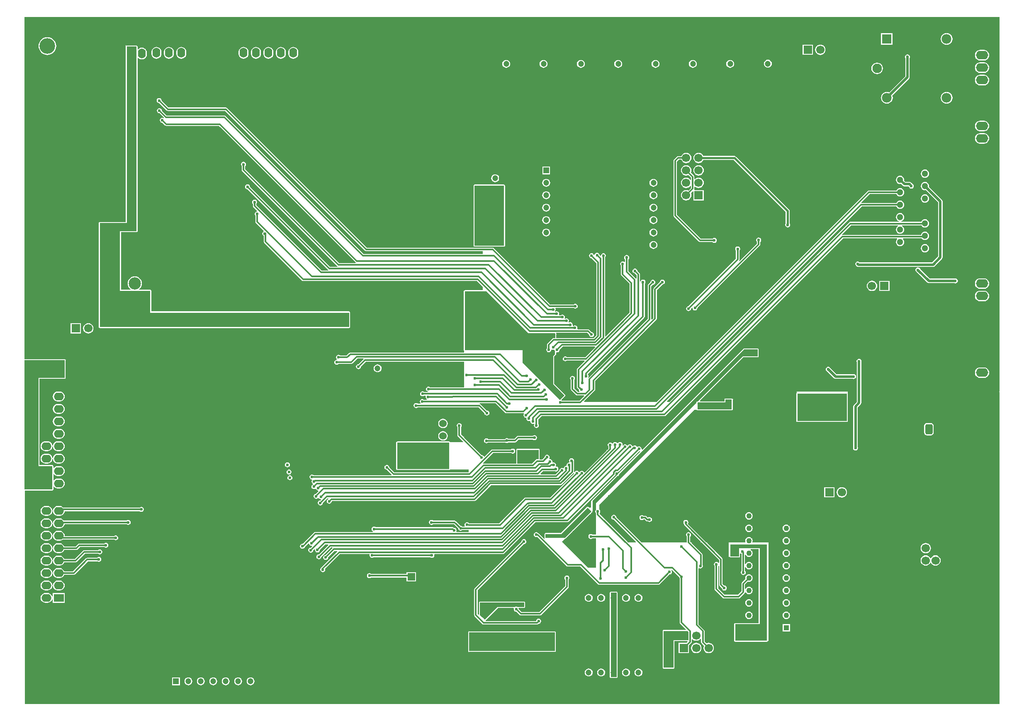
<source format=gbl>
G04*
G04 #@! TF.GenerationSoftware,Altium Limited,Altium Designer,20.0.13 (296)*
G04*
G04 Layer_Physical_Order=2*
G04 Layer_Color=16711680*
%FSLAX44Y44*%
%MOMM*%
G71*
G01*
G75*
%ADD15C,0.4000*%
%ADD19C,0.5000*%
%ADD39R,1.2000X1.2000*%
%ADD44R,1.2000X1.2000*%
%ADD146R,1.7000X1.7000*%
%ADD147C,1.7000*%
%ADD154C,1.5000*%
%ADD158C,1.3000*%
%ADD163C,0.3000*%
%ADD166C,1.2000*%
G04:AMPARAMS|DCode=167|XSize=2.1mm|YSize=1.5mm|CornerRadius=0.375mm|HoleSize=0mm|Usage=FLASHONLY|Rotation=270.000|XOffset=0mm|YOffset=0mm|HoleType=Round|Shape=RoundedRectangle|*
%AMROUNDEDRECTD167*
21,1,2.1000,0.7500,0,0,270.0*
21,1,1.3500,1.5000,0,0,270.0*
1,1,0.7500,-0.3750,-0.6750*
1,1,0.7500,-0.3750,0.6750*
1,1,0.7500,0.3750,0.6750*
1,1,0.7500,0.3750,-0.6750*
%
%ADD167ROUNDEDRECTD167*%
G04:AMPARAMS|DCode=168|XSize=2.1mm|YSize=1.5mm|CornerRadius=0.375mm|HoleSize=0mm|Usage=FLASHONLY|Rotation=0.000|XOffset=0mm|YOffset=0mm|HoleType=Round|Shape=RoundedRectangle|*
%AMROUNDEDRECTD168*
21,1,2.1000,0.7500,0,0,0.0*
21,1,1.3500,1.5000,0,0,0.0*
1,1,0.7500,0.6750,-0.3750*
1,1,0.7500,-0.6750,-0.3750*
1,1,0.7500,-0.6750,0.3750*
1,1,0.7500,0.6750,0.3750*
%
%ADD168ROUNDEDRECTD168*%
%ADD169R,1.7000X1.7000*%
%ADD170O,2.5000X1.7500*%
%ADD171O,2.0000X1.6000*%
%ADD172R,2.0000X1.6000*%
%ADD173C,7.4000*%
%ADD174C,3.0000*%
%ADD175R,1.5000X1.5000*%
%ADD176C,1.9800*%
%ADD177C,1.9350*%
%ADD178R,1.9800X1.9800*%
%ADD179C,1.5240*%
%ADD180C,2.5000*%
%ADD181C,1.7780*%
%ADD182O,1.6000X2.0000*%
%ADD183R,1.6000X2.0000*%
%ADD184C,1.1000*%
%ADD185R,1.1000X1.1000*%
%ADD186C,3.2000*%
%ADD187C,0.6000*%
G36*
X1998000Y646414D02*
X1997000Y646000D01*
X1997000D01*
X1998000Y645332D01*
Y8000D01*
X1526000D01*
Y8414D01*
X1525000Y8000D01*
X8000D01*
Y443961D01*
X64000D01*
X64780Y444116D01*
X65442Y444558D01*
X65884Y445220D01*
X66039Y446000D01*
Y451755D01*
X67309Y452186D01*
X68014Y451268D01*
X70103Y449665D01*
X72536Y448657D01*
X75146Y448314D01*
X79146D01*
X81756Y448657D01*
X84189Y449665D01*
X86278Y451268D01*
X87881Y453357D01*
X88889Y455789D01*
X89232Y458400D01*
X88889Y461011D01*
X87881Y463443D01*
X86278Y465532D01*
X84189Y467135D01*
X81756Y468143D01*
X79146Y468486D01*
X75146D01*
X72536Y468143D01*
X70103Y467135D01*
X68014Y465532D01*
X67309Y464614D01*
X66039Y465045D01*
Y477155D01*
X67309Y477586D01*
X68014Y476668D01*
X70103Y475065D01*
X72536Y474057D01*
X75146Y473714D01*
X79146D01*
X81756Y474057D01*
X84189Y475065D01*
X86278Y476668D01*
X87881Y478757D01*
X88889Y481189D01*
X89232Y483800D01*
X88889Y486410D01*
X87881Y488843D01*
X86278Y490932D01*
X84189Y492535D01*
X81756Y493543D01*
X79146Y493886D01*
X75146D01*
X72536Y493543D01*
X70103Y492535D01*
X68014Y490932D01*
X67309Y490014D01*
X66039Y490445D01*
Y494000D01*
X65884Y494780D01*
X65442Y495442D01*
X64780Y495884D01*
X64000Y496039D01*
X38039Y496039D01*
X38039Y671961D01*
X89000D01*
X89780Y672116D01*
X90442Y672558D01*
X90737Y673000D01*
X91000D01*
Y673803D01*
X91039Y674000D01*
Y710000D01*
X91808Y710920D01*
X92161Y711000D01*
X90737D01*
X90442Y711442D01*
X89780Y711884D01*
X89000Y712039D01*
X7000D01*
Y1411000D01*
X214000D01*
Y1411000D01*
X976000Y1411000D01*
X1998000D01*
Y646414D01*
D02*
G37*
G36*
X89000Y674000D02*
X36000D01*
X36000Y495201D01*
X36000Y494200D01*
X36167Y494000D01*
X37187Y494000D01*
X64000Y494000D01*
Y446000D01*
X7000D01*
Y710000D01*
X89000D01*
Y674000D01*
D02*
G37*
%LPC*%
G36*
X1779618Y1378340D02*
X1755818D01*
Y1354540D01*
X1779618D01*
Y1378340D01*
D02*
G37*
G36*
X1889718Y1378443D02*
X1886611Y1378034D01*
X1883717Y1376835D01*
X1881231Y1374927D01*
X1879323Y1372441D01*
X1878124Y1369547D01*
X1877715Y1366440D01*
X1878124Y1363333D01*
X1879323Y1360439D01*
X1881231Y1357953D01*
X1883717Y1356045D01*
X1886611Y1354846D01*
X1889718Y1354437D01*
X1892825Y1354846D01*
X1895719Y1356045D01*
X1898205Y1357953D01*
X1900113Y1360439D01*
X1901312Y1363333D01*
X1901721Y1366440D01*
X1901312Y1369547D01*
X1900113Y1372441D01*
X1898205Y1374927D01*
X1895719Y1376835D01*
X1892825Y1378034D01*
X1889718Y1378443D01*
D02*
G37*
G36*
X1616818Y1354940D02*
X1595818D01*
Y1333940D01*
X1616818D01*
Y1354940D01*
D02*
G37*
G36*
X54000Y1370087D02*
X50471Y1369740D01*
X47078Y1368710D01*
X43951Y1367039D01*
X41210Y1364789D01*
X38961Y1362049D01*
X37290Y1358922D01*
X36260Y1355529D01*
X35913Y1352000D01*
X36260Y1348471D01*
X37290Y1345078D01*
X38961Y1341951D01*
X41210Y1339211D01*
X43951Y1336961D01*
X47078Y1335290D01*
X50471Y1334261D01*
X54000Y1333913D01*
X57529Y1334261D01*
X60922Y1335290D01*
X64049Y1336961D01*
X66789Y1339211D01*
X69039Y1341951D01*
X70710Y1345078D01*
X71740Y1348471D01*
X72087Y1352000D01*
X71740Y1355529D01*
X70710Y1358922D01*
X69039Y1362049D01*
X66789Y1364789D01*
X64049Y1367039D01*
X60922Y1368710D01*
X57529Y1369740D01*
X54000Y1370087D01*
D02*
G37*
G36*
X1631718Y1355031D02*
X1628977Y1354670D01*
X1626423Y1353612D01*
X1624229Y1351929D01*
X1622546Y1349735D01*
X1621488Y1347181D01*
X1621127Y1344440D01*
X1621488Y1341699D01*
X1622546Y1339145D01*
X1624229Y1336951D01*
X1626423Y1335268D01*
X1628977Y1334210D01*
X1631718Y1333849D01*
X1634459Y1334210D01*
X1637013Y1335268D01*
X1639207Y1336951D01*
X1640890Y1339145D01*
X1641948Y1341699D01*
X1642309Y1344440D01*
X1641948Y1347181D01*
X1640890Y1349735D01*
X1639207Y1351929D01*
X1637013Y1353612D01*
X1634459Y1354670D01*
X1631718Y1355031D01*
D02*
G37*
G36*
X556000Y1350336D02*
X553390Y1349993D01*
X550957Y1348985D01*
X548868Y1347382D01*
X547265Y1345293D01*
X546257Y1342861D01*
X545914Y1340250D01*
Y1336250D01*
X546257Y1333640D01*
X547265Y1331207D01*
X548868Y1329118D01*
X550957Y1327515D01*
X553390Y1326507D01*
X556000Y1326164D01*
X558610Y1326507D01*
X561043Y1327515D01*
X563132Y1329118D01*
X564735Y1331207D01*
X565743Y1333640D01*
X566086Y1336250D01*
Y1340250D01*
X565743Y1342861D01*
X564735Y1345293D01*
X563132Y1347382D01*
X561043Y1348985D01*
X558610Y1349993D01*
X556000Y1350336D01*
D02*
G37*
G36*
X530600D02*
X527990Y1349993D01*
X525557Y1348985D01*
X523468Y1347382D01*
X521865Y1345293D01*
X520857Y1342861D01*
X520514Y1340250D01*
Y1336250D01*
X520857Y1333640D01*
X521865Y1331207D01*
X523468Y1329118D01*
X525557Y1327515D01*
X527990Y1326507D01*
X530600Y1326164D01*
X533210Y1326507D01*
X535643Y1327515D01*
X537732Y1329118D01*
X539335Y1331207D01*
X540343Y1333640D01*
X540686Y1336250D01*
Y1340250D01*
X540343Y1342861D01*
X539335Y1345293D01*
X537732Y1347382D01*
X535643Y1348985D01*
X533210Y1349993D01*
X530600Y1350336D01*
D02*
G37*
G36*
X505200D02*
X502589Y1349993D01*
X500157Y1348985D01*
X498068Y1347382D01*
X496465Y1345293D01*
X495457Y1342861D01*
X495114Y1340250D01*
Y1336250D01*
X495457Y1333640D01*
X496465Y1331207D01*
X498068Y1329118D01*
X500157Y1327515D01*
X502589Y1326507D01*
X505200Y1326164D01*
X507811Y1326507D01*
X510243Y1327515D01*
X512332Y1329118D01*
X513935Y1331207D01*
X514943Y1333640D01*
X515286Y1336250D01*
Y1340250D01*
X514943Y1342861D01*
X513935Y1345293D01*
X512332Y1347382D01*
X510243Y1348985D01*
X507811Y1349993D01*
X505200Y1350336D01*
D02*
G37*
G36*
X479800D02*
X477189Y1349993D01*
X474757Y1348985D01*
X472668Y1347382D01*
X471065Y1345293D01*
X470057Y1342861D01*
X469714Y1340250D01*
Y1336250D01*
X470057Y1333640D01*
X471065Y1331207D01*
X472668Y1329118D01*
X474757Y1327515D01*
X477189Y1326507D01*
X479800Y1326164D01*
X482411Y1326507D01*
X484843Y1327515D01*
X486932Y1329118D01*
X488535Y1331207D01*
X489543Y1333640D01*
X489886Y1336250D01*
Y1340250D01*
X489543Y1342861D01*
X488535Y1345293D01*
X486932Y1347382D01*
X484843Y1348985D01*
X482411Y1349993D01*
X479800Y1350336D01*
D02*
G37*
G36*
X454400D02*
X451790Y1349993D01*
X449357Y1348985D01*
X447268Y1347382D01*
X445665Y1345293D01*
X444657Y1342861D01*
X444314Y1340250D01*
Y1336250D01*
X444657Y1333640D01*
X445665Y1331207D01*
X447268Y1329118D01*
X449357Y1327515D01*
X451790Y1326507D01*
X454400Y1326164D01*
X457010Y1326507D01*
X459443Y1327515D01*
X461532Y1329118D01*
X463135Y1331207D01*
X464143Y1333640D01*
X464486Y1336250D01*
Y1340250D01*
X464143Y1342861D01*
X463135Y1345293D01*
X461532Y1347382D01*
X459443Y1348985D01*
X457010Y1349993D01*
X454400Y1350336D01*
D02*
G37*
G36*
X327400D02*
X324790Y1349993D01*
X322357Y1348985D01*
X320268Y1347382D01*
X318665Y1345293D01*
X317657Y1342861D01*
X317314Y1340250D01*
Y1336250D01*
X317657Y1333640D01*
X318665Y1331207D01*
X320268Y1329118D01*
X322357Y1327515D01*
X324790Y1326507D01*
X327400Y1326164D01*
X330010Y1326507D01*
X332443Y1327515D01*
X334532Y1329118D01*
X336135Y1331207D01*
X337143Y1333640D01*
X337486Y1336250D01*
Y1340250D01*
X337143Y1342861D01*
X336135Y1345293D01*
X334532Y1347382D01*
X332443Y1348985D01*
X330010Y1349993D01*
X327400Y1350336D01*
D02*
G37*
G36*
X302000D02*
X299389Y1349993D01*
X296957Y1348985D01*
X294868Y1347382D01*
X293265Y1345293D01*
X292257Y1342861D01*
X291914Y1340250D01*
Y1336250D01*
X292257Y1333640D01*
X293265Y1331207D01*
X294868Y1329118D01*
X296957Y1327515D01*
X299389Y1326507D01*
X302000Y1326164D01*
X304611Y1326507D01*
X307043Y1327515D01*
X309132Y1329118D01*
X310735Y1331207D01*
X311743Y1333640D01*
X312086Y1336250D01*
Y1340250D01*
X311743Y1342861D01*
X310735Y1345293D01*
X309132Y1347382D01*
X307043Y1348985D01*
X304611Y1349993D01*
X302000Y1350336D01*
D02*
G37*
G36*
X276600D02*
X273990Y1349993D01*
X271557Y1348985D01*
X269468Y1347382D01*
X267865Y1345293D01*
X266857Y1342861D01*
X266514Y1340250D01*
Y1336250D01*
X266857Y1333640D01*
X267865Y1331207D01*
X269468Y1329118D01*
X271557Y1327515D01*
X273990Y1326507D01*
X276600Y1326164D01*
X279210Y1326507D01*
X281643Y1327515D01*
X283732Y1329118D01*
X285335Y1331207D01*
X286343Y1333640D01*
X286686Y1336250D01*
Y1340250D01*
X286343Y1342861D01*
X285335Y1345293D01*
X283732Y1347382D01*
X281643Y1348985D01*
X279210Y1349993D01*
X276600Y1350336D01*
D02*
G37*
G36*
X214000Y1353596D02*
Y1351197D01*
X213961Y1351000D01*
Y992530D01*
X161000D01*
X160220Y992375D01*
X159558Y991933D01*
X159116Y991271D01*
X159062Y991000D01*
X159000D01*
X158961Y990491D01*
X158961Y989746D01*
X158961Y778000D01*
X159000Y777803D01*
Y776000D01*
X160803D01*
X161000Y775961D01*
X670000Y775961D01*
X670197Y776000D01*
X672000D01*
Y777803D01*
X672039Y778000D01*
Y785000D01*
Y807961D01*
X670000Y810000D01*
X266039D01*
Y852000D01*
X266000Y852197D01*
Y853000D01*
X265737D01*
X265442Y853442D01*
X264780Y853884D01*
X264000Y854039D01*
X241388D01*
X240957Y855309D01*
X242715Y856658D01*
X245040Y859687D01*
X246501Y863215D01*
X246999Y867000D01*
X246501Y870785D01*
X245040Y874313D01*
X242715Y877342D01*
X239687Y879666D01*
X236159Y881127D01*
X232374Y881625D01*
X228589Y881127D01*
X225061Y879666D01*
X222033Y877342D01*
X219708Y874313D01*
X218247Y870785D01*
X217749Y867000D01*
X218247Y863215D01*
X219708Y859687D01*
X222033Y856658D01*
X223791Y855309D01*
X223360Y854039D01*
X204039D01*
Y971961D01*
X236000D01*
X236780Y972116D01*
X237442Y972558D01*
X237884Y973220D01*
X238039Y974000D01*
Y1327737D01*
X239309Y1328168D01*
X239750Y1327594D01*
X241839Y1325991D01*
X244272Y1324983D01*
X246882Y1324640D01*
X249492Y1324983D01*
X251925Y1325991D01*
X254014Y1327594D01*
X255617Y1329683D01*
X256625Y1332115D01*
X256968Y1334726D01*
Y1338726D01*
X256625Y1341337D01*
X255617Y1343769D01*
X254014Y1345858D01*
X251925Y1347461D01*
X249492Y1348469D01*
X246882Y1348812D01*
X244272Y1348469D01*
X241839Y1347461D01*
X239750Y1345858D01*
X239309Y1345284D01*
X238039Y1345715D01*
Y1351000D01*
X237884Y1351780D01*
X237442Y1352442D01*
X236780Y1352884D01*
X236000Y1353039D01*
X216000D01*
X215270Y1352894D01*
X215212Y1352888D01*
X214000Y1353596D01*
D02*
G37*
G36*
X1965750Y1344243D02*
X1958250D01*
X1955444Y1343873D01*
X1952829Y1342790D01*
X1950583Y1341067D01*
X1948860Y1338821D01*
X1947777Y1336206D01*
X1947407Y1333400D01*
X1947777Y1330594D01*
X1948860Y1327979D01*
X1950583Y1325733D01*
X1952829Y1324010D01*
X1955444Y1322927D01*
X1958250Y1322557D01*
X1965750D01*
X1968556Y1322927D01*
X1971171Y1324010D01*
X1973417Y1325733D01*
X1975140Y1327979D01*
X1976223Y1330594D01*
X1976593Y1333400D01*
X1976223Y1336206D01*
X1975140Y1338821D01*
X1973417Y1341067D01*
X1971171Y1342790D01*
X1968556Y1343873D01*
X1965750Y1344243D01*
D02*
G37*
G36*
X1524700Y1324069D02*
X1522612Y1323794D01*
X1520665Y1322988D01*
X1518994Y1321706D01*
X1517712Y1320034D01*
X1516906Y1318088D01*
X1516631Y1316000D01*
X1516906Y1313912D01*
X1517712Y1311965D01*
X1518994Y1310294D01*
X1520665Y1309012D01*
X1522612Y1308206D01*
X1524700Y1307931D01*
X1526788Y1308206D01*
X1528734Y1309012D01*
X1530406Y1310294D01*
X1531688Y1311965D01*
X1532494Y1313912D01*
X1532769Y1316000D01*
X1532494Y1318088D01*
X1531688Y1320034D01*
X1530406Y1321706D01*
X1528734Y1322988D01*
X1526788Y1323794D01*
X1524700Y1324069D01*
D02*
G37*
G36*
X1447800Y1323769D02*
X1445712Y1323494D01*
X1443766Y1322688D01*
X1442094Y1321406D01*
X1440812Y1319734D01*
X1440006Y1317788D01*
X1439731Y1315700D01*
X1440006Y1313612D01*
X1440812Y1311665D01*
X1442094Y1309994D01*
X1443766Y1308712D01*
X1445712Y1307906D01*
X1447800Y1307631D01*
X1449888Y1307906D01*
X1451835Y1308712D01*
X1453506Y1309994D01*
X1454788Y1311665D01*
X1455594Y1313612D01*
X1455869Y1315700D01*
X1455594Y1317788D01*
X1454788Y1319734D01*
X1453506Y1321406D01*
X1451835Y1322688D01*
X1449888Y1323494D01*
X1447800Y1323769D01*
D02*
G37*
G36*
X1371600D02*
X1369512Y1323494D01*
X1367565Y1322688D01*
X1365894Y1321406D01*
X1364612Y1319734D01*
X1363806Y1317788D01*
X1363531Y1315700D01*
X1363806Y1313612D01*
X1364612Y1311665D01*
X1365894Y1309994D01*
X1367565Y1308712D01*
X1369512Y1307906D01*
X1371600Y1307631D01*
X1373688Y1307906D01*
X1375634Y1308712D01*
X1377306Y1309994D01*
X1378588Y1311665D01*
X1379394Y1313612D01*
X1379669Y1315700D01*
X1379394Y1317788D01*
X1378588Y1319734D01*
X1377306Y1321406D01*
X1375634Y1322688D01*
X1373688Y1323494D01*
X1371600Y1323769D01*
D02*
G37*
G36*
X1295400D02*
X1293312Y1323494D01*
X1291366Y1322688D01*
X1289694Y1321406D01*
X1288412Y1319734D01*
X1287606Y1317788D01*
X1287331Y1315700D01*
X1287606Y1313612D01*
X1288412Y1311665D01*
X1289694Y1309994D01*
X1291366Y1308712D01*
X1293312Y1307906D01*
X1295400Y1307631D01*
X1297488Y1307906D01*
X1299435Y1308712D01*
X1301106Y1309994D01*
X1302388Y1311665D01*
X1303194Y1313612D01*
X1303469Y1315700D01*
X1303194Y1317788D01*
X1302388Y1319734D01*
X1301106Y1321406D01*
X1299435Y1322688D01*
X1297488Y1323494D01*
X1295400Y1323769D01*
D02*
G37*
G36*
X1219200D02*
X1217112Y1323494D01*
X1215165Y1322688D01*
X1213494Y1321406D01*
X1212212Y1319734D01*
X1211406Y1317788D01*
X1211131Y1315700D01*
X1211406Y1313612D01*
X1212212Y1311665D01*
X1213494Y1309994D01*
X1215165Y1308712D01*
X1217112Y1307906D01*
X1219200Y1307631D01*
X1221288Y1307906D01*
X1223234Y1308712D01*
X1224906Y1309994D01*
X1226188Y1311665D01*
X1226994Y1313612D01*
X1227269Y1315700D01*
X1226994Y1317788D01*
X1226188Y1319734D01*
X1224906Y1321406D01*
X1223234Y1322688D01*
X1221288Y1323494D01*
X1219200Y1323769D01*
D02*
G37*
G36*
X1143000D02*
X1140912Y1323494D01*
X1138966Y1322688D01*
X1137294Y1321406D01*
X1136012Y1319734D01*
X1135206Y1317788D01*
X1134931Y1315700D01*
X1135206Y1313612D01*
X1136012Y1311665D01*
X1137294Y1309994D01*
X1138966Y1308712D01*
X1140912Y1307906D01*
X1143000Y1307631D01*
X1145088Y1307906D01*
X1147035Y1308712D01*
X1148706Y1309994D01*
X1149988Y1311665D01*
X1150794Y1313612D01*
X1151069Y1315700D01*
X1150794Y1317788D01*
X1149988Y1319734D01*
X1148706Y1321406D01*
X1147035Y1322688D01*
X1145088Y1323494D01*
X1143000Y1323769D01*
D02*
G37*
G36*
X1066800D02*
X1064712Y1323494D01*
X1062766Y1322688D01*
X1061094Y1321406D01*
X1059812Y1319734D01*
X1059006Y1317788D01*
X1058731Y1315700D01*
X1059006Y1313612D01*
X1059812Y1311665D01*
X1061094Y1309994D01*
X1062766Y1308712D01*
X1064712Y1307906D01*
X1066800Y1307631D01*
X1068888Y1307906D01*
X1070835Y1308712D01*
X1072506Y1309994D01*
X1073788Y1311665D01*
X1074594Y1313612D01*
X1074869Y1315700D01*
X1074594Y1317788D01*
X1073788Y1319734D01*
X1072506Y1321406D01*
X1070835Y1322688D01*
X1068888Y1323494D01*
X1066800Y1323769D01*
D02*
G37*
G36*
X990600D02*
X988512Y1323494D01*
X986565Y1322688D01*
X984894Y1321406D01*
X983612Y1319734D01*
X982806Y1317788D01*
X982531Y1315700D01*
X982806Y1313612D01*
X983612Y1311665D01*
X984894Y1309994D01*
X986565Y1308712D01*
X988512Y1307906D01*
X990600Y1307631D01*
X992688Y1307906D01*
X994634Y1308712D01*
X996306Y1309994D01*
X997588Y1311665D01*
X998394Y1313612D01*
X998669Y1315700D01*
X998394Y1317788D01*
X997588Y1319734D01*
X996306Y1321406D01*
X994634Y1322688D01*
X992688Y1323494D01*
X990600Y1323769D01*
D02*
G37*
G36*
X1965750Y1318843D02*
X1958250D01*
X1955444Y1318473D01*
X1952829Y1317390D01*
X1950583Y1315667D01*
X1948860Y1313421D01*
X1947777Y1310806D01*
X1947407Y1308000D01*
X1947777Y1305194D01*
X1948860Y1302579D01*
X1950583Y1300333D01*
X1952829Y1298610D01*
X1955444Y1297527D01*
X1958250Y1297157D01*
X1965750D01*
X1968556Y1297527D01*
X1971171Y1298610D01*
X1973417Y1300333D01*
X1975140Y1302579D01*
X1976223Y1305194D01*
X1976593Y1308000D01*
X1976223Y1310806D01*
X1975140Y1313421D01*
X1973417Y1315667D01*
X1971171Y1317390D01*
X1968556Y1318473D01*
X1965750Y1318843D01*
D02*
G37*
G36*
X1747718Y1318216D02*
X1744670Y1317814D01*
X1741830Y1316638D01*
X1739391Y1314767D01*
X1737520Y1312328D01*
X1736344Y1309488D01*
X1735942Y1306440D01*
X1736344Y1303392D01*
X1737520Y1300552D01*
X1739391Y1298113D01*
X1741830Y1296242D01*
X1744670Y1295065D01*
X1747718Y1294664D01*
X1750766Y1295065D01*
X1753606Y1296242D01*
X1756045Y1298113D01*
X1757916Y1300552D01*
X1759093Y1303392D01*
X1759494Y1306440D01*
X1759093Y1309488D01*
X1757916Y1312328D01*
X1756045Y1314767D01*
X1753606Y1316638D01*
X1750766Y1317814D01*
X1747718Y1318216D01*
D02*
G37*
G36*
X1965750Y1293443D02*
X1958250D01*
X1955444Y1293073D01*
X1952829Y1291990D01*
X1950583Y1290267D01*
X1948860Y1288021D01*
X1947777Y1285406D01*
X1947407Y1282600D01*
X1947777Y1279794D01*
X1948860Y1277179D01*
X1950583Y1274933D01*
X1952829Y1273210D01*
X1955444Y1272127D01*
X1958250Y1271757D01*
X1965750D01*
X1968556Y1272127D01*
X1971171Y1273210D01*
X1973417Y1274933D01*
X1975140Y1277179D01*
X1976223Y1279794D01*
X1976593Y1282600D01*
X1976223Y1285406D01*
X1975140Y1288021D01*
X1973417Y1290267D01*
X1971171Y1291990D01*
X1968556Y1293073D01*
X1965750Y1293443D01*
D02*
G37*
G36*
X1809750Y1334848D02*
X1807799Y1334460D01*
X1806145Y1333355D01*
X1805040Y1331701D01*
X1804652Y1329750D01*
X1805040Y1327799D01*
X1805162Y1327617D01*
Y1290372D01*
X1772238Y1257448D01*
X1770824Y1258034D01*
X1767718Y1258443D01*
X1764612Y1258034D01*
X1761717Y1256835D01*
X1759231Y1254927D01*
X1757323Y1252441D01*
X1756124Y1249547D01*
X1755715Y1246440D01*
X1756124Y1243334D01*
X1757323Y1240439D01*
X1759231Y1237953D01*
X1761717Y1236045D01*
X1764612Y1234846D01*
X1767718Y1234437D01*
X1770824Y1234846D01*
X1773719Y1236045D01*
X1776205Y1237953D01*
X1778113Y1240439D01*
X1779312Y1243334D01*
X1779721Y1246440D01*
X1779312Y1249547D01*
X1778726Y1250960D01*
X1812994Y1285228D01*
X1813989Y1286716D01*
X1814338Y1288472D01*
Y1327617D01*
X1814460Y1327799D01*
X1814848Y1329750D01*
X1814460Y1331701D01*
X1813355Y1333355D01*
X1811701Y1334460D01*
X1809750Y1334848D01*
D02*
G37*
G36*
X1889718Y1258443D02*
X1886611Y1258034D01*
X1883717Y1256835D01*
X1881231Y1254927D01*
X1879323Y1252441D01*
X1878124Y1249547D01*
X1877715Y1246440D01*
X1878124Y1243334D01*
X1879323Y1240439D01*
X1881231Y1237953D01*
X1883717Y1236045D01*
X1886611Y1234846D01*
X1889718Y1234437D01*
X1892825Y1234846D01*
X1895719Y1236045D01*
X1898205Y1237953D01*
X1900113Y1240439D01*
X1901312Y1243334D01*
X1901721Y1246440D01*
X1901312Y1249547D01*
X1900113Y1252441D01*
X1898205Y1254927D01*
X1895719Y1256835D01*
X1892825Y1258034D01*
X1889718Y1258443D01*
D02*
G37*
G36*
X1965750Y1199543D02*
X1958250D01*
X1955444Y1199173D01*
X1952829Y1198090D01*
X1950583Y1196367D01*
X1948860Y1194121D01*
X1947777Y1191506D01*
X1947407Y1188700D01*
X1947777Y1185894D01*
X1948860Y1183279D01*
X1950583Y1181033D01*
X1952829Y1179310D01*
X1955444Y1178227D01*
X1958250Y1177857D01*
X1965750D01*
X1968556Y1178227D01*
X1971171Y1179310D01*
X1973417Y1181033D01*
X1975140Y1183279D01*
X1976223Y1185894D01*
X1976593Y1188700D01*
X1976223Y1191506D01*
X1975140Y1194121D01*
X1973417Y1196367D01*
X1971171Y1198090D01*
X1968556Y1199173D01*
X1965750Y1199543D01*
D02*
G37*
G36*
Y1174143D02*
X1958250D01*
X1955444Y1173773D01*
X1952829Y1172690D01*
X1950583Y1170967D01*
X1948860Y1168721D01*
X1947777Y1166106D01*
X1947407Y1163300D01*
X1947777Y1160494D01*
X1948860Y1157879D01*
X1950583Y1155633D01*
X1952829Y1153910D01*
X1955444Y1152827D01*
X1958250Y1152457D01*
X1965750D01*
X1968556Y1152827D01*
X1971171Y1153910D01*
X1973417Y1155633D01*
X1975140Y1157879D01*
X1976223Y1160494D01*
X1976593Y1163300D01*
X1976223Y1166106D01*
X1975140Y1168721D01*
X1973417Y1170967D01*
X1971171Y1172690D01*
X1968556Y1173773D01*
X1965750Y1174143D01*
D02*
G37*
G36*
X1358000Y1133991D02*
X1355259Y1133630D01*
X1352705Y1132572D01*
X1350511Y1130889D01*
X1348828Y1128695D01*
X1348113Y1126969D01*
X1341650D01*
X1340284Y1126697D01*
X1339127Y1125923D01*
X1332977Y1119773D01*
X1332203Y1118616D01*
X1331931Y1117250D01*
Y1006000D01*
X1332203Y1004634D01*
X1332977Y1003477D01*
X1383977Y952477D01*
X1385134Y951703D01*
X1386500Y951431D01*
X1411871D01*
X1411895Y951395D01*
X1413549Y950290D01*
X1415500Y949902D01*
X1417451Y950290D01*
X1419105Y951395D01*
X1420210Y953049D01*
X1420598Y955000D01*
X1420210Y956951D01*
X1419105Y958605D01*
X1417451Y959710D01*
X1415500Y960098D01*
X1413549Y959710D01*
X1411895Y958605D01*
X1411871Y958569D01*
X1387978D01*
X1339069Y1007478D01*
Y1115772D01*
X1343128Y1119831D01*
X1348113D01*
X1348828Y1118105D01*
X1350511Y1115911D01*
X1352705Y1114228D01*
X1355259Y1113170D01*
X1358000Y1112809D01*
X1360741Y1113170D01*
X1363295Y1114228D01*
X1365489Y1115911D01*
X1367172Y1118105D01*
X1368230Y1120659D01*
X1368591Y1123400D01*
X1368230Y1126141D01*
X1367172Y1128695D01*
X1365489Y1130889D01*
X1363295Y1132572D01*
X1360741Y1133630D01*
X1358000Y1133991D01*
D02*
G37*
G36*
X1080300Y1106000D02*
X1064300D01*
Y1090000D01*
X1080300D01*
Y1106000D01*
D02*
G37*
G36*
X1383400Y1108591D02*
X1380659Y1108230D01*
X1378105Y1107172D01*
X1375911Y1105489D01*
X1374228Y1103295D01*
X1373170Y1100741D01*
X1372809Y1098000D01*
X1373170Y1095259D01*
X1374228Y1092705D01*
X1375911Y1090511D01*
X1378105Y1088828D01*
X1380659Y1087770D01*
X1383400Y1087409D01*
X1386141Y1087770D01*
X1388695Y1088828D01*
X1390889Y1090511D01*
X1392572Y1092705D01*
X1393630Y1095259D01*
X1393991Y1098000D01*
X1393630Y1100741D01*
X1392572Y1103295D01*
X1390889Y1105489D01*
X1388695Y1107172D01*
X1386141Y1108230D01*
X1383400Y1108591D01*
D02*
G37*
G36*
X1845563Y1099771D02*
X1843344Y1099479D01*
X1841276Y1098623D01*
X1839500Y1097260D01*
X1838138Y1095485D01*
X1837281Y1093417D01*
X1836989Y1091198D01*
X1837281Y1088979D01*
X1838138Y1086911D01*
X1839500Y1085136D01*
X1841276Y1083773D01*
X1843344Y1082917D01*
X1845563Y1082625D01*
X1847782Y1082917D01*
X1849849Y1083773D01*
X1851625Y1085136D01*
X1852987Y1086911D01*
X1853844Y1088979D01*
X1854136Y1091198D01*
X1853844Y1093417D01*
X1852987Y1095485D01*
X1851625Y1097260D01*
X1849849Y1098623D01*
X1847782Y1099479D01*
X1845563Y1099771D01*
D02*
G37*
G36*
X1358000Y1108591D02*
X1355259Y1108230D01*
X1352705Y1107172D01*
X1350511Y1105489D01*
X1348828Y1103295D01*
X1347770Y1100741D01*
X1347409Y1098000D01*
X1347770Y1095259D01*
X1348828Y1092705D01*
X1350511Y1090511D01*
X1352705Y1088828D01*
X1355259Y1087770D01*
X1358000Y1087409D01*
X1360741Y1087770D01*
X1362468Y1088485D01*
X1367775Y1083179D01*
Y1079196D01*
X1366505Y1078765D01*
X1365489Y1080089D01*
X1363295Y1081772D01*
X1360741Y1082830D01*
X1358000Y1083191D01*
X1355259Y1082830D01*
X1352705Y1081772D01*
X1350511Y1080089D01*
X1348828Y1077895D01*
X1347770Y1075341D01*
X1347409Y1072600D01*
X1347770Y1069859D01*
X1348828Y1067305D01*
X1350511Y1065111D01*
X1352705Y1063428D01*
X1355259Y1062370D01*
X1358000Y1062009D01*
X1360741Y1062370D01*
X1363295Y1063428D01*
X1365489Y1065111D01*
X1366505Y1066435D01*
X1367775Y1066004D01*
Y1062021D01*
X1362468Y1056714D01*
X1360741Y1057430D01*
X1358000Y1057791D01*
X1355259Y1057430D01*
X1352705Y1056372D01*
X1350511Y1054689D01*
X1348828Y1052495D01*
X1347770Y1049941D01*
X1347409Y1047200D01*
X1347770Y1044459D01*
X1348828Y1041905D01*
X1350511Y1039711D01*
X1352705Y1038028D01*
X1355259Y1036970D01*
X1358000Y1036609D01*
X1360741Y1036970D01*
X1363295Y1038028D01*
X1365489Y1039711D01*
X1367172Y1041905D01*
X1368230Y1044459D01*
X1368591Y1047200D01*
X1368230Y1049941D01*
X1367514Y1051668D01*
X1371727Y1055880D01*
X1372900Y1055394D01*
Y1036700D01*
X1393900D01*
Y1057700D01*
X1375180D01*
X1374501Y1058970D01*
X1374640Y1059177D01*
X1374912Y1060543D01*
Y1064496D01*
X1376182Y1064904D01*
X1378105Y1063428D01*
X1380659Y1062370D01*
X1383400Y1062009D01*
X1386141Y1062370D01*
X1388695Y1063428D01*
X1390889Y1065111D01*
X1392572Y1067305D01*
X1393630Y1069859D01*
X1393991Y1072600D01*
X1393630Y1075341D01*
X1392572Y1077895D01*
X1390889Y1080089D01*
X1388695Y1081772D01*
X1386141Y1082830D01*
X1383400Y1083191D01*
X1380659Y1082830D01*
X1378105Y1081772D01*
X1376182Y1080296D01*
X1374912Y1080704D01*
Y1084657D01*
X1374640Y1086022D01*
X1373866Y1087180D01*
X1367514Y1093532D01*
X1368230Y1095259D01*
X1368591Y1098000D01*
X1368230Y1100741D01*
X1367172Y1103295D01*
X1365489Y1105489D01*
X1363295Y1107172D01*
X1360741Y1108230D01*
X1358000Y1108591D01*
D02*
G37*
G36*
X968000Y1090069D02*
X965912Y1089794D01*
X963966Y1088988D01*
X962294Y1087706D01*
X961012Y1086034D01*
X960206Y1084088D01*
X959931Y1082000D01*
X960206Y1079912D01*
X961012Y1077965D01*
X962294Y1076294D01*
X963966Y1075012D01*
X965912Y1074206D01*
X968000Y1073931D01*
X970088Y1074206D01*
X972035Y1075012D01*
X973706Y1076294D01*
X974730Y1077629D01*
X976000Y1077209D01*
Y1081476D01*
X976069Y1082000D01*
X976000Y1082524D01*
Y1086791D01*
X974730Y1086371D01*
X973706Y1087706D01*
X972035Y1088988D01*
X970088Y1089794D01*
X968000Y1090069D01*
D02*
G37*
G36*
X1291300Y1080669D02*
X1289212Y1080394D01*
X1287265Y1079588D01*
X1285594Y1078306D01*
X1284312Y1076635D01*
X1283506Y1074688D01*
X1283231Y1072600D01*
X1283506Y1070512D01*
X1284312Y1068566D01*
X1285594Y1066894D01*
X1287265Y1065612D01*
X1289212Y1064806D01*
X1291300Y1064531D01*
X1293388Y1064806D01*
X1295334Y1065612D01*
X1297006Y1066894D01*
X1298288Y1068566D01*
X1299094Y1070512D01*
X1299369Y1072600D01*
X1299094Y1074688D01*
X1298288Y1076635D01*
X1297006Y1078306D01*
X1295334Y1079588D01*
X1293388Y1080394D01*
X1291300Y1080669D01*
D02*
G37*
G36*
X1072300D02*
X1070212Y1080394D01*
X1068266Y1079588D01*
X1066594Y1078306D01*
X1065312Y1076635D01*
X1064506Y1074688D01*
X1064231Y1072600D01*
X1064506Y1070512D01*
X1065312Y1068566D01*
X1066594Y1066894D01*
X1068266Y1065612D01*
X1070212Y1064806D01*
X1072300Y1064531D01*
X1074388Y1064806D01*
X1076335Y1065612D01*
X1078006Y1066894D01*
X1079288Y1068566D01*
X1080094Y1070512D01*
X1080369Y1072600D01*
X1080094Y1074688D01*
X1079288Y1076635D01*
X1078006Y1078306D01*
X1076335Y1079588D01*
X1074388Y1080394D01*
X1072300Y1080669D01*
D02*
G37*
G36*
X1794763Y1087071D02*
X1792544Y1086779D01*
X1790476Y1085923D01*
X1788700Y1084560D01*
X1787338Y1082785D01*
X1786481Y1080717D01*
X1786189Y1078498D01*
X1786481Y1076279D01*
X1787338Y1074211D01*
X1788700Y1072436D01*
X1790476Y1071073D01*
X1792544Y1070217D01*
X1794763Y1069925D01*
X1796605Y1070167D01*
X1800136Y1066636D01*
X1801624Y1065641D01*
X1803380Y1065292D01*
X1811969D01*
X1812997Y1064264D01*
X1813040Y1064049D01*
X1814145Y1062395D01*
X1815799Y1061290D01*
X1817750Y1060902D01*
X1819701Y1061290D01*
X1821355Y1062395D01*
X1822460Y1064049D01*
X1822848Y1066000D01*
X1822460Y1067951D01*
X1821355Y1069605D01*
X1819701Y1070710D01*
X1819486Y1070753D01*
X1817114Y1073125D01*
X1815625Y1074119D01*
X1813870Y1074469D01*
X1805281D01*
X1803093Y1076656D01*
X1803336Y1078498D01*
X1803044Y1080717D01*
X1802187Y1082785D01*
X1800825Y1084560D01*
X1799049Y1085923D01*
X1796982Y1086779D01*
X1794763Y1087071D01*
D02*
G37*
G36*
X1291300Y1055269D02*
X1289212Y1054994D01*
X1287265Y1054188D01*
X1285594Y1052906D01*
X1284312Y1051235D01*
X1283506Y1049288D01*
X1283231Y1047200D01*
X1283506Y1045112D01*
X1284312Y1043166D01*
X1285594Y1041494D01*
X1287265Y1040212D01*
X1289212Y1039406D01*
X1291300Y1039131D01*
X1293388Y1039406D01*
X1295334Y1040212D01*
X1297006Y1041494D01*
X1298288Y1043166D01*
X1299094Y1045112D01*
X1299369Y1047200D01*
X1299094Y1049288D01*
X1298288Y1051235D01*
X1297006Y1052906D01*
X1295334Y1054188D01*
X1293388Y1054994D01*
X1291300Y1055269D01*
D02*
G37*
G36*
X1072300D02*
X1070212Y1054994D01*
X1068266Y1054188D01*
X1066594Y1052906D01*
X1065312Y1051235D01*
X1064506Y1049288D01*
X1064231Y1047200D01*
X1064506Y1045112D01*
X1065312Y1043166D01*
X1066594Y1041494D01*
X1068266Y1040212D01*
X1070212Y1039406D01*
X1072300Y1039131D01*
X1074388Y1039406D01*
X1076335Y1040212D01*
X1078006Y1041494D01*
X1079288Y1043166D01*
X1080094Y1045112D01*
X1080369Y1047200D01*
X1080094Y1049288D01*
X1079288Y1051235D01*
X1078006Y1052906D01*
X1076335Y1054188D01*
X1074388Y1054994D01*
X1072300Y1055269D01*
D02*
G37*
G36*
X1845563Y1048971D02*
X1843344Y1048679D01*
X1841276Y1047823D01*
X1839500Y1046460D01*
X1838138Y1044685D01*
X1837281Y1042617D01*
X1836989Y1040398D01*
X1837281Y1038179D01*
X1838138Y1036111D01*
X1839500Y1034336D01*
X1841276Y1032973D01*
X1843344Y1032117D01*
X1845563Y1031825D01*
X1847782Y1032117D01*
X1849849Y1032973D01*
X1851625Y1034336D01*
X1852987Y1036111D01*
X1853844Y1038179D01*
X1854136Y1040398D01*
X1853844Y1042617D01*
X1852987Y1044685D01*
X1851625Y1046460D01*
X1849849Y1047823D01*
X1847782Y1048679D01*
X1845563Y1048971D01*
D02*
G37*
G36*
X1291300Y1029869D02*
X1289212Y1029594D01*
X1287265Y1028788D01*
X1285594Y1027506D01*
X1284312Y1025835D01*
X1283506Y1023888D01*
X1283231Y1021800D01*
X1283506Y1019712D01*
X1284312Y1017766D01*
X1285594Y1016094D01*
X1287265Y1014812D01*
X1289212Y1014006D01*
X1291300Y1013731D01*
X1293388Y1014006D01*
X1295334Y1014812D01*
X1297006Y1016094D01*
X1298288Y1017766D01*
X1299094Y1019712D01*
X1299369Y1021800D01*
X1299094Y1023888D01*
X1298288Y1025835D01*
X1297006Y1027506D01*
X1295334Y1028788D01*
X1293388Y1029594D01*
X1291300Y1029869D01*
D02*
G37*
G36*
X1072300D02*
X1070212Y1029594D01*
X1068266Y1028788D01*
X1066594Y1027506D01*
X1065312Y1025835D01*
X1064506Y1023888D01*
X1064231Y1021800D01*
X1064506Y1019712D01*
X1065312Y1017766D01*
X1066594Y1016094D01*
X1068266Y1014812D01*
X1070212Y1014006D01*
X1072300Y1013731D01*
X1074388Y1014006D01*
X1076335Y1014812D01*
X1078006Y1016094D01*
X1079288Y1017766D01*
X1080094Y1019712D01*
X1080369Y1021800D01*
X1080094Y1023888D01*
X1079288Y1025835D01*
X1078006Y1027506D01*
X1076335Y1028788D01*
X1074388Y1029594D01*
X1072300Y1029869D01*
D02*
G37*
G36*
X1291300Y1004469D02*
X1289212Y1004194D01*
X1287265Y1003388D01*
X1285594Y1002106D01*
X1284312Y1000434D01*
X1283506Y998488D01*
X1283231Y996400D01*
X1283506Y994312D01*
X1284312Y992365D01*
X1285594Y990694D01*
X1287265Y989412D01*
X1289212Y988606D01*
X1291300Y988331D01*
X1293388Y988606D01*
X1295334Y989412D01*
X1297006Y990694D01*
X1298288Y992365D01*
X1299094Y994312D01*
X1299369Y996400D01*
X1299094Y998488D01*
X1298288Y1000434D01*
X1297006Y1002106D01*
X1295334Y1003388D01*
X1293388Y1004194D01*
X1291300Y1004469D01*
D02*
G37*
G36*
X1072300D02*
X1070212Y1004194D01*
X1068266Y1003388D01*
X1066594Y1002106D01*
X1065312Y1000434D01*
X1064506Y998488D01*
X1064231Y996400D01*
X1064506Y994312D01*
X1065312Y992365D01*
X1066594Y990694D01*
X1068266Y989412D01*
X1070212Y988606D01*
X1072300Y988331D01*
X1074388Y988606D01*
X1076335Y989412D01*
X1078006Y990694D01*
X1079288Y992365D01*
X1080094Y994312D01*
X1080369Y996400D01*
X1080094Y998488D01*
X1079288Y1000434D01*
X1078006Y1002106D01*
X1076335Y1003388D01*
X1074388Y1004194D01*
X1072300Y1004469D01*
D02*
G37*
G36*
X1383400Y1133991D02*
X1380659Y1133630D01*
X1378105Y1132572D01*
X1375911Y1130889D01*
X1374228Y1128695D01*
X1373170Y1126141D01*
X1372809Y1123400D01*
X1373170Y1120659D01*
X1374228Y1118105D01*
X1375911Y1115911D01*
X1378105Y1114228D01*
X1380659Y1113170D01*
X1383400Y1112809D01*
X1386141Y1113170D01*
X1388695Y1114228D01*
X1390889Y1115911D01*
X1392572Y1118105D01*
X1393076Y1119322D01*
X1454911D01*
X1561172Y1013061D01*
Y989646D01*
X1560540Y988701D01*
X1560152Y986750D01*
X1560540Y984799D01*
X1561645Y983145D01*
X1563299Y982040D01*
X1565250Y981652D01*
X1567201Y982040D01*
X1568855Y983145D01*
X1569960Y984799D01*
X1570348Y986750D01*
X1569960Y988701D01*
X1569328Y989646D01*
Y1014750D01*
X1569018Y1016311D01*
X1568134Y1017634D01*
X1568134Y1017634D01*
X1459484Y1126284D01*
X1458161Y1127168D01*
X1456600Y1127478D01*
X1456600Y1127478D01*
X1393076D01*
X1392572Y1128695D01*
X1390889Y1130889D01*
X1388695Y1132572D01*
X1386141Y1133630D01*
X1383400Y1133991D01*
D02*
G37*
G36*
X1291300Y979069D02*
X1289212Y978794D01*
X1287265Y977988D01*
X1285594Y976706D01*
X1284312Y975034D01*
X1283506Y973088D01*
X1283231Y971000D01*
X1283506Y968912D01*
X1284312Y966965D01*
X1285594Y965294D01*
X1287265Y964012D01*
X1289212Y963206D01*
X1291300Y962931D01*
X1293388Y963206D01*
X1295334Y964012D01*
X1297006Y965294D01*
X1298288Y966965D01*
X1299094Y968912D01*
X1299369Y971000D01*
X1299094Y973088D01*
X1298288Y975034D01*
X1297006Y976706D01*
X1295334Y977988D01*
X1293388Y978794D01*
X1291300Y979069D01*
D02*
G37*
G36*
X1072300D02*
X1070212Y978794D01*
X1068266Y977988D01*
X1066594Y976706D01*
X1065312Y975034D01*
X1064506Y973088D01*
X1064231Y971000D01*
X1064506Y968912D01*
X1065312Y966965D01*
X1066594Y965294D01*
X1068266Y964012D01*
X1070212Y963206D01*
X1072300Y962931D01*
X1074388Y963206D01*
X1076335Y964012D01*
X1078006Y965294D01*
X1079288Y966965D01*
X1080094Y968912D01*
X1080369Y971000D01*
X1080094Y973088D01*
X1079288Y975034D01*
X1078006Y976706D01*
X1076335Y977988D01*
X1074388Y978794D01*
X1072300Y979069D01*
D02*
G37*
G36*
X926000Y1069039D02*
X925220Y1068884D01*
X924558Y1068442D01*
X924116Y1067780D01*
X923961Y1067000D01*
X923961Y944000D01*
X924116Y943220D01*
X924558Y942558D01*
X925220Y942116D01*
X926000Y941961D01*
X926270D01*
D01*
X986000Y941961D01*
X986780Y942116D01*
X987442Y942558D01*
X987884Y943220D01*
X988039Y944000D01*
X988039Y1067000D01*
X987884Y1067780D01*
X987442Y1068442D01*
X986780Y1068884D01*
X986000Y1069039D01*
X976000D01*
D01*
X926000Y1069039D01*
D02*
G37*
G36*
X1291300Y953669D02*
X1289212Y953394D01*
X1287265Y952588D01*
X1285594Y951306D01*
X1284312Y949634D01*
X1283506Y947688D01*
X1283231Y945600D01*
X1283506Y943512D01*
X1284312Y941565D01*
X1285594Y939894D01*
X1287265Y938612D01*
X1289212Y937806D01*
X1291300Y937531D01*
X1293388Y937806D01*
X1295334Y938612D01*
X1297006Y939894D01*
X1298288Y941565D01*
X1299094Y943512D01*
X1299369Y945600D01*
X1299094Y947688D01*
X1298288Y949634D01*
X1297006Y951306D01*
X1295334Y952588D01*
X1293388Y953394D01*
X1291300Y953669D01*
D02*
G37*
G36*
X1845563Y947371D02*
X1843344Y947079D01*
X1841276Y946223D01*
X1839500Y944860D01*
X1838138Y943085D01*
X1837281Y941017D01*
X1836989Y938798D01*
X1837281Y936579D01*
X1838138Y934511D01*
X1839500Y932736D01*
X1841276Y931373D01*
X1843344Y930517D01*
X1845563Y930225D01*
X1847782Y930517D01*
X1849849Y931373D01*
X1851625Y932736D01*
X1852987Y934511D01*
X1853844Y936579D01*
X1854136Y938798D01*
X1853844Y941017D01*
X1852987Y943085D01*
X1851625Y944860D01*
X1849849Y946223D01*
X1847782Y947079D01*
X1845563Y947371D01*
D02*
G37*
G36*
X282000Y1245848D02*
X280049Y1245460D01*
X278395Y1244355D01*
X277290Y1242701D01*
X276902Y1240750D01*
X277290Y1238799D01*
X278395Y1237145D01*
X280049Y1236040D01*
X282000Y1235652D01*
X282043Y1235660D01*
X297227Y1220477D01*
X298384Y1219703D01*
X299750Y1219431D01*
X416772D01*
X702477Y933727D01*
X703634Y932953D01*
X705000Y932681D01*
X943000D01*
Y927444D01*
X699353D01*
X417523Y1209273D01*
X416366Y1210047D01*
X415000Y1210319D01*
X297478D01*
X287840Y1219957D01*
X287848Y1220000D01*
X287460Y1221951D01*
X286355Y1223605D01*
X284701Y1224710D01*
X282750Y1225098D01*
X280799Y1224710D01*
X279145Y1223605D01*
X278040Y1221951D01*
X277652Y1220000D01*
X278040Y1218049D01*
X279145Y1216395D01*
X280799Y1215290D01*
X282750Y1214902D01*
X282793Y1214911D01*
X292003Y1205700D01*
X291194Y1204714D01*
X290451Y1205210D01*
X288500Y1205598D01*
X286549Y1205210D01*
X284895Y1204105D01*
X283790Y1202451D01*
X283402Y1200500D01*
X283790Y1198549D01*
X284895Y1196895D01*
X286549Y1195790D01*
X288500Y1195402D01*
X288543Y1195411D01*
X293977Y1189977D01*
X295134Y1189203D01*
X296500Y1188931D01*
X404522D01*
X682852Y910602D01*
X683620Y910089D01*
X683234Y908819D01*
X649678D01*
X457969Y1100528D01*
Y1106771D01*
X458005Y1106795D01*
X459110Y1108449D01*
X459498Y1110400D01*
X459110Y1112351D01*
X458005Y1114005D01*
X456351Y1115110D01*
X454400Y1115498D01*
X452449Y1115110D01*
X450795Y1114005D01*
X449690Y1112351D01*
X449302Y1110400D01*
X449690Y1108449D01*
X450795Y1106795D01*
X450831Y1106771D01*
Y1099050D01*
X451103Y1097684D01*
X451877Y1096527D01*
X645677Y902727D01*
X646632Y902089D01*
X646555Y901188D01*
X646420Y900819D01*
X631278D01*
X467589Y1064507D01*
X467598Y1064550D01*
X467210Y1066501D01*
X466105Y1068155D01*
X464451Y1069260D01*
X462500Y1069648D01*
X460549Y1069260D01*
X458895Y1068155D01*
X457790Y1066501D01*
X457402Y1064550D01*
X457790Y1062599D01*
X458895Y1060945D01*
X460549Y1059840D01*
X462500Y1059452D01*
X462543Y1059461D01*
X627277Y894727D01*
X627857Y894339D01*
X627472Y893069D01*
X614128D01*
X480569Y1026628D01*
Y1029621D01*
X480605Y1029645D01*
X481710Y1031299D01*
X482098Y1033250D01*
X481710Y1035201D01*
X480605Y1036855D01*
X478951Y1037960D01*
X477000Y1038348D01*
X475049Y1037960D01*
X473395Y1036855D01*
X472290Y1035201D01*
X471902Y1033250D01*
X472290Y1031299D01*
X473395Y1029645D01*
X473431Y1029621D01*
Y1025150D01*
X473703Y1023784D01*
X474477Y1022627D01*
X481800Y1015303D01*
X481382Y1013925D01*
X480299Y1013710D01*
X478645Y1012605D01*
X477540Y1010951D01*
X477152Y1009000D01*
X477540Y1007049D01*
X478645Y1005395D01*
X478681Y1005371D01*
Y993000D01*
X478953Y991634D01*
X479727Y990477D01*
X495662Y974542D01*
X495257Y973150D01*
X493849Y972209D01*
X492744Y970555D01*
X492356Y968604D01*
X492744Y966653D01*
X493849Y964999D01*
X495356Y963992D01*
Y952675D01*
X495628Y951309D01*
X496402Y950152D01*
X573577Y872977D01*
X574734Y872203D01*
X576100Y871931D01*
X930772D01*
X943000Y859703D01*
Y853039D01*
X906000Y853039D01*
X905220Y852884D01*
X904558Y852442D01*
X904116Y851780D01*
X903961Y851000D01*
X903961Y785000D01*
Y731000D01*
X904116Y730220D01*
X904558Y729558D01*
X905000Y729263D01*
Y725819D01*
X672250D01*
X670884Y725547D01*
X669727Y724773D01*
X664522Y719569D01*
X652129D01*
X652105Y719605D01*
X650451Y720710D01*
X648500Y721098D01*
X646549Y720710D01*
X644895Y719605D01*
X643790Y717951D01*
X643402Y716000D01*
X643790Y714049D01*
X644895Y712395D01*
X644978Y712340D01*
X644829Y711530D01*
X644596Y711067D01*
X642799Y710710D01*
X641145Y709605D01*
X640040Y707951D01*
X639652Y706000D01*
X640040Y704049D01*
X641145Y702395D01*
X642799Y701290D01*
X644750Y700902D01*
X646701Y701290D01*
X648355Y702395D01*
X648379Y702431D01*
X674000D01*
X675366Y702703D01*
X676523Y703477D01*
X686728Y713681D01*
X698839D01*
X699365Y712411D01*
X689043Y702089D01*
X689000Y702098D01*
X687049Y701710D01*
X685395Y700605D01*
X684290Y698951D01*
X683902Y697000D01*
X684290Y695049D01*
X685395Y693395D01*
X687049Y692290D01*
X689000Y691902D01*
X690951Y692290D01*
X692605Y693395D01*
X693710Y695049D01*
X694098Y697000D01*
X694089Y697043D01*
X703978Y706931D01*
X905000D01*
Y682015D01*
X904790Y681701D01*
X904402Y679750D01*
X904790Y677799D01*
X905000Y677485D01*
Y654819D01*
X835379D01*
X835355Y654855D01*
X833701Y655960D01*
X831750Y656348D01*
X829799Y655960D01*
X828145Y654855D01*
X827040Y653201D01*
X826652Y651250D01*
X827040Y649299D01*
X828145Y647645D01*
X829799Y646540D01*
X830812Y646339D01*
X830687Y645069D01*
X823629D01*
X823605Y645105D01*
X821951Y646210D01*
X820000Y646598D01*
X818049Y646210D01*
X816395Y645105D01*
X815290Y643451D01*
X814902Y641500D01*
X815290Y639549D01*
X816395Y637895D01*
X818049Y636790D01*
X820000Y636402D01*
X821951Y636790D01*
X823605Y637895D01*
X823629Y637931D01*
X825784D01*
X826482Y636661D01*
X826152Y635000D01*
X826540Y633049D01*
X827645Y631395D01*
X828725Y630674D01*
X828340Y629404D01*
X822879D01*
X822855Y629440D01*
X821201Y630545D01*
X819250Y630933D01*
X817299Y630545D01*
X815645Y629440D01*
X814540Y627786D01*
X814152Y625835D01*
X814540Y623884D01*
X815573Y622339D01*
X815448Y621811D01*
X815098Y621069D01*
X810379D01*
X810355Y621105D01*
X808701Y622210D01*
X806750Y622598D01*
X804799Y622210D01*
X803145Y621105D01*
X802040Y619451D01*
X801652Y617500D01*
X802040Y615549D01*
X803145Y613895D01*
X804799Y612790D01*
X806750Y612402D01*
X808701Y612790D01*
X810355Y613895D01*
X810379Y613931D01*
X857124D01*
X857224Y613951D01*
X866275D01*
X866376Y613931D01*
X934522D01*
X946161Y602293D01*
X946152Y602250D01*
X946540Y600299D01*
X947645Y598645D01*
X949299Y597540D01*
X951250Y597152D01*
X953201Y597540D01*
X954855Y598645D01*
X955960Y600299D01*
X956348Y602250D01*
X955960Y604201D01*
X954855Y605855D01*
X953201Y606960D01*
X951250Y607348D01*
X951207Y607340D01*
X938523Y620023D01*
X937366Y620797D01*
X936363Y620996D01*
X936488Y622266D01*
X968687D01*
X988227Y602727D01*
X989384Y601953D01*
X990750Y601681D01*
X1025500D01*
X1026176Y601816D01*
X1026940Y600673D01*
X1026290Y599701D01*
X1025902Y597750D01*
X1026290Y595799D01*
X1027395Y594145D01*
X1029049Y593040D01*
X1031000Y592652D01*
X1031031Y592658D01*
X1032112Y591578D01*
X1031953Y590779D01*
X1032341Y588828D01*
X1033446Y587174D01*
X1035100Y586069D01*
X1037050Y585681D01*
X1038812Y586031D01*
X1039961Y585299D01*
X1039902Y585000D01*
X1040290Y583049D01*
X1041395Y581395D01*
X1043049Y580290D01*
X1045000Y579902D01*
X1046951Y580290D01*
X1047174Y580439D01*
X1048090Y579524D01*
X1047540Y578701D01*
X1047152Y576750D01*
X1047540Y574799D01*
X1048645Y573145D01*
X1050299Y572040D01*
X1052250Y571652D01*
X1054201Y572040D01*
X1055855Y573145D01*
X1056960Y574799D01*
X1057348Y576750D01*
X1056960Y578701D01*
X1055855Y580355D01*
X1055819Y580379D01*
Y588772D01*
X1062728Y595681D01*
X1313598D01*
X1314964Y595953D01*
X1316121Y596727D01*
X1347395Y628000D01*
D01*
X1678326Y958931D01*
X1788401D01*
X1788832Y957661D01*
X1788700Y957560D01*
X1787338Y955785D01*
X1786481Y953717D01*
X1786189Y951498D01*
X1786481Y949279D01*
X1787338Y947211D01*
X1788700Y945436D01*
X1790476Y944073D01*
X1792544Y943217D01*
X1794763Y942925D01*
X1796982Y943217D01*
X1799049Y944073D01*
X1800825Y945436D01*
X1802187Y947211D01*
X1803044Y949279D01*
X1803336Y951498D01*
X1803044Y953717D01*
X1802187Y955785D01*
X1800825Y957560D01*
X1800693Y957661D01*
X1801124Y958931D01*
X1838890D01*
X1839500Y958136D01*
X1841276Y956773D01*
X1843344Y955917D01*
X1845563Y955625D01*
X1847782Y955917D01*
X1849849Y956773D01*
X1851625Y958136D01*
X1852987Y959911D01*
X1853844Y961979D01*
X1854136Y964198D01*
X1853844Y966417D01*
X1852987Y968485D01*
X1851625Y970260D01*
X1849849Y971623D01*
X1847782Y972479D01*
X1845563Y972771D01*
X1843344Y972479D01*
X1841276Y971623D01*
X1839500Y970260D01*
X1838138Y968485D01*
X1837281Y966417D01*
X1837236Y966069D01*
X1676848D01*
X1676425Y965984D01*
X1675800Y967155D01*
X1694326Y985681D01*
X1790437D01*
X1790690Y984411D01*
X1790476Y984323D01*
X1788700Y982960D01*
X1787338Y981185D01*
X1786481Y979117D01*
X1786189Y976898D01*
X1786481Y974679D01*
X1787338Y972611D01*
X1788700Y970836D01*
X1790476Y969473D01*
X1792544Y968617D01*
X1794763Y968325D01*
X1796982Y968617D01*
X1799049Y969473D01*
X1800825Y970836D01*
X1802187Y972611D01*
X1803044Y974679D01*
X1803336Y976898D01*
X1803044Y979117D01*
X1802187Y981185D01*
X1800825Y982960D01*
X1799049Y984323D01*
X1798835Y984411D01*
X1799088Y985681D01*
X1837985D01*
X1838138Y985311D01*
X1839500Y983536D01*
X1841276Y982173D01*
X1843344Y981317D01*
X1845563Y981025D01*
X1847782Y981317D01*
X1849849Y982173D01*
X1851625Y983536D01*
X1852987Y985311D01*
X1853844Y987379D01*
X1854136Y989598D01*
X1853844Y991817D01*
X1852987Y993885D01*
X1851625Y995660D01*
X1849849Y997023D01*
X1847782Y997879D01*
X1845563Y998171D01*
X1843344Y997879D01*
X1841276Y997023D01*
X1839500Y995660D01*
X1838138Y993885D01*
X1837696Y992819D01*
X1797253D01*
X1796982Y994017D01*
X1799049Y994873D01*
X1800825Y996236D01*
X1802187Y998011D01*
X1803044Y1000079D01*
X1803336Y1002298D01*
X1803044Y1004517D01*
X1802187Y1006585D01*
X1800825Y1008360D01*
X1799049Y1009723D01*
X1796982Y1010579D01*
X1794763Y1010871D01*
X1792544Y1010579D01*
X1790476Y1009723D01*
X1788700Y1008360D01*
X1787338Y1006585D01*
X1786481Y1004517D01*
X1786189Y1002298D01*
X1786481Y1000079D01*
X1787338Y998011D01*
X1788700Y996236D01*
X1790476Y994873D01*
X1792544Y994017D01*
X1792272Y992819D01*
X1692848D01*
X1691482Y992547D01*
X1690325Y991773D01*
X1323551Y625000D01*
X1319106D01*
X1318620Y626173D01*
X1716576Y1024129D01*
X1787040D01*
X1787338Y1023411D01*
X1788700Y1021636D01*
X1790476Y1020273D01*
X1792544Y1019417D01*
X1794763Y1019125D01*
X1796982Y1019417D01*
X1799049Y1020273D01*
X1800825Y1021636D01*
X1802187Y1023411D01*
X1803044Y1025479D01*
X1803336Y1027698D01*
X1803044Y1029917D01*
X1802187Y1031985D01*
X1800825Y1033760D01*
X1799049Y1035123D01*
X1796982Y1035979D01*
X1794763Y1036271D01*
X1792544Y1035979D01*
X1790476Y1035123D01*
X1788700Y1033760D01*
X1787338Y1031985D01*
X1787040Y1031267D01*
X1716109D01*
X1715583Y1032537D01*
X1732576Y1049529D01*
X1787040D01*
X1787338Y1048811D01*
X1788700Y1047036D01*
X1790476Y1045673D01*
X1792544Y1044817D01*
X1794763Y1044525D01*
X1796982Y1044817D01*
X1799049Y1045673D01*
X1800825Y1047036D01*
X1802187Y1048811D01*
X1803044Y1050879D01*
X1803336Y1053098D01*
X1803044Y1055317D01*
X1802187Y1057385D01*
X1800825Y1059160D01*
X1799049Y1060523D01*
X1796982Y1061379D01*
X1794763Y1061671D01*
X1792544Y1061379D01*
X1790476Y1060523D01*
X1788700Y1059160D01*
X1787338Y1057385D01*
X1787040Y1056667D01*
X1731098D01*
X1729732Y1056395D01*
X1728575Y1055621D01*
X1297953Y625000D01*
X1149777D01*
X1149291Y626173D01*
X1171023Y647906D01*
X1171797Y649063D01*
X1172069Y650429D01*
Y667272D01*
X1297023Y792227D01*
X1297797Y793384D01*
X1298069Y794750D01*
Y853272D01*
X1309457Y864661D01*
X1309500Y864652D01*
X1311451Y865040D01*
X1313105Y866145D01*
X1314210Y867799D01*
X1314598Y869750D01*
X1314210Y871701D01*
X1313105Y873355D01*
X1311451Y874460D01*
X1309500Y874848D01*
X1307549Y874460D01*
X1305895Y873355D01*
X1304790Y871701D01*
X1304402Y869750D01*
X1304411Y869707D01*
X1291977Y857273D01*
X1291203Y856116D01*
X1290932Y854750D01*
Y796228D01*
X1287921Y793218D01*
X1287769Y793237D01*
X1286694Y793786D01*
Y861147D01*
X1289957Y864410D01*
X1290000Y864402D01*
X1291951Y864790D01*
X1293605Y865895D01*
X1294710Y867549D01*
X1295098Y869500D01*
X1294710Y871451D01*
X1293605Y873105D01*
X1291951Y874210D01*
X1290000Y874598D01*
X1288049Y874210D01*
X1286395Y873105D01*
X1285290Y871451D01*
X1284902Y869500D01*
X1284911Y869457D01*
X1280602Y865148D01*
X1279828Y863991D01*
X1279556Y862625D01*
Y794853D01*
X1158950Y674247D01*
X1157964Y675056D01*
X1158460Y675799D01*
X1158848Y677750D01*
X1158460Y679701D01*
X1157355Y681355D01*
X1157780Y682484D01*
X1272398Y797102D01*
X1273172Y798259D01*
X1273444Y799625D01*
Y866121D01*
X1273480Y866145D01*
X1274585Y867799D01*
X1274973Y869750D01*
X1274585Y871701D01*
X1273480Y873355D01*
X1271826Y874460D01*
X1269875Y874848D01*
X1267924Y874460D01*
X1266270Y873355D01*
X1265165Y871701D01*
X1265089Y871316D01*
X1263819Y871441D01*
Y885500D01*
X1263547Y886866D01*
X1262773Y888023D01*
X1258548Y892249D01*
X1258598Y892500D01*
X1258210Y894451D01*
X1257105Y896105D01*
X1255451Y897210D01*
X1253500Y897598D01*
X1251549Y897210D01*
X1249895Y896105D01*
X1248790Y894451D01*
X1248402Y892500D01*
X1248790Y890549D01*
X1249895Y888895D01*
X1251549Y887790D01*
X1253252Y887451D01*
X1256681Y884022D01*
Y877265D01*
X1255411Y876880D01*
X1255148Y877273D01*
X1240069Y892353D01*
Y916371D01*
X1240105Y916395D01*
X1241210Y918049D01*
X1241598Y920000D01*
X1241210Y921951D01*
X1240105Y923605D01*
X1238451Y924710D01*
X1236500Y925098D01*
X1234549Y924710D01*
X1232895Y923605D01*
X1231790Y921951D01*
X1231402Y920000D01*
X1231790Y918049D01*
X1232895Y916395D01*
X1232931Y916371D01*
Y910855D01*
X1231661Y910484D01*
X1230201Y911460D01*
X1228250Y911848D01*
X1226299Y911460D01*
X1224645Y910355D01*
X1223540Y908701D01*
X1223152Y906750D01*
X1223540Y904799D01*
X1224645Y903145D01*
X1224681Y903121D01*
Y886000D01*
X1224953Y884634D01*
X1225727Y883477D01*
X1242431Y866772D01*
Y807228D01*
X1193742Y758539D01*
X1192569Y759025D01*
Y920121D01*
X1192605Y920145D01*
X1193710Y921799D01*
X1194098Y923750D01*
X1193710Y925701D01*
X1192605Y927355D01*
X1190951Y928460D01*
X1189000Y928848D01*
X1187049Y928460D01*
X1185395Y927355D01*
X1184290Y925701D01*
X1183902Y923750D01*
X1183917Y923676D01*
X1182746Y923050D01*
X1181089Y924707D01*
X1181098Y924750D01*
X1180710Y926701D01*
X1179605Y928355D01*
X1177951Y929460D01*
X1176000Y929848D01*
X1174049Y929460D01*
X1172395Y928355D01*
X1171290Y926701D01*
X1170902Y924750D01*
X1169677Y924607D01*
X1169460Y925701D01*
X1168355Y927355D01*
X1166701Y928460D01*
X1164750Y928848D01*
X1162799Y928460D01*
X1161145Y927355D01*
X1160040Y925701D01*
X1159652Y923750D01*
X1160040Y921799D01*
X1161145Y920145D01*
X1162799Y919040D01*
X1164750Y918652D01*
X1164793Y918661D01*
X1174681Y908772D01*
Y761370D01*
X1173998Y760687D01*
X1173673Y760469D01*
X1168772Y755569D01*
X1093000D01*
Y762781D01*
X1093023Y764058D01*
X1093021Y764067D01*
X1093023Y764076D01*
X1093000Y764197D01*
Y766000D01*
X1094195Y766181D01*
X1156022D01*
X1159660Y762543D01*
X1159652Y762500D01*
X1160040Y760549D01*
X1161145Y758895D01*
X1162799Y757790D01*
X1164750Y757402D01*
X1166701Y757790D01*
X1168355Y758895D01*
X1169460Y760549D01*
X1169848Y762500D01*
X1169460Y764451D01*
X1168355Y766105D01*
X1166701Y767210D01*
X1164750Y767598D01*
X1164707Y767589D01*
X1160023Y772273D01*
X1158866Y773047D01*
X1157500Y773319D01*
X1136466D01*
X1135768Y774589D01*
X1136098Y776250D01*
X1135710Y778201D01*
X1134605Y779855D01*
X1132951Y780960D01*
X1131000Y781348D01*
X1129049Y780960D01*
X1127858Y780164D01*
X1126926Y780337D01*
X1126105Y781526D01*
X1126348Y782750D01*
X1125960Y784701D01*
X1124855Y786355D01*
X1123201Y787460D01*
X1121250Y787848D01*
X1119299Y787460D01*
X1118776Y787110D01*
X1117860Y788026D01*
X1118210Y788549D01*
X1118598Y790500D01*
X1118210Y792451D01*
X1117105Y794105D01*
X1115451Y795210D01*
X1113500Y795598D01*
X1111549Y795210D01*
X1110574Y794559D01*
X1109659Y795474D01*
X1110210Y796299D01*
X1110598Y798250D01*
X1110210Y800201D01*
X1109105Y801855D01*
X1107451Y802960D01*
X1105500Y803348D01*
X1103549Y802960D01*
X1101895Y801855D01*
X1101871Y801819D01*
X1099137D01*
X1098436Y802861D01*
X1098468Y803089D01*
X1098848Y805000D01*
X1098460Y806951D01*
X1097355Y808605D01*
X1095701Y809710D01*
X1093750Y810098D01*
X1091799Y809710D01*
X1091274Y809359D01*
X1090358Y810275D01*
X1091210Y811549D01*
X1091598Y813500D01*
X1091210Y815451D01*
X1090969Y815811D01*
X1091568Y816931D01*
X1127871D01*
X1127895Y816895D01*
X1129549Y815790D01*
X1131500Y815402D01*
X1133451Y815790D01*
X1135105Y816895D01*
X1136210Y818549D01*
X1136598Y820500D01*
X1136210Y822451D01*
X1135105Y824105D01*
X1133451Y825210D01*
X1131500Y825598D01*
X1129549Y825210D01*
X1127895Y824105D01*
X1127871Y824069D01*
X1080228D01*
X965523Y938773D01*
X964366Y939547D01*
X963000Y939819D01*
X706478D01*
X420773Y1225523D01*
X419616Y1226297D01*
X418250Y1226569D01*
X301228D01*
X287089Y1240707D01*
X287098Y1240750D01*
X286710Y1242701D01*
X285605Y1244355D01*
X283951Y1245460D01*
X282000Y1245848D01*
D02*
G37*
G36*
X1506000Y960598D02*
X1504049Y960210D01*
X1502395Y959105D01*
X1501290Y957451D01*
X1500902Y955500D01*
X1501290Y953549D01*
X1502395Y951895D01*
X1502431Y951871D01*
Y948478D01*
X1466941Y912988D01*
X1465954Y913797D01*
X1466447Y914534D01*
X1466719Y915900D01*
Y934021D01*
X1466755Y934045D01*
X1467860Y935699D01*
X1468248Y937650D01*
X1467860Y939601D01*
X1466755Y941255D01*
X1465101Y942360D01*
X1463150Y942748D01*
X1461199Y942360D01*
X1459545Y941255D01*
X1458440Y939601D01*
X1458052Y937650D01*
X1458440Y935699D01*
X1459545Y934045D01*
X1459581Y934021D01*
Y917378D01*
X1362793Y820589D01*
X1362750Y820598D01*
X1360799Y820210D01*
X1359145Y819105D01*
X1358040Y817451D01*
X1357652Y815500D01*
X1358040Y813549D01*
X1359145Y811895D01*
X1360799Y810790D01*
X1362750Y810402D01*
X1364701Y810790D01*
X1366355Y811895D01*
X1367460Y813549D01*
X1367848Y815500D01*
X1367840Y815543D01*
X1369684Y817387D01*
X1370394Y817161D01*
X1370934Y816841D01*
X1371290Y815049D01*
X1372395Y813395D01*
X1374049Y812290D01*
X1376000Y811902D01*
X1377951Y812290D01*
X1379605Y813395D01*
X1380710Y815049D01*
X1381098Y817000D01*
X1381089Y817043D01*
X1508523Y944477D01*
X1509297Y945634D01*
X1509569Y947000D01*
Y951871D01*
X1509605Y951895D01*
X1510710Y953549D01*
X1511098Y955500D01*
X1510710Y957451D01*
X1509605Y959105D01*
X1507951Y960210D01*
X1506000Y960598D01*
D02*
G37*
G36*
X1845563Y1074371D02*
X1843344Y1074079D01*
X1841276Y1073223D01*
X1839500Y1071860D01*
X1838138Y1070085D01*
X1837281Y1068017D01*
X1836989Y1065798D01*
X1837281Y1063579D01*
X1838138Y1061511D01*
X1839500Y1059736D01*
X1841276Y1058373D01*
X1843344Y1057517D01*
X1845563Y1057225D01*
X1847405Y1057467D01*
X1872217Y1032655D01*
Y922206D01*
X1860099Y910088D01*
X1712033D01*
X1711855Y910355D01*
X1710201Y911460D01*
X1708250Y911848D01*
X1706299Y911460D01*
X1704645Y910355D01*
X1703540Y908701D01*
X1703152Y906750D01*
X1703540Y904799D01*
X1704645Y903145D01*
X1706299Y902040D01*
X1706697Y901961D01*
X1707744Y901261D01*
X1709500Y900912D01*
X1862000D01*
X1863756Y901261D01*
X1865244Y902256D01*
X1880050Y917061D01*
X1881044Y918549D01*
X1881393Y920305D01*
Y1034555D01*
X1881044Y1036311D01*
X1880050Y1037800D01*
X1853893Y1063956D01*
X1854136Y1065798D01*
X1853844Y1068017D01*
X1852987Y1070085D01*
X1851625Y1071860D01*
X1849849Y1073223D01*
X1847782Y1074079D01*
X1845563Y1074371D01*
D02*
G37*
G36*
X1831250Y899598D02*
X1829299Y899210D01*
X1827645Y898105D01*
X1826540Y896451D01*
X1826152Y894500D01*
X1826540Y892549D01*
X1827645Y890895D01*
X1829299Y889790D01*
X1829514Y889747D01*
X1850256Y869006D01*
X1851744Y868011D01*
X1853500Y867662D01*
X1905367D01*
X1905549Y867540D01*
X1907500Y867152D01*
X1909451Y867540D01*
X1911105Y868645D01*
X1912210Y870299D01*
X1912598Y872250D01*
X1912210Y874201D01*
X1911105Y875855D01*
X1909451Y876960D01*
X1907500Y877348D01*
X1905549Y876960D01*
X1905367Y876838D01*
X1855401D01*
X1836003Y896236D01*
X1835960Y896451D01*
X1834855Y898105D01*
X1833201Y899210D01*
X1831250Y899598D01*
D02*
G37*
G36*
X1965750Y877543D02*
X1958250D01*
X1955444Y877173D01*
X1952829Y876090D01*
X1950583Y874367D01*
X1948860Y872121D01*
X1947777Y869506D01*
X1947407Y866700D01*
X1947777Y863894D01*
X1948860Y861279D01*
X1950583Y859033D01*
X1952829Y857310D01*
X1955444Y856227D01*
X1958250Y855857D01*
X1965750D01*
X1968556Y856227D01*
X1971171Y857310D01*
X1973417Y859033D01*
X1975140Y861279D01*
X1976223Y863894D01*
X1976593Y866700D01*
X1976223Y869506D01*
X1975140Y872121D01*
X1973417Y874367D01*
X1971171Y876090D01*
X1968556Y877173D01*
X1965750Y877543D01*
D02*
G37*
G36*
X1773200Y872500D02*
X1752200D01*
Y851500D01*
X1773200D01*
Y872500D01*
D02*
G37*
G36*
X1737300Y872591D02*
X1734559Y872230D01*
X1732005Y871172D01*
X1729811Y869489D01*
X1728128Y867295D01*
X1727070Y864741D01*
X1726709Y862000D01*
X1727070Y859259D01*
X1728128Y856705D01*
X1729811Y854511D01*
X1732005Y852828D01*
X1734559Y851770D01*
X1737300Y851409D01*
X1740041Y851770D01*
X1742595Y852828D01*
X1744789Y854511D01*
X1746472Y856705D01*
X1747530Y859259D01*
X1747891Y862000D01*
X1747530Y864741D01*
X1746472Y867295D01*
X1744789Y869489D01*
X1742595Y871172D01*
X1740041Y872230D01*
X1737300Y872591D01*
D02*
G37*
G36*
X1965750Y852143D02*
X1958250D01*
X1955444Y851773D01*
X1952829Y850690D01*
X1950583Y848967D01*
X1948860Y846721D01*
X1947777Y844106D01*
X1947407Y841300D01*
X1947777Y838494D01*
X1948860Y835879D01*
X1950583Y833633D01*
X1952829Y831910D01*
X1955444Y830827D01*
X1958250Y830457D01*
X1965750D01*
X1968556Y830827D01*
X1971171Y831910D01*
X1973417Y833633D01*
X1975140Y835879D01*
X1976223Y838494D01*
X1976593Y841300D01*
X1976223Y844106D01*
X1975140Y846721D01*
X1973417Y848967D01*
X1971171Y850690D01*
X1968556Y851773D01*
X1965750Y852143D01*
D02*
G37*
G36*
X122550Y785750D02*
X101550D01*
Y764750D01*
X122550D01*
Y785750D01*
D02*
G37*
G36*
X137450Y785841D02*
X134709Y785480D01*
X132155Y784422D01*
X129961Y782739D01*
X128278Y780545D01*
X127220Y777991D01*
X126859Y775250D01*
X127220Y772509D01*
X128278Y769955D01*
X129961Y767761D01*
X132155Y766078D01*
X134709Y765020D01*
X137450Y764660D01*
X140191Y765020D01*
X142745Y766078D01*
X144939Y767761D01*
X146622Y769955D01*
X147680Y772509D01*
X148041Y775250D01*
X147680Y777991D01*
X146622Y780545D01*
X144939Y782739D01*
X142745Y784422D01*
X140191Y785480D01*
X137450Y785841D01*
D02*
G37*
G36*
X728000Y701569D02*
X725912Y701294D01*
X723966Y700488D01*
X722294Y699206D01*
X721012Y697534D01*
X720206Y695588D01*
X719931Y693500D01*
X720206Y691412D01*
X721012Y689465D01*
X722294Y687794D01*
X723966Y686512D01*
X725912Y685706D01*
X728000Y685431D01*
X730088Y685706D01*
X732035Y686512D01*
X733706Y687794D01*
X734988Y689465D01*
X735794Y691412D01*
X736069Y693500D01*
X735794Y695588D01*
X734988Y697534D01*
X733706Y699206D01*
X732035Y700488D01*
X730088Y701294D01*
X728000Y701569D01*
D02*
G37*
G36*
X1965750Y695543D02*
X1958250D01*
X1955444Y695173D01*
X1952829Y694090D01*
X1950583Y692367D01*
X1948860Y690121D01*
X1947777Y687506D01*
X1947407Y684700D01*
X1947777Y681894D01*
X1948860Y679279D01*
X1950583Y677033D01*
X1952829Y675310D01*
X1955444Y674227D01*
X1958250Y673857D01*
X1965750D01*
X1968556Y674227D01*
X1971171Y675310D01*
X1973417Y677033D01*
X1975140Y679279D01*
X1976223Y681894D01*
X1976593Y684700D01*
X1976223Y687506D01*
X1975140Y690121D01*
X1973417Y692367D01*
X1971171Y694090D01*
X1968556Y695173D01*
X1965750Y695543D01*
D02*
G37*
G36*
X1648000Y696848D02*
X1646049Y696460D01*
X1644395Y695355D01*
X1643290Y693701D01*
X1642902Y691750D01*
X1643290Y689799D01*
X1644395Y688145D01*
X1646049Y687040D01*
X1646264Y686997D01*
X1659756Y673506D01*
X1661244Y672511D01*
X1663000Y672162D01*
X1697617D01*
X1697799Y672040D01*
X1699750Y671652D01*
X1701701Y672040D01*
X1703355Y673145D01*
X1704460Y674799D01*
X1704848Y676750D01*
X1704460Y678701D01*
X1703355Y680355D01*
X1701701Y681460D01*
X1699750Y681848D01*
X1697799Y681460D01*
X1697617Y681338D01*
X1664901D01*
X1652753Y693486D01*
X1652710Y693701D01*
X1651605Y695355D01*
X1649951Y696460D01*
X1648000Y696848D01*
D02*
G37*
G36*
X79146Y646286D02*
X75146D01*
X72536Y645943D01*
X70103Y644935D01*
X68014Y643332D01*
X66411Y641243D01*
X65403Y638811D01*
X65060Y636200D01*
X65403Y633590D01*
X66411Y631157D01*
X68014Y629068D01*
X70103Y627465D01*
X72536Y626457D01*
X75146Y626114D01*
X79146D01*
X81756Y626457D01*
X84189Y627465D01*
X86278Y629068D01*
X87881Y631157D01*
X88889Y633590D01*
X89232Y636200D01*
X88889Y638811D01*
X87881Y641243D01*
X86278Y643332D01*
X84189Y644935D01*
X81756Y645943D01*
X79146Y646286D01*
D02*
G37*
G36*
X1504000Y734039D02*
X1476000Y734039D01*
X1475220Y733884D01*
X1474558Y733442D01*
X1474558Y733442D01*
X1367943Y626827D01*
X1367943D01*
X1268847Y527731D01*
X1267881Y527775D01*
X1266939Y528968D01*
X1266946Y529000D01*
X1266558Y530951D01*
X1265453Y532605D01*
X1263799Y533710D01*
X1261848Y534098D01*
X1259897Y533710D01*
X1258976Y533095D01*
X1257868Y532969D01*
X1257383Y533441D01*
X1256605Y534605D01*
X1254951Y535710D01*
X1253000Y536098D01*
X1251049Y535710D01*
X1249395Y534605D01*
X1249245Y534380D01*
X1249123Y534356D01*
X1247735Y534824D01*
X1247710Y534951D01*
X1246605Y536605D01*
X1244951Y537710D01*
X1243000Y538098D01*
X1241049Y537710D01*
X1239395Y536605D01*
X1238764Y535660D01*
X1237236D01*
X1236605Y536605D01*
X1234951Y537710D01*
X1233000Y538098D01*
X1231049Y537710D01*
X1229395Y536605D01*
X1228997Y536008D01*
X1227800Y536504D01*
X1228098Y538000D01*
X1227710Y539951D01*
X1226605Y541605D01*
X1224951Y542710D01*
X1223000Y543098D01*
X1221049Y542710D01*
X1219395Y541605D01*
X1218764Y540660D01*
X1217236D01*
X1216605Y541605D01*
X1214951Y542710D01*
X1213000Y543098D01*
X1211049Y542710D01*
X1209395Y541605D01*
X1208430Y540160D01*
X1207540Y539982D01*
X1207006Y540005D01*
X1206605Y540605D01*
X1204951Y541710D01*
X1203000Y542098D01*
X1201049Y541710D01*
X1199395Y540605D01*
X1198290Y538951D01*
X1197902Y537000D01*
X1198290Y535049D01*
X1199395Y533395D01*
X1199431Y533371D01*
Y529536D01*
X1196896Y527000D01*
X1195236D01*
X1195722Y525827D01*
X1150688Y480792D01*
X1149296Y481196D01*
X1148355Y482605D01*
X1146701Y483710D01*
X1144750Y484098D01*
X1142799Y483710D01*
X1141145Y482605D01*
X1140553Y481719D01*
X1139070Y481785D01*
X1138355Y482855D01*
X1136701Y483960D01*
X1134750Y484348D01*
X1132799Y483960D01*
X1131145Y482855D01*
X1130274Y481551D01*
X1129069Y482000D01*
Y503460D01*
X1128997Y503820D01*
X1129203Y504855D01*
X1128815Y506806D01*
X1127710Y508460D01*
X1126056Y509565D01*
X1124105Y509953D01*
X1122154Y509565D01*
X1120500Y508460D01*
X1119395Y506806D01*
X1119007Y504855D01*
X1119395Y502904D01*
X1119849Y502224D01*
X1119085Y501081D01*
X1119000Y501098D01*
X1117049Y500710D01*
X1115395Y499605D01*
X1114290Y497951D01*
X1113902Y496000D01*
X1114065Y495181D01*
X1113000Y494098D01*
X1111049Y493710D01*
X1109395Y492605D01*
X1108290Y490951D01*
X1108106Y490024D01*
X1106695Y489440D01*
X1106255Y489734D01*
X1104304Y490122D01*
X1102353Y489734D01*
X1100699Y488629D01*
X1099594Y486975D01*
X1099206Y485024D01*
X1099214Y484981D01*
X1091302Y477069D01*
X1061001D01*
X1060515Y478242D01*
X1065478Y483205D01*
X1090474D01*
X1092000Y482902D01*
X1093951Y483290D01*
X1095605Y484395D01*
X1096710Y486049D01*
X1097098Y488000D01*
X1096710Y489951D01*
X1095605Y491605D01*
X1093951Y492710D01*
X1092797Y492939D01*
X1091994Y493807D01*
X1091989Y494296D01*
X1092298Y495848D01*
X1091910Y497799D01*
X1090805Y499453D01*
X1089151Y500558D01*
X1087200Y500946D01*
X1085876Y500683D01*
X1084838Y501695D01*
X1085098Y503000D01*
X1084710Y504951D01*
X1083605Y506605D01*
X1081951Y507710D01*
X1080000Y508098D01*
X1078912Y507882D01*
X1078149Y509025D01*
X1078876Y510113D01*
X1079264Y512064D01*
X1078876Y514015D01*
X1077771Y515669D01*
X1076117Y516774D01*
X1074166Y517162D01*
X1072215Y516774D01*
X1070561Y515669D01*
X1069456Y514015D01*
X1069068Y512064D01*
X1069077Y512021D01*
X1064624Y507569D01*
X1059393D01*
X1059039Y508000D01*
Y527000D01*
X1058884Y527780D01*
X1058442Y528442D01*
X1057780Y528884D01*
X1057000Y529039D01*
X1013000D01*
X1012220Y528884D01*
X1011558Y528442D01*
X1011116Y527780D01*
X1010961Y527000D01*
Y499000D01*
X1010951Y498988D01*
X944505D01*
X943976Y498883D01*
X943351Y500054D01*
X963765Y520468D01*
X1001034D01*
X1002049Y519790D01*
X1004000Y519402D01*
X1005951Y519790D01*
X1007605Y520895D01*
X1008710Y522549D01*
X1009098Y524500D01*
X1008710Y526451D01*
X1007605Y528105D01*
X1005951Y529210D01*
X1004000Y529598D01*
X1002049Y529210D01*
X1000395Y528105D01*
X1000062Y527606D01*
X962287D01*
X960921Y527334D01*
X959764Y526560D01*
X946284Y513081D01*
X944938Y513531D01*
X943951Y515009D01*
X942297Y516114D01*
X940346Y516502D01*
X940303Y516493D01*
X904740Y552057D01*
Y553348D01*
X903827Y552970D01*
X898319Y558478D01*
Y572871D01*
X898355Y572895D01*
X899460Y574549D01*
X899848Y576500D01*
X899460Y578451D01*
X898355Y580105D01*
X896701Y581210D01*
X894750Y581598D01*
X892799Y581210D01*
X891145Y580105D01*
X890040Y578451D01*
X889652Y576500D01*
X890040Y574549D01*
X891145Y572895D01*
X891181Y572871D01*
Y557000D01*
X891453Y555634D01*
X892227Y554477D01*
X902740Y543964D01*
X901907Y543000D01*
X875737D01*
X875442Y543442D01*
X874780Y543884D01*
X874000Y544039D01*
X768000Y544039D01*
X767220Y543884D01*
X766558Y543442D01*
X766116Y542780D01*
X765961Y542000D01*
X765961Y488000D01*
X766116Y487220D01*
X766558Y486558D01*
X767220Y486116D01*
X768000Y485961D01*
X874000D01*
X874780Y486116D01*
X875442Y486558D01*
X875737Y487000D01*
X914000D01*
Y481319D01*
X761978D01*
X752089Y491207D01*
X752098Y491250D01*
X751710Y493201D01*
X750605Y494855D01*
X748951Y495960D01*
X747000Y496348D01*
X745049Y495960D01*
X743395Y494855D01*
X742290Y493201D01*
X741902Y491250D01*
X742290Y489299D01*
X743395Y487645D01*
X745049Y486540D01*
X747000Y486152D01*
X747043Y486161D01*
X756785Y476419D01*
X756259Y475149D01*
X597789D01*
X596201Y476210D01*
X594250Y476598D01*
X592299Y476210D01*
X590645Y475105D01*
X589540Y473451D01*
X589152Y471500D01*
X589540Y469549D01*
X590645Y467895D01*
X592299Y466790D01*
X593573Y466537D01*
X594206Y465197D01*
X593540Y464201D01*
X593152Y462250D01*
X593540Y460299D01*
X594645Y458645D01*
X595994Y457744D01*
X596029Y456933D01*
X595991Y456579D01*
X595926Y456378D01*
X594395Y455355D01*
X593290Y453701D01*
X592902Y451750D01*
X593290Y449799D01*
X594395Y448145D01*
X596049Y447040D01*
X598000Y446652D01*
X599951Y447040D01*
X600691Y447535D01*
X602076Y447085D01*
X603181Y445431D01*
X604835Y444326D01*
X606626Y443969D01*
X606947Y443430D01*
X607173Y442720D01*
X601431Y436977D01*
X600681Y436828D01*
X599027Y435723D01*
X597922Y434069D01*
X597534Y432118D01*
X597922Y430167D01*
X599027Y428513D01*
X600681Y427408D01*
X602632Y427020D01*
X604583Y427408D01*
X606236Y428513D01*
X606324Y428645D01*
X607810Y428583D01*
X608520Y427520D01*
X610174Y426415D01*
X611966Y426059D01*
X612286Y425519D01*
X612513Y424809D01*
X611293Y423589D01*
X611250Y423598D01*
X609299Y423210D01*
X607645Y422105D01*
X606540Y420451D01*
X606152Y418500D01*
X606540Y416549D01*
X607645Y414895D01*
X609299Y413790D01*
X611250Y413402D01*
X613201Y413790D01*
X614855Y414895D01*
X615960Y416549D01*
X616348Y418500D01*
X616339Y418543D01*
X625683Y427887D01*
X627458D01*
X627583Y426617D01*
X627424Y426585D01*
X625770Y425480D01*
X624665Y423826D01*
X624277Y421875D01*
X624665Y419924D01*
X625770Y418270D01*
X627424Y417165D01*
X629375Y416777D01*
X631326Y417165D01*
X632980Y418270D01*
X634085Y419924D01*
X634473Y421875D01*
X635479Y422511D01*
X925591D01*
X926957Y422783D01*
X928114Y423557D01*
X959489Y454931D01*
X1102000D01*
X1103366Y455203D01*
X1104523Y455977D01*
X1127751Y479204D01*
X1128767Y479019D01*
X1129106Y478810D01*
X1129128Y478675D01*
X1079772Y429319D01*
X1030250D01*
X1028884Y429047D01*
X1027727Y428273D01*
X976522Y377069D01*
X914463D01*
X914105Y377605D01*
X914000Y377675D01*
Y379022D01*
X912880Y378423D01*
X912451Y378710D01*
X910500Y379098D01*
X908549Y378710D01*
X906895Y377605D01*
X905790Y375951D01*
X905402Y374000D01*
X905790Y372049D01*
X906098Y371589D01*
X905419Y370319D01*
X901129D01*
X901105Y370355D01*
X899451Y371460D01*
X897500Y371848D01*
X897457Y371839D01*
X888023Y381273D01*
X886866Y382047D01*
X885500Y382319D01*
X841629D01*
X841605Y382355D01*
X839951Y383460D01*
X838000Y383848D01*
X836049Y383460D01*
X834395Y382355D01*
X833290Y380701D01*
X832902Y378750D01*
X833290Y376799D01*
X834395Y375145D01*
X836049Y374040D01*
X838000Y373652D01*
X839951Y374040D01*
X841605Y375145D01*
X841629Y375181D01*
X884022D01*
X892411Y366793D01*
X892402Y366750D01*
X892790Y364799D01*
X893895Y363145D01*
X895549Y362040D01*
X897500Y361652D01*
X899451Y362040D01*
X901105Y363145D01*
X901129Y363181D01*
X914000D01*
Y359319D01*
X889068D01*
X888469Y360439D01*
X888710Y360799D01*
X889098Y362750D01*
X888710Y364701D01*
X887605Y366355D01*
X885951Y367460D01*
X884000Y367848D01*
X883932Y367834D01*
X882866Y368547D01*
X881500Y368819D01*
X724379D01*
X724355Y368855D01*
X722701Y369960D01*
X720750Y370348D01*
X718799Y369960D01*
X717145Y368855D01*
X716040Y367201D01*
X715652Y365250D01*
X716040Y363299D01*
X717145Y361645D01*
X718727Y360589D01*
X718741Y360495D01*
X718129Y359319D01*
X601000D01*
X599634Y359047D01*
X598477Y358273D01*
X597703Y357116D01*
X597674Y356971D01*
X575585Y334882D01*
X574500Y335098D01*
X572549Y334710D01*
X570895Y333605D01*
X569790Y331951D01*
X569402Y330000D01*
X569790Y328049D01*
X570895Y326395D01*
X572549Y325290D01*
X574500Y324902D01*
X576451Y325290D01*
X578105Y326395D01*
X579210Y328049D01*
X579300Y328504D01*
X586934Y336138D01*
X587644Y335911D01*
X588184Y335591D01*
X588540Y333799D01*
X589645Y332145D01*
X591299Y331040D01*
X593250Y330652D01*
X593636Y330729D01*
X594262Y329558D01*
X591793Y327089D01*
X591750Y327098D01*
X589799Y326710D01*
X588145Y325605D01*
X587040Y323951D01*
X586652Y322000D01*
X587040Y320049D01*
X588145Y318395D01*
X589799Y317290D01*
X591750Y316902D01*
X593701Y317290D01*
X595355Y318395D01*
X596460Y320049D01*
X596848Y322000D01*
X596839Y322043D01*
X599245Y324448D01*
X600415Y323822D01*
X600152Y322500D01*
X600540Y320549D01*
X601645Y318895D01*
X603299Y317790D01*
X605250Y317402D01*
X607201Y317790D01*
X608855Y318895D01*
X609960Y320549D01*
X610348Y322500D01*
X610339Y322543D01*
X621728Y333931D01*
X627089D01*
X627615Y332661D01*
X608501Y313548D01*
X608250Y313598D01*
X606299Y313210D01*
X604645Y312105D01*
X603540Y310451D01*
X603152Y308500D01*
X603540Y306549D01*
X604645Y304895D01*
X606299Y303790D01*
X608250Y303402D01*
X610201Y303790D01*
X611855Y304895D01*
X612960Y306549D01*
X613299Y308252D01*
X632478Y327431D01*
X635603D01*
X636115Y326161D01*
X622043Y312089D01*
X622000Y312098D01*
X620049Y311710D01*
X618395Y310605D01*
X617290Y308951D01*
X616902Y307000D01*
X617290Y305049D01*
X618395Y303395D01*
X620049Y302290D01*
X622000Y301902D01*
X623951Y302290D01*
X625605Y303395D01*
X626710Y305049D01*
X627098Y307000D01*
X627089Y307043D01*
X640478Y320431D01*
X645339D01*
X645865Y319161D01*
X613727Y287023D01*
X613188Y286218D01*
X612645Y285855D01*
X611540Y284201D01*
X611152Y282250D01*
X611540Y280299D01*
X612645Y278645D01*
X614299Y277540D01*
X616250Y277152D01*
X618201Y277540D01*
X619855Y278645D01*
X620960Y280299D01*
X621348Y282250D01*
X620966Y284169D01*
X650978Y314181D01*
X711284D01*
X711982Y312911D01*
X711652Y311250D01*
X712040Y309299D01*
X713145Y307645D01*
X714799Y306540D01*
X716750Y306152D01*
X718701Y306540D01*
X720355Y307645D01*
X720379Y307681D01*
X835371D01*
X835395Y307645D01*
X837049Y306540D01*
X839000Y306152D01*
X840951Y306540D01*
X842605Y307645D01*
X843710Y309299D01*
X844098Y311250D01*
X843767Y312911D01*
X844466Y314181D01*
X984000D01*
X985366Y314453D01*
X986523Y315227D01*
X1050228Y378931D01*
X1115348D01*
X1116713Y379203D01*
X1117871Y379977D01*
X1212523Y474629D01*
X1213297Y475787D01*
X1213569Y477152D01*
Y479464D01*
X1215286Y481181D01*
X1217598D01*
X1218963Y481453D01*
X1220121Y482227D01*
X1261805Y523911D01*
X1261848Y523902D01*
X1263563Y524243D01*
X1264135Y523573D01*
X1264312Y523196D01*
X1219994Y478878D01*
X1215872Y474756D01*
X1165558Y424442D01*
X1164000Y422884D01*
Y409000D01*
X1159884D01*
X1158442Y410442D01*
X1157780Y410884D01*
X1157000Y411039D01*
X1156220Y410884D01*
X1155558Y410442D01*
X1154116Y409000D01*
X1154000D01*
X1102039Y357039D01*
X1071000D01*
X1070220Y356884D01*
X1069558Y356442D01*
X1069116Y355780D01*
X1068961Y355000D01*
Y347000D01*
X1069116Y346220D01*
X1068115Y345432D01*
X1058578Y354968D01*
X1058090Y355699D01*
X1056932Y356473D01*
X1056081Y356642D01*
X1055605Y357355D01*
X1053951Y358460D01*
X1052000Y358848D01*
X1050049Y358460D01*
X1048395Y357355D01*
X1047290Y355701D01*
X1046902Y353750D01*
X1047290Y351799D01*
X1048395Y350145D01*
X1050049Y349040D01*
X1052000Y348652D01*
X1053951Y349040D01*
X1054228Y349225D01*
X1113852Y289602D01*
X1115009Y288828D01*
X1116375Y288556D01*
X1141772D01*
X1177789Y252539D01*
X1178947Y251766D01*
X1180312Y251494D01*
X1301364D01*
X1302729Y251766D01*
X1303887Y252539D01*
X1324022Y272674D01*
X1324065Y272666D01*
X1326015Y273054D01*
X1327669Y274159D01*
X1328775Y275813D01*
X1329163Y277764D01*
X1328775Y279715D01*
X1328328Y280383D01*
X1328887Y281832D01*
X1329074Y281879D01*
X1343410Y267543D01*
X1343402Y267500D01*
X1343790Y265549D01*
X1344895Y263895D01*
X1344931Y263871D01*
Y174250D01*
X1345203Y172884D01*
X1345977Y171727D01*
X1357491Y160212D01*
X1357005Y159039D01*
X1312000Y159039D01*
X1311220Y158884D01*
X1310558Y158442D01*
X1310116Y157780D01*
X1309961Y157000D01*
X1309961Y82000D01*
X1310116Y81220D01*
X1310558Y80558D01*
X1311220Y80116D01*
X1312000Y79961D01*
X1332000Y79961D01*
X1332780Y80116D01*
X1333442Y80558D01*
X1333884Y81220D01*
X1334039Y82000D01*
X1334039Y135961D01*
X1360305Y135961D01*
X1360791Y134788D01*
X1358553Y132550D01*
X1342600D01*
Y111550D01*
X1363600D01*
Y127503D01*
X1368523Y132427D01*
X1369297Y133584D01*
X1369569Y134950D01*
Y139866D01*
X1370771Y140274D01*
X1371011Y139961D01*
X1373205Y138278D01*
X1375759Y137220D01*
X1378500Y136859D01*
X1381241Y137220D01*
X1383795Y138278D01*
X1385989Y139961D01*
X1387061Y141359D01*
X1388331Y140928D01*
Y134050D01*
X1388603Y132684D01*
X1389377Y131527D01*
X1394386Y126518D01*
X1393670Y124791D01*
X1393309Y122050D01*
X1393670Y119309D01*
X1394728Y116755D01*
X1396411Y114561D01*
X1398605Y112878D01*
X1401159Y111820D01*
X1403900Y111459D01*
X1406641Y111820D01*
X1409195Y112878D01*
X1411389Y114561D01*
X1413072Y116755D01*
X1414130Y119309D01*
X1414491Y122050D01*
X1414130Y124791D01*
X1413072Y127345D01*
X1411389Y129539D01*
X1409195Y131222D01*
X1406641Y132280D01*
X1403900Y132641D01*
X1401159Y132280D01*
X1399432Y131565D01*
X1395469Y135528D01*
Y156850D01*
X1395197Y158216D01*
X1394423Y159373D01*
X1383319Y170478D01*
Y284669D01*
X1384589Y285348D01*
X1385049Y285040D01*
X1387000Y284652D01*
X1388951Y285040D01*
X1390605Y286145D01*
X1391710Y287799D01*
X1392098Y289750D01*
X1391710Y291701D01*
X1391319Y292286D01*
Y312750D01*
X1391047Y314116D01*
X1390273Y315273D01*
X1368720Y336827D01*
X1369206Y338000D01*
X1367547D01*
X1366319Y339228D01*
Y349871D01*
X1366355Y349895D01*
X1367460Y351549D01*
X1367848Y353500D01*
X1367460Y355451D01*
X1366355Y357105D01*
X1364701Y358210D01*
X1362750Y358598D01*
X1360799Y358210D01*
X1359145Y357105D01*
X1358040Y355451D01*
X1357652Y353500D01*
X1358040Y351549D01*
X1359145Y349895D01*
X1359181Y349871D01*
Y338000D01*
X1266547D01*
X1215340Y389207D01*
X1215348Y389250D01*
X1214960Y391201D01*
X1213855Y392855D01*
X1212201Y393960D01*
X1210250Y394348D01*
X1208299Y393960D01*
X1206645Y392855D01*
X1205540Y391201D01*
X1205152Y389250D01*
X1205540Y387299D01*
X1206645Y385645D01*
X1208299Y384540D01*
X1210250Y384152D01*
X1210293Y384160D01*
X1255280Y339173D01*
X1254794Y338000D01*
X1239297D01*
X1181113Y396184D01*
X1181105Y397395D01*
X1182210Y399049D01*
X1182598Y401000D01*
X1182210Y402951D01*
X1181105Y404605D01*
X1181000Y404675D01*
Y415000D01*
X1375000Y609000D01*
X1379263D01*
X1379558Y608558D01*
X1380220Y608116D01*
X1381000Y607961D01*
X1451000D01*
X1451780Y608116D01*
X1452442Y608558D01*
X1452737Y609000D01*
X1453000D01*
Y609803D01*
X1453039Y610000D01*
X1453039Y630000D01*
X1453808Y630920D01*
X1454161Y631000D01*
X1452737D01*
X1452442Y631442D01*
X1451780Y631884D01*
X1451000Y632039D01*
X1438000D01*
X1437220Y631884D01*
X1436558Y631442D01*
X1436263Y631000D01*
X1436000D01*
Y630197D01*
X1435961Y630000D01*
Y626039D01*
X1386582Y626039D01*
X1386096Y627212D01*
X1474845Y715961D01*
X1504000D01*
X1504780Y716116D01*
X1505442Y716558D01*
X1505884Y717220D01*
X1506039Y718000D01*
Y732000D01*
X1505884Y732780D01*
X1505442Y733442D01*
X1504780Y733884D01*
X1504000Y734039D01*
D02*
G37*
G36*
X79146Y620886D02*
X75146D01*
X72536Y620543D01*
X70103Y619535D01*
X68014Y617932D01*
X66411Y615843D01*
X65403Y613410D01*
X65060Y610800D01*
X65403Y608190D01*
X66411Y605757D01*
X68014Y603668D01*
X70103Y602065D01*
X72536Y601057D01*
X75146Y600714D01*
X79146D01*
X81756Y601057D01*
X84189Y602065D01*
X86278Y603668D01*
X87881Y605757D01*
X88889Y608190D01*
X89232Y610800D01*
X88889Y613410D01*
X87881Y615843D01*
X86278Y617932D01*
X84189Y619535D01*
X81756Y620543D01*
X79146Y620886D01*
D02*
G37*
G36*
X1688000Y646000D02*
X1584000D01*
Y643737D01*
X1583558Y643442D01*
X1583116Y642780D01*
X1582961Y642000D01*
X1582961Y631000D01*
D01*
X1582961Y586000D01*
X1583116Y585220D01*
X1583558Y584558D01*
X1584220Y584116D01*
X1585000Y583961D01*
X1686000D01*
X1686780Y584116D01*
X1687442Y584558D01*
X1688000Y584000D01*
Y585803D01*
X1688039Y586000D01*
X1688039Y642000D01*
X1688000Y642197D01*
Y646000D01*
D02*
G37*
G36*
X79146Y595486D02*
X75146D01*
X72536Y595143D01*
X70103Y594135D01*
X68014Y592532D01*
X66411Y590443D01*
X65403Y588010D01*
X65060Y585400D01*
X65403Y582789D01*
X66411Y580357D01*
X68014Y578268D01*
X70103Y576665D01*
X72536Y575657D01*
X75146Y575314D01*
X79146D01*
X81756Y575657D01*
X84189Y576665D01*
X86278Y578268D01*
X87881Y580357D01*
X88889Y582789D01*
X89232Y585400D01*
X88889Y588010D01*
X87881Y590443D01*
X86278Y592532D01*
X84189Y594135D01*
X81756Y595143D01*
X79146Y595486D01*
D02*
G37*
G36*
X861750Y590703D02*
X859239Y590372D01*
X856898Y589403D01*
X854889Y587861D01*
X853347Y585852D01*
X852378Y583511D01*
X852047Y581000D01*
X852378Y578489D01*
X853347Y576148D01*
X854889Y574139D01*
X856898Y572597D01*
X859239Y571628D01*
X861750Y571297D01*
X864261Y571628D01*
X866601Y572597D01*
X868611Y574139D01*
X870153Y576148D01*
X871122Y578489D01*
X871453Y581000D01*
X871122Y583511D01*
X870153Y585852D01*
X868611Y587861D01*
X866601Y589403D01*
X864261Y590372D01*
X861750Y590703D01*
D02*
G37*
G36*
X1857350Y581873D02*
X1849850D01*
X1847607Y581426D01*
X1845704Y580155D01*
X1844434Y578254D01*
X1843987Y576010D01*
Y562510D01*
X1844434Y560266D01*
X1845704Y558364D01*
X1847607Y557094D01*
X1849850Y556647D01*
X1857350D01*
X1859594Y557094D01*
X1861496Y558364D01*
X1862766Y560266D01*
X1863213Y562510D01*
Y576010D01*
X1862766Y578254D01*
X1861496Y580155D01*
X1859594Y581426D01*
X1857350Y581873D01*
D02*
G37*
G36*
X79146Y570086D02*
X75146D01*
X72536Y569743D01*
X70103Y568735D01*
X68014Y567132D01*
X66411Y565043D01*
X65403Y562611D01*
X65060Y560000D01*
X65403Y557389D01*
X66411Y554957D01*
X68014Y552868D01*
X70103Y551265D01*
X72536Y550257D01*
X75146Y549914D01*
X79146D01*
X81756Y550257D01*
X84189Y551265D01*
X86278Y552868D01*
X87881Y554957D01*
X88889Y557389D01*
X89232Y560000D01*
X88889Y562611D01*
X87881Y565043D01*
X86278Y567132D01*
X84189Y568735D01*
X81756Y569743D01*
X79146Y570086D01*
D02*
G37*
G36*
X1048250Y556848D02*
X1046299Y556460D01*
X1044645Y555355D01*
X1044621Y555319D01*
X1014750D01*
X1013384Y555047D01*
X1012227Y554273D01*
X1007272Y549319D01*
X995379D01*
X995355Y549355D01*
X993701Y550460D01*
X991750Y550848D01*
X989799Y550460D01*
X988145Y549355D01*
X987954Y549069D01*
X953879D01*
X953855Y549105D01*
X952201Y550210D01*
X950250Y550598D01*
X948299Y550210D01*
X946645Y549105D01*
X945540Y547451D01*
X945152Y545500D01*
X945540Y543549D01*
X946645Y541895D01*
X948299Y540790D01*
X950250Y540402D01*
X952201Y540790D01*
X953855Y541895D01*
X953879Y541931D01*
X988465D01*
X989799Y541040D01*
X991750Y540652D01*
X993701Y541040D01*
X995355Y542145D01*
X995379Y542181D01*
X1008750D01*
X1010116Y542453D01*
X1011273Y543227D01*
X1016228Y548181D01*
X1044621D01*
X1044645Y548145D01*
X1046299Y547040D01*
X1048250Y546652D01*
X1050201Y547040D01*
X1051855Y548145D01*
X1052960Y549799D01*
X1053348Y551750D01*
X1052960Y553701D01*
X1051855Y555355D01*
X1050201Y556460D01*
X1048250Y556848D01*
D02*
G37*
G36*
X861750Y565303D02*
X859239Y564972D01*
X856898Y564003D01*
X854889Y562461D01*
X853347Y560452D01*
X852378Y558111D01*
X852047Y555600D01*
X852378Y553089D01*
X853347Y550748D01*
X854889Y548739D01*
X856898Y547197D01*
X859239Y546228D01*
X861750Y545897D01*
X864261Y546228D01*
X866601Y547197D01*
X868611Y548739D01*
X870153Y550748D01*
X871122Y553089D01*
X871453Y555600D01*
X871122Y558111D01*
X870153Y560452D01*
X868611Y562461D01*
X866601Y564003D01*
X864261Y564972D01*
X861750Y565303D01*
D02*
G37*
G36*
X79146Y544686D02*
X75146D01*
X72536Y544343D01*
X70103Y543335D01*
X68014Y541732D01*
X66411Y539643D01*
X65403Y537211D01*
X65213Y535768D01*
X63932D01*
X63743Y537211D01*
X62735Y539643D01*
X61132Y541732D01*
X59043Y543335D01*
X56610Y544343D01*
X54000Y544686D01*
X50000D01*
X47389Y544343D01*
X44957Y543335D01*
X42868Y541732D01*
X41265Y539643D01*
X40257Y537211D01*
X39914Y534600D01*
X40257Y531990D01*
X41265Y529557D01*
X42868Y527468D01*
X44957Y525865D01*
X47389Y524857D01*
X50000Y524514D01*
X54000D01*
X56610Y524857D01*
X59043Y525865D01*
X61132Y527468D01*
X62735Y529557D01*
X63743Y531990D01*
X63932Y533432D01*
X65213D01*
X65403Y531990D01*
X66411Y529557D01*
X68014Y527468D01*
X70103Y525865D01*
X72536Y524857D01*
X75146Y524514D01*
X79146D01*
X81756Y524857D01*
X84189Y525865D01*
X86278Y527468D01*
X87881Y529557D01*
X88889Y531990D01*
X89232Y534600D01*
X88889Y537211D01*
X87881Y539643D01*
X86278Y541732D01*
X84189Y543335D01*
X81756Y544343D01*
X79146Y544686D01*
D02*
G37*
G36*
X1711000Y713098D02*
X1709049Y712710D01*
X1707395Y711605D01*
X1706290Y709951D01*
X1705902Y708000D01*
X1706290Y706049D01*
X1706412Y705867D01*
Y646000D01*
Y624911D01*
X1700506Y619005D01*
X1699511Y617516D01*
X1699162Y615760D01*
Y532633D01*
X1699040Y532451D01*
X1698652Y530500D01*
X1699040Y528549D01*
X1700145Y526895D01*
X1701799Y525790D01*
X1703750Y525402D01*
X1705701Y525790D01*
X1707355Y526895D01*
X1708460Y528549D01*
X1708848Y530500D01*
X1708460Y532451D01*
X1708338Y532633D01*
Y613860D01*
X1714244Y619766D01*
X1715239Y621255D01*
X1715588Y623010D01*
Y646000D01*
Y705867D01*
X1715710Y706049D01*
X1716098Y708000D01*
X1715710Y709951D01*
X1714605Y711605D01*
X1712951Y712710D01*
X1711000Y713098D01*
D02*
G37*
G36*
X79146Y519286D02*
X75146D01*
X72536Y518943D01*
X70103Y517935D01*
X68014Y516332D01*
X66411Y514243D01*
X65403Y511810D01*
X65213Y510368D01*
X63932D01*
X63743Y511810D01*
X62735Y514243D01*
X61132Y516332D01*
X59043Y517935D01*
X56610Y518943D01*
X54000Y519286D01*
X50000D01*
X47389Y518943D01*
X44957Y517935D01*
X42868Y516332D01*
X41265Y514243D01*
X40257Y511810D01*
X39914Y509200D01*
X40257Y506590D01*
X41265Y504157D01*
X42868Y502068D01*
X44957Y500465D01*
X47389Y499457D01*
X50000Y499114D01*
X54000D01*
X56610Y499457D01*
X59043Y500465D01*
X61132Y502068D01*
X62735Y504157D01*
X63743Y506590D01*
X63932Y508032D01*
X65213D01*
X65403Y506590D01*
X66411Y504157D01*
X68014Y502068D01*
X70103Y500465D01*
X72536Y499457D01*
X75146Y499114D01*
X79146D01*
X81756Y499457D01*
X84189Y500465D01*
X86278Y502068D01*
X87881Y504157D01*
X88889Y506590D01*
X89232Y509200D01*
X88889Y511810D01*
X87881Y514243D01*
X86278Y516332D01*
X84189Y517935D01*
X81756Y518943D01*
X79146Y519286D01*
D02*
G37*
G36*
X544000Y501598D02*
X542049Y501210D01*
X540395Y500105D01*
X539290Y498451D01*
X538902Y496500D01*
X539290Y494549D01*
X540395Y492895D01*
X542049Y491790D01*
X544000Y491402D01*
X545951Y491790D01*
X547605Y492895D01*
X548710Y494549D01*
X549098Y496500D01*
X548710Y498451D01*
X547605Y500105D01*
X545951Y501210D01*
X544000Y501598D01*
D02*
G37*
G36*
X547250Y486848D02*
X545299Y486460D01*
X543645Y485355D01*
X542540Y483701D01*
X542152Y481750D01*
X542540Y479799D01*
X543645Y478145D01*
X545299Y477040D01*
X547250Y476652D01*
X549201Y477040D01*
X550855Y478145D01*
X551960Y479799D01*
X552348Y481750D01*
X551960Y483701D01*
X550855Y485355D01*
X549201Y486460D01*
X547250Y486848D01*
D02*
G37*
G36*
X549000Y475098D02*
X547049Y474710D01*
X545395Y473605D01*
X544290Y471951D01*
X543902Y470000D01*
X544290Y468049D01*
X545395Y466395D01*
X547049Y465290D01*
X549000Y464902D01*
X550951Y465290D01*
X552605Y466395D01*
X553710Y468049D01*
X554098Y470000D01*
X553710Y471951D01*
X552605Y473605D01*
X550951Y474710D01*
X549000Y475098D01*
D02*
G37*
G36*
X1660800Y450750D02*
X1639800D01*
Y429750D01*
X1660800D01*
Y450750D01*
D02*
G37*
G36*
X1675700Y450841D02*
X1672959Y450480D01*
X1670405Y449422D01*
X1668211Y447739D01*
X1666528Y445545D01*
X1665470Y442991D01*
X1665109Y440250D01*
X1665470Y437509D01*
X1666528Y434955D01*
X1668211Y432761D01*
X1670405Y431078D01*
X1672959Y430020D01*
X1675700Y429659D01*
X1678441Y430020D01*
X1680995Y431078D01*
X1683189Y432761D01*
X1684872Y434955D01*
X1685930Y437509D01*
X1686291Y440250D01*
X1685930Y442991D01*
X1684872Y445545D01*
X1683189Y447739D01*
X1680995Y449422D01*
X1678441Y450480D01*
X1675700Y450841D01*
D02*
G37*
G36*
X79143Y412286D02*
X75143D01*
X72532Y411943D01*
X70100Y410935D01*
X68011Y409332D01*
X66408Y407243D01*
X65400Y404810D01*
X65210Y403368D01*
X63930D01*
X63740Y404810D01*
X62732Y407243D01*
X61129Y409332D01*
X59040Y410935D01*
X56607Y411943D01*
X53997Y412286D01*
X49997D01*
X47386Y411943D01*
X44954Y410935D01*
X42865Y409332D01*
X41262Y407243D01*
X40254Y404810D01*
X39911Y402200D01*
X40254Y399590D01*
X41262Y397157D01*
X42865Y395068D01*
X44954Y393465D01*
X47386Y392457D01*
X49997Y392114D01*
X53997D01*
X56607Y392457D01*
X59040Y393465D01*
X61129Y395068D01*
X62732Y397157D01*
X63740Y399590D01*
X63930Y401032D01*
X65210D01*
X65400Y399590D01*
X66408Y397157D01*
X68011Y395068D01*
X70100Y393465D01*
X72532Y392457D01*
X75143Y392114D01*
X79143D01*
X81754Y392457D01*
X84186Y393465D01*
X86275Y395068D01*
X87878Y397157D01*
X88886Y399590D01*
X89161Y401681D01*
X242121D01*
X242145Y401645D01*
X243799Y400540D01*
X245750Y400152D01*
X247701Y400540D01*
X249355Y401645D01*
X250460Y403299D01*
X250848Y405250D01*
X250460Y407201D01*
X249355Y408855D01*
X247701Y409960D01*
X245750Y410348D01*
X243799Y409960D01*
X242145Y408855D01*
X242121Y408819D01*
X86669D01*
X86275Y409332D01*
X84186Y410935D01*
X81754Y411943D01*
X79143Y412286D01*
D02*
G37*
G36*
X1486150Y399665D02*
X1484192Y399407D01*
X1482368Y398651D01*
X1480801Y397449D01*
X1479599Y395882D01*
X1478843Y394058D01*
X1478585Y392100D01*
X1478843Y390142D01*
X1479599Y388318D01*
X1480801Y386751D01*
X1482368Y385549D01*
X1484192Y384793D01*
X1486150Y384535D01*
X1488108Y384793D01*
X1489932Y385549D01*
X1491499Y386751D01*
X1492701Y388318D01*
X1493457Y390142D01*
X1493715Y392100D01*
X1493457Y394058D01*
X1492701Y395882D01*
X1491499Y397449D01*
X1489932Y398651D01*
X1488108Y399407D01*
X1486150Y399665D01*
D02*
G37*
G36*
X1267500Y393598D02*
X1265549Y393210D01*
X1263895Y392105D01*
X1262790Y390451D01*
X1262402Y388500D01*
X1262790Y386549D01*
X1263895Y384895D01*
X1265549Y383790D01*
X1267500Y383402D01*
X1269451Y383790D01*
X1271105Y384895D01*
X1271129Y384931D01*
X1273022D01*
X1275902Y382052D01*
X1277059Y381278D01*
X1278425Y381006D01*
X1279546D01*
X1279570Y380970D01*
X1281224Y379865D01*
X1283175Y379477D01*
X1285126Y379865D01*
X1286780Y380970D01*
X1287885Y382624D01*
X1288273Y384575D01*
X1287885Y386526D01*
X1286780Y388180D01*
X1285126Y389285D01*
X1283175Y389673D01*
X1281224Y389285D01*
X1279748Y388299D01*
X1277023Y391023D01*
X1275866Y391797D01*
X1274500Y392069D01*
X1271129D01*
X1271105Y392105D01*
X1269451Y393210D01*
X1267500Y393598D01*
D02*
G37*
G36*
X79143Y386886D02*
X75143D01*
X72532Y386543D01*
X70100Y385535D01*
X68011Y383932D01*
X66408Y381843D01*
X65400Y379411D01*
X65210Y377968D01*
X63930D01*
X63740Y379411D01*
X62732Y381843D01*
X61129Y383932D01*
X59040Y385535D01*
X56607Y386543D01*
X53997Y386886D01*
X49997D01*
X47386Y386543D01*
X44954Y385535D01*
X42865Y383932D01*
X41262Y381843D01*
X40254Y379411D01*
X39911Y376800D01*
X40254Y374189D01*
X41262Y371757D01*
X42865Y369668D01*
X44954Y368065D01*
X47386Y367057D01*
X49997Y366714D01*
X53997D01*
X56607Y367057D01*
X59040Y368065D01*
X61129Y369668D01*
X62732Y371757D01*
X63740Y374189D01*
X63930Y375632D01*
X65210D01*
X65400Y374189D01*
X66408Y371757D01*
X68011Y369668D01*
X70100Y368065D01*
X72532Y367057D01*
X75143Y366714D01*
X79143D01*
X81754Y367057D01*
X84186Y368065D01*
X86275Y369668D01*
X87878Y371757D01*
X88886Y374189D01*
X89016Y375181D01*
X215371D01*
X215395Y375145D01*
X217049Y374040D01*
X219000Y373652D01*
X220951Y374040D01*
X222605Y375145D01*
X223710Y376799D01*
X224098Y378750D01*
X223710Y380701D01*
X222605Y382355D01*
X220951Y383460D01*
X219000Y383848D01*
X217049Y383460D01*
X215395Y382355D01*
X215371Y382319D01*
X87513D01*
X86275Y383932D01*
X84186Y385535D01*
X81754Y386543D01*
X79143Y386886D01*
D02*
G37*
G36*
X1562350Y374265D02*
X1560392Y374007D01*
X1558568Y373251D01*
X1557001Y372049D01*
X1555799Y370482D01*
X1555043Y368658D01*
X1554785Y366700D01*
X1555043Y364742D01*
X1555799Y362918D01*
X1557001Y361351D01*
X1558568Y360149D01*
X1560392Y359393D01*
X1562350Y359135D01*
X1564308Y359393D01*
X1566132Y360149D01*
X1567699Y361351D01*
X1568901Y362918D01*
X1569657Y364742D01*
X1569915Y366700D01*
X1569657Y368658D01*
X1568901Y370482D01*
X1567699Y372049D01*
X1566132Y373251D01*
X1564308Y374007D01*
X1562350Y374265D01*
D02*
G37*
G36*
X1486150D02*
X1484192Y374007D01*
X1482368Y373251D01*
X1480801Y372049D01*
X1479599Y370482D01*
X1478843Y368658D01*
X1478585Y366700D01*
X1478843Y364742D01*
X1479599Y362918D01*
X1480801Y361351D01*
X1482368Y360149D01*
X1484192Y359393D01*
X1486150Y359135D01*
X1488108Y359393D01*
X1489932Y360149D01*
X1491499Y361351D01*
X1492701Y362918D01*
X1493457Y364742D01*
X1493715Y366700D01*
X1493457Y368658D01*
X1492701Y370482D01*
X1491499Y372049D01*
X1489932Y373251D01*
X1488108Y374007D01*
X1486150Y374265D01*
D02*
G37*
G36*
X79143Y361486D02*
X75143D01*
X72532Y361143D01*
X70100Y360135D01*
X68011Y358532D01*
X66408Y356443D01*
X65400Y354011D01*
X65210Y352568D01*
X63930D01*
X63740Y354011D01*
X62732Y356443D01*
X61129Y358532D01*
X59040Y360135D01*
X56607Y361143D01*
X53997Y361486D01*
X49997D01*
X47386Y361143D01*
X44954Y360135D01*
X42865Y358532D01*
X41262Y356443D01*
X40254Y354011D01*
X39911Y351400D01*
X40254Y348789D01*
X41262Y346357D01*
X42865Y344268D01*
X44954Y342665D01*
X47386Y341657D01*
X49997Y341314D01*
X53997D01*
X56607Y341657D01*
X59040Y342665D01*
X61129Y344268D01*
X62732Y346357D01*
X63740Y348789D01*
X63930Y350232D01*
X65210D01*
X65400Y348789D01*
X66408Y346357D01*
X68011Y344268D01*
X70100Y342665D01*
X72532Y341657D01*
X75143Y341314D01*
X79143D01*
X81754Y341657D01*
X84186Y342665D01*
X85511Y343681D01*
X189871D01*
X189895Y343645D01*
X191549Y342540D01*
X193500Y342152D01*
X195451Y342540D01*
X197105Y343645D01*
X198210Y345299D01*
X198598Y347250D01*
X198210Y349201D01*
X197105Y350855D01*
X195451Y351960D01*
X193500Y352348D01*
X191549Y351960D01*
X189895Y350855D01*
X189871Y350819D01*
X89739D01*
X89229Y351400D01*
X88886Y354011D01*
X87878Y356443D01*
X86275Y358532D01*
X84186Y360135D01*
X81754Y361143D01*
X79143Y361486D01*
D02*
G37*
G36*
X1026750Y344598D02*
X1024799Y344210D01*
X1023145Y343105D01*
X1022040Y341451D01*
X1021652Y339500D01*
X1021661Y339457D01*
X926227Y244023D01*
X925453Y242866D01*
X925181Y241500D01*
Y189500D01*
X925453Y188134D01*
X926227Y186977D01*
X941977Y171227D01*
X943134Y170453D01*
X944500Y170181D01*
X1053500D01*
X1054866Y170453D01*
X1056023Y171227D01*
X1056707Y171911D01*
X1056750Y171902D01*
X1058701Y172290D01*
X1060355Y173395D01*
X1061460Y175049D01*
X1061848Y177000D01*
X1061460Y178951D01*
X1060355Y180605D01*
X1058701Y181710D01*
X1056750Y182098D01*
X1054799Y181710D01*
X1053145Y180605D01*
X1052040Y178951D01*
X1051715Y177319D01*
X948875D01*
X948871Y177323D01*
X948477Y178457D01*
X948472Y178589D01*
X973845Y203961D01*
X1005220Y203961D01*
X1006139Y202691D01*
X1005902Y201500D01*
X1006290Y199549D01*
X1007395Y197895D01*
X1009049Y196790D01*
X1011000Y196402D01*
X1011043Y196411D01*
X1017941Y189512D01*
X1019099Y188739D01*
X1020464Y188467D01*
X1059715D01*
X1061080Y188739D01*
X1062238Y189512D01*
X1117023Y244298D01*
X1117797Y245455D01*
X1118069Y246821D01*
Y261671D01*
X1118105Y261695D01*
X1119210Y263349D01*
X1119598Y265300D01*
X1119210Y267251D01*
X1118105Y268905D01*
X1116451Y270010D01*
X1114500Y270398D01*
X1112549Y270010D01*
X1110895Y268905D01*
X1109790Y267251D01*
X1109402Y265300D01*
X1109790Y263349D01*
X1110895Y261695D01*
X1110931Y261671D01*
Y248299D01*
X1058236Y195604D01*
X1021943D01*
X1016089Y201457D01*
X1016098Y201500D01*
X1015861Y202691D01*
X1016780Y203961D01*
X1027000D01*
X1027780Y204116D01*
X1028442Y204558D01*
X1028884Y205220D01*
X1029039Y206000D01*
Y215000D01*
X1028884Y215780D01*
X1028442Y216442D01*
X1027780Y216884D01*
X1027000Y217039D01*
X937000D01*
X936220Y216884D01*
X935558Y216442D01*
X935116Y215780D01*
X934961Y215000D01*
Y190132D01*
X933691Y189606D01*
X932319Y190978D01*
Y240022D01*
X1026707Y334411D01*
X1026750Y334402D01*
X1028701Y334790D01*
X1030355Y335895D01*
X1031460Y337549D01*
X1031848Y339500D01*
X1031460Y341451D01*
X1030355Y343105D01*
X1028701Y344210D01*
X1026750Y344598D01*
D02*
G37*
G36*
X1562350Y348865D02*
X1560392Y348607D01*
X1558568Y347851D01*
X1557001Y346649D01*
X1555799Y345082D01*
X1555043Y343258D01*
X1554785Y341300D01*
X1555043Y339342D01*
X1555799Y337518D01*
X1557001Y335951D01*
X1558568Y334749D01*
X1560392Y333993D01*
X1562350Y333735D01*
X1564308Y333993D01*
X1566132Y334749D01*
X1567699Y335951D01*
X1568901Y337518D01*
X1569657Y339342D01*
X1569915Y341300D01*
X1569657Y343258D01*
X1568901Y345082D01*
X1567699Y346649D01*
X1566132Y347851D01*
X1564308Y348607D01*
X1562350Y348865D01*
D02*
G37*
G36*
X173500Y337098D02*
X171549Y336710D01*
X169895Y335605D01*
X169871Y335569D01*
X119250D01*
X117884Y335297D01*
X116727Y334523D01*
X111772Y329569D01*
X88489D01*
X87878Y331043D01*
X86275Y333132D01*
X84186Y334735D01*
X81754Y335743D01*
X79143Y336086D01*
X75143D01*
X72532Y335743D01*
X70100Y334735D01*
X68011Y333132D01*
X66408Y331043D01*
X65400Y328610D01*
X65210Y327168D01*
X63930D01*
X63740Y328610D01*
X62732Y331043D01*
X61129Y333132D01*
X59040Y334735D01*
X56607Y335743D01*
X53997Y336086D01*
X49997D01*
X47386Y335743D01*
X44954Y334735D01*
X42865Y333132D01*
X41262Y331043D01*
X40254Y328610D01*
X39911Y326000D01*
X40254Y323390D01*
X41262Y320957D01*
X42865Y318868D01*
X44954Y317265D01*
X47386Y316257D01*
X49997Y315914D01*
X53997D01*
X56607Y316257D01*
X59040Y317265D01*
X61129Y318868D01*
X62732Y320957D01*
X63740Y323390D01*
X63930Y324832D01*
X65210D01*
X65400Y323390D01*
X66408Y320957D01*
X68011Y318868D01*
X70100Y317265D01*
X72532Y316257D01*
X75143Y315914D01*
X79143D01*
X81754Y316257D01*
X84186Y317265D01*
X86275Y318868D01*
X87878Y320957D01*
X88489Y322431D01*
X113250D01*
X114616Y322703D01*
X115773Y323477D01*
X120728Y328431D01*
X169871D01*
X169895Y328395D01*
X171549Y327290D01*
X173500Y326902D01*
X175451Y327290D01*
X177105Y328395D01*
X178210Y330049D01*
X178598Y332000D01*
X178210Y333951D01*
X177105Y335605D01*
X175451Y336710D01*
X173500Y337098D01*
D02*
G37*
G36*
X1847000Y336591D02*
X1844259Y336230D01*
X1841705Y335172D01*
X1839511Y333489D01*
X1837828Y331295D01*
X1836770Y328741D01*
X1836409Y326000D01*
X1836770Y323259D01*
X1837828Y320705D01*
X1839511Y318511D01*
X1841705Y316828D01*
X1844259Y315770D01*
X1847000Y315409D01*
X1849741Y315770D01*
X1852295Y316828D01*
X1854489Y318511D01*
X1856172Y320705D01*
X1857230Y323259D01*
X1857591Y326000D01*
X1857230Y328741D01*
X1856172Y331295D01*
X1854489Y333489D01*
X1852295Y335172D01*
X1849741Y336230D01*
X1847000Y336591D01*
D02*
G37*
G36*
X161000Y323598D02*
X159049Y323210D01*
X157395Y322105D01*
X157371Y322069D01*
X128900D01*
X127534Y321797D01*
X126377Y321023D01*
X109522Y304169D01*
X88489D01*
X87878Y305643D01*
X86275Y307732D01*
X84186Y309335D01*
X81754Y310343D01*
X79143Y310686D01*
X75143D01*
X72532Y310343D01*
X70100Y309335D01*
X68011Y307732D01*
X66408Y305643D01*
X65400Y303211D01*
X65210Y301768D01*
X63930D01*
X63740Y303211D01*
X62732Y305643D01*
X61129Y307732D01*
X59040Y309335D01*
X56607Y310343D01*
X53997Y310686D01*
X49997D01*
X47386Y310343D01*
X44954Y309335D01*
X42865Y307732D01*
X41262Y305643D01*
X40254Y303211D01*
X39911Y300600D01*
X40254Y297990D01*
X41262Y295557D01*
X42865Y293468D01*
X44954Y291865D01*
X47386Y290857D01*
X49997Y290514D01*
X53997D01*
X56607Y290857D01*
X59040Y291865D01*
X61129Y293468D01*
X62732Y295557D01*
X63740Y297990D01*
X63930Y299432D01*
X65210D01*
X65400Y297990D01*
X66408Y295557D01*
X68011Y293468D01*
X70100Y291865D01*
X72532Y290857D01*
X75143Y290514D01*
X79143D01*
X81754Y290857D01*
X84186Y291865D01*
X86275Y293468D01*
X87878Y295557D01*
X88489Y297031D01*
X111000D01*
X112366Y297303D01*
X113523Y298077D01*
X130378Y314931D01*
X157371D01*
X157395Y314895D01*
X159049Y313790D01*
X161000Y313402D01*
X162951Y313790D01*
X164605Y314895D01*
X165710Y316549D01*
X166098Y318500D01*
X165710Y320451D01*
X164605Y322105D01*
X162951Y323210D01*
X161000Y323598D01*
D02*
G37*
G36*
X1562350Y323465D02*
X1560392Y323207D01*
X1558568Y322451D01*
X1557001Y321249D01*
X1555799Y319682D01*
X1555043Y317858D01*
X1554785Y315900D01*
X1555043Y313942D01*
X1555799Y312118D01*
X1557001Y310551D01*
X1558568Y309349D01*
X1560392Y308593D01*
X1562350Y308335D01*
X1564308Y308593D01*
X1566132Y309349D01*
X1567699Y310551D01*
X1568901Y312118D01*
X1569657Y313942D01*
X1569915Y315900D01*
X1569657Y317858D01*
X1568901Y319682D01*
X1567699Y321249D01*
X1566132Y322451D01*
X1564308Y323207D01*
X1562350Y323465D01*
D02*
G37*
G36*
X1866900Y311591D02*
X1864159Y311230D01*
X1861605Y310172D01*
X1859411Y308489D01*
X1857728Y306295D01*
X1857585Y305949D01*
X1856315D01*
X1856172Y306295D01*
X1854489Y308489D01*
X1852295Y310172D01*
X1849741Y311230D01*
X1847000Y311591D01*
X1844259Y311230D01*
X1841705Y310172D01*
X1839511Y308489D01*
X1837828Y306295D01*
X1836770Y303741D01*
X1836409Y301000D01*
X1836770Y298259D01*
X1837828Y295705D01*
X1839511Y293511D01*
X1841705Y291828D01*
X1844259Y290770D01*
X1847000Y290409D01*
X1849741Y290770D01*
X1852295Y291828D01*
X1854489Y293511D01*
X1856172Y295705D01*
X1856315Y296051D01*
X1857585D01*
X1857728Y295705D01*
X1859411Y293511D01*
X1861605Y291828D01*
X1864159Y290770D01*
X1866900Y290409D01*
X1869641Y290770D01*
X1872195Y291828D01*
X1874389Y293511D01*
X1876072Y295705D01*
X1877130Y298259D01*
X1877491Y301000D01*
X1877130Y303741D01*
X1876072Y306295D01*
X1874389Y308489D01*
X1872195Y310172D01*
X1869641Y311230D01*
X1866900Y311591D01*
D02*
G37*
G36*
X159000Y308348D02*
X157049Y307960D01*
X155395Y306855D01*
X155037Y306319D01*
X135250D01*
X133884Y306047D01*
X132727Y305273D01*
X106222Y278769D01*
X88489D01*
X87878Y280243D01*
X86275Y282332D01*
X84186Y283935D01*
X81754Y284943D01*
X79143Y285286D01*
X75143D01*
X72532Y284943D01*
X70100Y283935D01*
X68011Y282332D01*
X66408Y280243D01*
X65400Y277810D01*
X65210Y276368D01*
X63930D01*
X63740Y277810D01*
X62732Y280243D01*
X61129Y282332D01*
X59040Y283935D01*
X56607Y284943D01*
X53997Y285286D01*
X49997D01*
X47386Y284943D01*
X44954Y283935D01*
X42865Y282332D01*
X41262Y280243D01*
X40254Y277810D01*
X39911Y275200D01*
X40254Y272589D01*
X41262Y270157D01*
X42865Y268068D01*
X44954Y266465D01*
X47386Y265457D01*
X49997Y265114D01*
X53997D01*
X56607Y265457D01*
X59040Y266465D01*
X61129Y268068D01*
X62732Y270157D01*
X63740Y272589D01*
X63930Y274032D01*
X65210D01*
X65400Y272589D01*
X66408Y270157D01*
X68011Y268068D01*
X70100Y266465D01*
X72532Y265457D01*
X75143Y265114D01*
X79143D01*
X81754Y265457D01*
X84186Y266465D01*
X86275Y268068D01*
X87878Y270157D01*
X88489Y271631D01*
X107700D01*
X109066Y271903D01*
X110223Y272677D01*
X136728Y299181D01*
X156089D01*
X157049Y298540D01*
X159000Y298152D01*
X160951Y298540D01*
X162605Y299645D01*
X163710Y301299D01*
X164098Y303250D01*
X163710Y305201D01*
X162605Y306855D01*
X160951Y307960D01*
X159000Y308348D01*
D02*
G37*
G36*
X1357250Y383848D02*
X1355299Y383460D01*
X1353645Y382355D01*
X1352540Y380701D01*
X1352152Y378750D01*
X1352540Y376799D01*
X1353645Y375145D01*
X1353681Y375121D01*
Y375000D01*
X1353953Y373634D01*
X1354727Y372477D01*
X1388030Y339173D01*
X1387544Y338000D01*
X1389203D01*
X1425181Y302022D01*
Y296139D01*
X1423911Y295753D01*
X1423318Y296642D01*
X1421664Y297747D01*
X1419713Y298135D01*
X1417762Y297747D01*
X1416108Y296642D01*
X1415003Y294988D01*
X1414615Y293037D01*
X1415003Y291086D01*
X1416108Y289432D01*
X1416144Y289408D01*
Y242787D01*
X1416416Y241421D01*
X1417190Y240264D01*
X1432727Y224727D01*
X1433884Y223953D01*
X1435250Y223681D01*
X1465250D01*
X1466616Y223953D01*
X1467773Y224727D01*
X1477023Y233977D01*
X1477797Y235134D01*
X1477815Y235225D01*
X1479279Y236150D01*
X1479528Y236089D01*
X1479599Y235918D01*
X1480801Y234351D01*
X1482368Y233149D01*
X1484192Y232393D01*
X1486150Y232135D01*
X1488108Y232393D01*
X1489932Y233149D01*
X1491499Y234351D01*
X1492701Y235918D01*
X1493457Y237742D01*
X1493715Y239700D01*
X1493457Y241658D01*
X1492701Y243482D01*
X1491499Y245049D01*
X1489932Y246251D01*
X1488108Y247007D01*
X1486150Y247265D01*
X1484192Y247007D01*
X1482368Y246251D01*
X1480801Y245049D01*
X1479599Y243482D01*
X1479339Y242854D01*
X1478069Y243107D01*
Y251972D01*
X1483978Y257882D01*
X1484192Y257793D01*
X1486150Y257535D01*
X1488108Y257793D01*
X1489932Y258549D01*
X1491499Y259751D01*
X1492701Y261318D01*
X1493457Y263142D01*
X1493715Y265100D01*
X1493457Y267058D01*
X1492701Y268882D01*
X1491499Y270449D01*
X1489932Y271651D01*
X1488108Y272407D01*
X1486150Y272665D01*
X1484192Y272407D01*
X1482368Y271651D01*
X1480801Y270449D01*
X1479599Y268882D01*
X1478843Y267058D01*
X1478585Y265100D01*
X1478843Y263142D01*
X1478932Y262928D01*
X1471977Y255973D01*
X1471203Y254816D01*
X1470931Y253450D01*
Y237978D01*
X1463772Y230819D01*
X1436728D01*
X1423282Y244265D01*
Y289320D01*
X1423912Y289937D01*
X1425181Y289514D01*
Y251750D01*
X1425453Y250384D01*
X1426227Y249227D01*
X1430661Y244793D01*
X1430652Y244750D01*
X1431040Y242799D01*
X1432145Y241145D01*
X1433799Y240040D01*
X1435750Y239652D01*
X1437701Y240040D01*
X1439355Y241145D01*
X1440460Y242799D01*
X1440848Y244750D01*
X1440460Y246701D01*
X1439355Y248355D01*
X1437701Y249460D01*
X1435750Y249848D01*
X1435707Y249839D01*
X1432319Y253228D01*
Y303500D01*
X1432047Y304866D01*
X1431273Y306023D01*
X1400470Y336827D01*
X1400956Y338000D01*
X1399297D01*
X1361374Y375923D01*
X1361960Y376799D01*
X1362348Y378750D01*
X1361960Y380701D01*
X1360855Y382355D01*
X1359201Y383460D01*
X1357250Y383848D01*
D02*
G37*
G36*
X1562350Y298065D02*
X1560392Y297807D01*
X1558568Y297051D01*
X1557001Y295849D01*
X1555799Y294282D01*
X1555043Y292458D01*
X1554785Y290500D01*
X1555043Y288542D01*
X1555799Y286718D01*
X1557001Y285151D01*
X1558568Y283949D01*
X1560392Y283193D01*
X1562350Y282935D01*
X1564308Y283193D01*
X1566132Y283949D01*
X1567699Y285151D01*
X1568901Y286718D01*
X1569657Y288542D01*
X1569915Y290500D01*
X1569657Y292458D01*
X1568901Y294282D01*
X1567699Y295849D01*
X1566132Y297051D01*
X1564308Y297807D01*
X1562350Y298065D01*
D02*
G37*
G36*
X806250Y277250D02*
X787250D01*
Y273319D01*
X714879D01*
X714855Y273355D01*
X713201Y274460D01*
X711250Y274848D01*
X709299Y274460D01*
X707645Y273355D01*
X706540Y271701D01*
X706152Y269750D01*
X706540Y267799D01*
X707645Y266145D01*
X709299Y265040D01*
X711250Y264652D01*
X713201Y265040D01*
X714855Y266145D01*
X714879Y266181D01*
X787250D01*
Y258250D01*
X806250D01*
Y277250D01*
D02*
G37*
G36*
X1562350Y272665D02*
X1560392Y272407D01*
X1558568Y271651D01*
X1557001Y270449D01*
X1555799Y268882D01*
X1555043Y267058D01*
X1554785Y265100D01*
X1555043Y263142D01*
X1555799Y261318D01*
X1557001Y259751D01*
X1558568Y258549D01*
X1560392Y257793D01*
X1562350Y257535D01*
X1564308Y257793D01*
X1566132Y258549D01*
X1567699Y259751D01*
X1568901Y261318D01*
X1569657Y263142D01*
X1569915Y265100D01*
X1569657Y267058D01*
X1568901Y268882D01*
X1567699Y270449D01*
X1566132Y271651D01*
X1564308Y272407D01*
X1562350Y272665D01*
D02*
G37*
G36*
X79143Y259886D02*
X75143D01*
X72532Y259543D01*
X70100Y258535D01*
X68011Y256932D01*
X66408Y254843D01*
X65400Y252411D01*
X65210Y250968D01*
X63930D01*
X63740Y252411D01*
X62732Y254843D01*
X61129Y256932D01*
X59040Y258535D01*
X56607Y259543D01*
X53997Y259886D01*
X49997D01*
X47386Y259543D01*
X44954Y258535D01*
X42865Y256932D01*
X41262Y254843D01*
X40254Y252411D01*
X39911Y249800D01*
X40254Y247190D01*
X41262Y244757D01*
X42865Y242668D01*
X44954Y241065D01*
X47386Y240057D01*
X49997Y239714D01*
X53997D01*
X56607Y240057D01*
X59040Y241065D01*
X61129Y242668D01*
X62732Y244757D01*
X63740Y247190D01*
X63930Y248632D01*
X65210D01*
X65400Y247190D01*
X66408Y244757D01*
X68011Y242668D01*
X70100Y241065D01*
X72532Y240057D01*
X75143Y239714D01*
X79143D01*
X81754Y240057D01*
X84186Y241065D01*
X86275Y242668D01*
X87878Y244757D01*
X88886Y247190D01*
X89229Y249800D01*
X88886Y252411D01*
X87878Y254843D01*
X86275Y256932D01*
X84186Y258535D01*
X81754Y259543D01*
X79143Y259886D01*
D02*
G37*
G36*
X1562350Y247265D02*
X1560392Y247007D01*
X1558568Y246251D01*
X1557001Y245049D01*
X1555799Y243482D01*
X1555043Y241658D01*
X1554785Y239700D01*
X1555043Y237742D01*
X1555799Y235918D01*
X1557001Y234351D01*
X1558568Y233149D01*
X1560392Y232393D01*
X1562350Y232135D01*
X1564308Y232393D01*
X1566132Y233149D01*
X1567699Y234351D01*
X1568901Y235918D01*
X1569657Y237742D01*
X1569915Y239700D01*
X1569657Y241658D01*
X1568901Y243482D01*
X1567699Y245049D01*
X1566132Y246251D01*
X1564308Y247007D01*
X1562350Y247265D01*
D02*
G37*
G36*
X1260550Y232519D02*
X1258462Y232244D01*
X1256516Y231438D01*
X1254844Y230156D01*
X1253562Y228484D01*
X1252756Y226538D01*
X1252481Y224450D01*
X1252756Y222362D01*
X1253562Y220415D01*
X1254844Y218744D01*
X1256516Y217462D01*
X1258462Y216656D01*
X1260550Y216381D01*
X1262638Y216656D01*
X1264585Y217462D01*
X1266256Y218744D01*
X1267538Y220415D01*
X1268344Y222362D01*
X1268619Y224450D01*
X1268344Y226538D01*
X1267538Y228484D01*
X1266256Y230156D01*
X1264585Y231438D01*
X1262638Y232244D01*
X1260550Y232519D01*
D02*
G37*
G36*
X1235150D02*
X1233062Y232244D01*
X1231115Y231438D01*
X1229444Y230156D01*
X1228162Y228484D01*
X1227356Y226538D01*
X1227081Y224450D01*
X1227356Y222362D01*
X1228162Y220415D01*
X1229444Y218744D01*
X1231115Y217462D01*
X1233062Y216656D01*
X1235150Y216381D01*
X1237238Y216656D01*
X1239184Y217462D01*
X1240856Y218744D01*
X1242138Y220415D01*
X1242944Y222362D01*
X1243219Y224450D01*
X1242944Y226538D01*
X1242138Y228484D01*
X1240856Y230156D01*
X1239184Y231438D01*
X1237238Y232244D01*
X1235150Y232519D01*
D02*
G37*
G36*
X1184350D02*
X1182262Y232244D01*
X1180315Y231438D01*
X1178644Y230156D01*
X1177362Y228484D01*
X1176556Y226538D01*
X1176281Y224450D01*
X1176556Y222362D01*
X1177362Y220415D01*
X1178644Y218744D01*
X1180315Y217462D01*
X1182262Y216656D01*
X1184350Y216381D01*
X1186438Y216656D01*
X1188384Y217462D01*
X1190056Y218744D01*
X1191338Y220415D01*
X1192144Y222362D01*
X1192419Y224450D01*
X1192144Y226538D01*
X1191338Y228484D01*
X1190056Y230156D01*
X1188384Y231438D01*
X1186438Y232244D01*
X1184350Y232519D01*
D02*
G37*
G36*
X1158950D02*
X1156862Y232244D01*
X1154915Y231438D01*
X1153244Y230156D01*
X1151962Y228484D01*
X1151156Y226538D01*
X1150881Y224450D01*
X1151156Y222362D01*
X1151962Y220415D01*
X1153244Y218744D01*
X1154915Y217462D01*
X1156862Y216656D01*
X1158950Y216381D01*
X1161038Y216656D01*
X1162984Y217462D01*
X1164656Y218744D01*
X1165938Y220415D01*
X1166744Y222362D01*
X1167019Y224450D01*
X1166744Y226538D01*
X1165938Y228484D01*
X1164656Y230156D01*
X1162984Y231438D01*
X1161038Y232244D01*
X1158950Y232519D01*
D02*
G37*
G36*
X53997Y234486D02*
X49997D01*
X47386Y234143D01*
X44954Y233135D01*
X42865Y231532D01*
X41262Y229443D01*
X40254Y227010D01*
X39911Y224400D01*
X40254Y221789D01*
X41262Y219357D01*
X42865Y217268D01*
X44954Y215665D01*
X47386Y214657D01*
X49997Y214314D01*
X53997D01*
X56607Y214657D01*
X59040Y215665D01*
X61129Y217268D01*
X62732Y219357D01*
X63740Y221789D01*
X63873Y222803D01*
X65143Y222719D01*
Y214400D01*
X89143D01*
Y234400D01*
X65143D01*
Y226080D01*
X63873Y225997D01*
X63740Y227010D01*
X62732Y229443D01*
X61129Y231532D01*
X59040Y233135D01*
X56607Y234143D01*
X53997Y234486D01*
D02*
G37*
G36*
X1562350Y221865D02*
X1560392Y221607D01*
X1558568Y220851D01*
X1557001Y219649D01*
X1555799Y218082D01*
X1555043Y216258D01*
X1554785Y214300D01*
X1555043Y212342D01*
X1555799Y210518D01*
X1557001Y208951D01*
X1558568Y207749D01*
X1560392Y206993D01*
X1562350Y206735D01*
X1564308Y206993D01*
X1566132Y207749D01*
X1567699Y208951D01*
X1568901Y210518D01*
X1569657Y212342D01*
X1569915Y214300D01*
X1569657Y216258D01*
X1568901Y218082D01*
X1567699Y219649D01*
X1566132Y220851D01*
X1564308Y221607D01*
X1562350Y221865D01*
D02*
G37*
G36*
X1486150D02*
X1484192Y221607D01*
X1482368Y220851D01*
X1480801Y219649D01*
X1479599Y218082D01*
X1478843Y216258D01*
X1478585Y214300D01*
X1478843Y212342D01*
X1479599Y210518D01*
X1480801Y208951D01*
X1482368Y207749D01*
X1484192Y206993D01*
X1486150Y206735D01*
X1488108Y206993D01*
X1489932Y207749D01*
X1491499Y208951D01*
X1492701Y210518D01*
X1493457Y212342D01*
X1493715Y214300D01*
X1493457Y216258D01*
X1492701Y218082D01*
X1491499Y219649D01*
X1489932Y220851D01*
X1488108Y221607D01*
X1486150Y221865D01*
D02*
G37*
G36*
X1562350Y196465D02*
X1560392Y196207D01*
X1558568Y195451D01*
X1557001Y194249D01*
X1555799Y192682D01*
X1555043Y190858D01*
X1554785Y188900D01*
X1555043Y186942D01*
X1555799Y185118D01*
X1557001Y183551D01*
X1558568Y182349D01*
X1560392Y181593D01*
X1562350Y181335D01*
X1564308Y181593D01*
X1566132Y182349D01*
X1567699Y183551D01*
X1568901Y185118D01*
X1569657Y186942D01*
X1569915Y188900D01*
X1569657Y190858D01*
X1568901Y192682D01*
X1567699Y194249D01*
X1566132Y195451D01*
X1564308Y196207D01*
X1562350Y196465D01*
D02*
G37*
G36*
X1486150D02*
X1484192Y196207D01*
X1482368Y195451D01*
X1480801Y194249D01*
X1479599Y192682D01*
X1478843Y190858D01*
X1478585Y188900D01*
X1478843Y186942D01*
X1479599Y185118D01*
X1480801Y183551D01*
X1482368Y182349D01*
X1484192Y181593D01*
X1486150Y181335D01*
X1488108Y181593D01*
X1489932Y182349D01*
X1491499Y183551D01*
X1492701Y185118D01*
X1493457Y186942D01*
X1493715Y188900D01*
X1493457Y190858D01*
X1492701Y192682D01*
X1491499Y194249D01*
X1489932Y195451D01*
X1488108Y196207D01*
X1486150Y196465D01*
D02*
G37*
G36*
X1569850Y171000D02*
X1554850D01*
Y156000D01*
X1569850D01*
Y171000D01*
D02*
G37*
G36*
X1486150Y348865D02*
X1484192Y348607D01*
X1482368Y347851D01*
X1480801Y346649D01*
X1479599Y345082D01*
X1478843Y343258D01*
X1478585Y341300D01*
X1478843Y339342D01*
X1478962Y339056D01*
X1478256Y338000D01*
X1445000D01*
Y308000D01*
X1447014D01*
X1447456Y307558D01*
X1448118Y307116D01*
X1448898Y306961D01*
X1466000D01*
X1466780Y307116D01*
X1467442Y307558D01*
X1467884Y308220D01*
X1468039Y309000D01*
Y315064D01*
X1469309Y315619D01*
X1470549Y314790D01*
X1470931Y314714D01*
Y279879D01*
X1470895Y279855D01*
X1469790Y278201D01*
X1469402Y276250D01*
X1469790Y274299D01*
X1470895Y272645D01*
X1472549Y271540D01*
X1474500Y271152D01*
X1476451Y271540D01*
X1478105Y272645D01*
X1479210Y274299D01*
X1479598Y276250D01*
X1479210Y278201D01*
X1478105Y279855D01*
X1478069Y279879D01*
Y287093D01*
X1479339Y287346D01*
X1479599Y286718D01*
X1480801Y285151D01*
X1482368Y283949D01*
X1484192Y283193D01*
X1486150Y282935D01*
X1488108Y283193D01*
X1489932Y283949D01*
X1491499Y285151D01*
X1492701Y286718D01*
X1493457Y288542D01*
X1493715Y290500D01*
X1493457Y292458D01*
X1492701Y294282D01*
X1491499Y295849D01*
X1489932Y297051D01*
X1488108Y297807D01*
X1486150Y298065D01*
X1484192Y297807D01*
X1482368Y297051D01*
X1480801Y295849D01*
X1479599Y294282D01*
X1479339Y293654D01*
X1478069Y293907D01*
Y312493D01*
X1479339Y312746D01*
X1479599Y312118D01*
X1480801Y310551D01*
X1482368Y309349D01*
X1484192Y308593D01*
X1486150Y308335D01*
X1488108Y308593D01*
X1489932Y309349D01*
X1491499Y310551D01*
X1492701Y312118D01*
X1493457Y313942D01*
X1493715Y315900D01*
X1493457Y317858D01*
X1492701Y319682D01*
X1491499Y321249D01*
X1489932Y322451D01*
X1489354Y322691D01*
X1489606Y323961D01*
X1505961D01*
X1505961Y173039D01*
X1458000D01*
X1457220Y172884D01*
X1456558Y172442D01*
X1456116Y171780D01*
X1455961Y171000D01*
Y137000D01*
X1456116Y136220D01*
X1456558Y135558D01*
X1457220Y135116D01*
X1458000Y134961D01*
X1523000Y134961D01*
X1523780Y135116D01*
X1524442Y135558D01*
X1524737Y136000D01*
X1526000D01*
Y338000D01*
X1494044D01*
X1493338Y339056D01*
X1493457Y339342D01*
X1493715Y341300D01*
X1493457Y343258D01*
X1492701Y345082D01*
X1491499Y346649D01*
X1489932Y347851D01*
X1488108Y348607D01*
X1486150Y348865D01*
D02*
G37*
G36*
X914000Y157135D02*
Y155737D01*
X913558Y155442D01*
X913116Y154780D01*
X912961Y154000D01*
Y116000D01*
X913116Y115220D01*
X913558Y114558D01*
X914000Y114263D01*
Y112865D01*
X915000Y113961D01*
X1090000D01*
X1090780Y114116D01*
X1091442Y114558D01*
X1091737Y115000D01*
X1092000D01*
Y115803D01*
X1092039Y116000D01*
Y154000D01*
X1092000Y154197D01*
Y155000D01*
X1091263Y155737D01*
X1091000D01*
X1090780Y155884D01*
X1090000Y156039D01*
X915000D01*
X914000Y157135D01*
D02*
G37*
G36*
X1378500Y132641D02*
X1375759Y132280D01*
X1373205Y131222D01*
X1371011Y129539D01*
X1369328Y127345D01*
X1368270Y124791D01*
X1367909Y122050D01*
X1368270Y119309D01*
X1369328Y116755D01*
X1371011Y114561D01*
X1373205Y112878D01*
X1375759Y111820D01*
X1378500Y111459D01*
X1381241Y111820D01*
X1383795Y112878D01*
X1385989Y114561D01*
X1387672Y116755D01*
X1388730Y119309D01*
X1389091Y122050D01*
X1388730Y124791D01*
X1387672Y127345D01*
X1385989Y129539D01*
X1383795Y131222D01*
X1381241Y132280D01*
X1378500Y132641D01*
D02*
G37*
G36*
X1260550Y80119D02*
X1258462Y79844D01*
X1256516Y79038D01*
X1254844Y77756D01*
X1253562Y76084D01*
X1252756Y74138D01*
X1252481Y72050D01*
X1252756Y69962D01*
X1253562Y68015D01*
X1254844Y66344D01*
X1256516Y65062D01*
X1258462Y64256D01*
X1260550Y63981D01*
X1262638Y64256D01*
X1264585Y65062D01*
X1266256Y66344D01*
X1267538Y68015D01*
X1268344Y69962D01*
X1268619Y72050D01*
X1268344Y74138D01*
X1267538Y76084D01*
X1266256Y77756D01*
X1264585Y79038D01*
X1262638Y79844D01*
X1260550Y80119D01*
D02*
G37*
G36*
X1235150D02*
X1233062Y79844D01*
X1231115Y79038D01*
X1229444Y77756D01*
X1228162Y76084D01*
X1227356Y74138D01*
X1227081Y72050D01*
X1227356Y69962D01*
X1228162Y68015D01*
X1229444Y66344D01*
X1231115Y65062D01*
X1233062Y64256D01*
X1235150Y63981D01*
X1237238Y64256D01*
X1239184Y65062D01*
X1240856Y66344D01*
X1242138Y68015D01*
X1242944Y69962D01*
X1243219Y72050D01*
X1242944Y74138D01*
X1242138Y76084D01*
X1240856Y77756D01*
X1239184Y79038D01*
X1237238Y79844D01*
X1235150Y80119D01*
D02*
G37*
G36*
X1184350D02*
X1182262Y79844D01*
X1180315Y79038D01*
X1178644Y77756D01*
X1177362Y76084D01*
X1176556Y74138D01*
X1176281Y72050D01*
X1176556Y69962D01*
X1177362Y68015D01*
X1178644Y66344D01*
X1180315Y65062D01*
X1182262Y64256D01*
X1184350Y63981D01*
X1186438Y64256D01*
X1188384Y65062D01*
X1190056Y66344D01*
X1191338Y68015D01*
X1192144Y69962D01*
X1192419Y72050D01*
X1192144Y74138D01*
X1191338Y76084D01*
X1190056Y77756D01*
X1188384Y79038D01*
X1186438Y79844D01*
X1184350Y80119D01*
D02*
G37*
G36*
X1158950D02*
X1156862Y79844D01*
X1154915Y79038D01*
X1153244Y77756D01*
X1151962Y76084D01*
X1151156Y74138D01*
X1150881Y72050D01*
X1151156Y69962D01*
X1151962Y68015D01*
X1153244Y66344D01*
X1154915Y65062D01*
X1156862Y64256D01*
X1158950Y63981D01*
X1161038Y64256D01*
X1162984Y65062D01*
X1164656Y66344D01*
X1165938Y68015D01*
X1166744Y69962D01*
X1167019Y72050D01*
X1166744Y74138D01*
X1165938Y76084D01*
X1164656Y77756D01*
X1162984Y79038D01*
X1161038Y79844D01*
X1158950Y80119D01*
D02*
G37*
G36*
X1216000Y237039D02*
X1204000D01*
X1203220Y236884D01*
X1202558Y236442D01*
X1202116Y235780D01*
X1201961Y235000D01*
Y226550D01*
X1201956Y226538D01*
X1201681Y224450D01*
X1201956Y222362D01*
X1201961Y222350D01*
Y74150D01*
X1201956Y74138D01*
X1201681Y72050D01*
X1201956Y69962D01*
X1201961Y69950D01*
Y63000D01*
X1202116Y62220D01*
X1202558Y61558D01*
X1203220Y61116D01*
X1204000Y60961D01*
X1216000D01*
X1216780Y61116D01*
X1217442Y61558D01*
X1217884Y62220D01*
X1218039Y63000D01*
Y235000D01*
X1217884Y235780D01*
X1217442Y236442D01*
X1216780Y236884D01*
X1216000Y237039D01*
D02*
G37*
G36*
X324350Y62000D02*
X308350D01*
Y46000D01*
X324350D01*
Y62000D01*
D02*
G37*
G36*
X468750Y62069D02*
X466662Y61794D01*
X464715Y60988D01*
X463044Y59706D01*
X461762Y58035D01*
X460956Y56088D01*
X460681Y54000D01*
X460956Y51912D01*
X461762Y49966D01*
X463044Y48294D01*
X464715Y47012D01*
X466662Y46206D01*
X468750Y45931D01*
X470838Y46206D01*
X472785Y47012D01*
X474456Y48294D01*
X475738Y49966D01*
X476544Y51912D01*
X476819Y54000D01*
X476544Y56088D01*
X475738Y58035D01*
X474456Y59706D01*
X472785Y60988D01*
X470838Y61794D01*
X468750Y62069D01*
D02*
G37*
G36*
X443350D02*
X441262Y61794D01*
X439315Y60988D01*
X437644Y59706D01*
X436362Y58035D01*
X435556Y56088D01*
X435281Y54000D01*
X435556Y51912D01*
X436362Y49966D01*
X437644Y48294D01*
X439315Y47012D01*
X441262Y46206D01*
X443350Y45931D01*
X445438Y46206D01*
X447384Y47012D01*
X449056Y48294D01*
X450338Y49966D01*
X451144Y51912D01*
X451419Y54000D01*
X451144Y56088D01*
X450338Y58035D01*
X449056Y59706D01*
X447384Y60988D01*
X445438Y61794D01*
X443350Y62069D01*
D02*
G37*
G36*
X417950D02*
X415862Y61794D01*
X413915Y60988D01*
X412244Y59706D01*
X410962Y58035D01*
X410156Y56088D01*
X409881Y54000D01*
X410156Y51912D01*
X410962Y49966D01*
X412244Y48294D01*
X413915Y47012D01*
X415862Y46206D01*
X417950Y45931D01*
X420038Y46206D01*
X421984Y47012D01*
X423656Y48294D01*
X424938Y49966D01*
X425744Y51912D01*
X426019Y54000D01*
X425744Y56088D01*
X424938Y58035D01*
X423656Y59706D01*
X421984Y60988D01*
X420038Y61794D01*
X417950Y62069D01*
D02*
G37*
G36*
X392550D02*
X390462Y61794D01*
X388516Y60988D01*
X386844Y59706D01*
X385562Y58035D01*
X384756Y56088D01*
X384481Y54000D01*
X384756Y51912D01*
X385562Y49966D01*
X386844Y48294D01*
X388516Y47012D01*
X390462Y46206D01*
X392550Y45931D01*
X394638Y46206D01*
X396585Y47012D01*
X398256Y48294D01*
X399538Y49966D01*
X400344Y51912D01*
X400619Y54000D01*
X400344Y56088D01*
X399538Y58035D01*
X398256Y59706D01*
X396585Y60988D01*
X394638Y61794D01*
X392550Y62069D01*
D02*
G37*
G36*
X367150D02*
X365062Y61794D01*
X363116Y60988D01*
X361444Y59706D01*
X360162Y58035D01*
X359356Y56088D01*
X359081Y54000D01*
X359356Y51912D01*
X360162Y49966D01*
X361444Y48294D01*
X363116Y47012D01*
X365062Y46206D01*
X367150Y45931D01*
X369238Y46206D01*
X371185Y47012D01*
X372856Y48294D01*
X374138Y49966D01*
X374944Y51912D01*
X375219Y54000D01*
X374944Y56088D01*
X374138Y58035D01*
X372856Y59706D01*
X371185Y60988D01*
X369238Y61794D01*
X367150Y62069D01*
D02*
G37*
G36*
X341750D02*
X339662Y61794D01*
X337715Y60988D01*
X336044Y59706D01*
X334762Y58035D01*
X333956Y56088D01*
X333681Y54000D01*
X333956Y51912D01*
X334762Y49966D01*
X336044Y48294D01*
X337715Y47012D01*
X339662Y46206D01*
X341750Y45931D01*
X343838Y46206D01*
X345784Y47012D01*
X347456Y48294D01*
X348738Y49966D01*
X349544Y51912D01*
X349819Y54000D01*
X349544Y56088D01*
X348738Y58035D01*
X347456Y59706D01*
X345784Y60988D01*
X343838Y61794D01*
X341750Y62069D01*
D02*
G37*
%LPD*%
G36*
X236000Y974000D02*
X202000D01*
Y852000D01*
X264000D01*
Y807000D01*
X670000D01*
Y778000D01*
X161000Y778000D01*
X161000Y990491D01*
X216000D01*
Y1351000D01*
X236000D01*
Y974000D01*
D02*
G37*
G36*
X986000Y1067000D02*
X986000Y944000D01*
X926000Y944000D01*
X926000Y1067000D01*
X986000Y1067000D01*
D02*
G37*
G36*
X1172211Y737008D02*
X1151772Y716569D01*
X1114879D01*
X1114855Y716605D01*
X1113201Y717710D01*
X1111250Y718098D01*
X1109299Y717710D01*
X1107645Y716605D01*
X1106540Y714951D01*
X1106152Y713000D01*
X1106540Y711049D01*
X1107645Y709395D01*
X1109299Y708290D01*
X1111250Y707902D01*
X1113201Y708290D01*
X1114855Y709395D01*
X1114879Y709431D01*
X1150475D01*
X1150961Y708258D01*
X1135727Y693023D01*
X1134953Y691866D01*
X1134681Y690500D01*
Y655750D01*
X1134953Y654384D01*
X1135727Y653227D01*
X1138911Y650043D01*
X1138902Y650000D01*
X1139290Y648049D01*
X1140266Y646589D01*
X1139894Y645319D01*
X1136978D01*
X1129569Y652728D01*
Y669371D01*
X1129605Y669395D01*
X1130710Y671049D01*
X1131098Y673000D01*
X1130710Y674951D01*
X1129605Y676605D01*
X1127951Y677710D01*
X1126000Y678098D01*
X1124049Y677710D01*
X1122395Y676605D01*
X1121290Y674951D01*
X1120902Y673000D01*
X1121290Y671049D01*
X1122395Y669395D01*
X1122431Y669371D01*
Y651250D01*
X1122703Y649884D01*
X1123477Y648727D01*
X1132977Y639227D01*
X1134134Y638453D01*
X1135500Y638181D01*
X1149546D01*
X1150032Y637008D01*
X1140343Y627319D01*
X1104379D01*
X1104355Y627355D01*
X1103382Y628004D01*
X1103284Y629400D01*
X1110668Y636785D01*
X1110669Y636785D01*
X1111111Y637446D01*
X1111266Y638227D01*
X1111111Y639007D01*
X1110669Y639669D01*
X1089311Y661027D01*
X1088874Y661680D01*
X1088721Y662451D01*
Y716799D01*
X1088874Y717570D01*
X1089311Y718223D01*
X1091677Y720590D01*
X1091889Y720906D01*
X1092105Y721218D01*
X1092109Y721237D01*
X1092120Y721252D01*
X1092194Y721625D01*
X1092274Y721996D01*
X1092298Y723298D01*
X1093000Y724000D01*
Y725699D01*
X1093982Y726505D01*
X1094500Y726402D01*
X1096451Y726790D01*
X1098105Y727895D01*
X1099210Y729549D01*
X1099598Y731500D01*
X1099589Y731543D01*
X1106228Y738181D01*
X1171725D01*
X1172211Y737008D01*
D02*
G37*
G36*
X950000Y851000D02*
X1036000Y765000D01*
X1090094Y765000D01*
X1090984Y764094D01*
X1090832Y755569D01*
X1087750D01*
X1086384Y755297D01*
X1085227Y754523D01*
X1074977Y744273D01*
X1074203Y743116D01*
X1073931Y741750D01*
Y735129D01*
X1073895Y735105D01*
X1072790Y733451D01*
X1072402Y731500D01*
X1072790Y729549D01*
X1073895Y727895D01*
X1075549Y726790D01*
X1077500Y726402D01*
X1079451Y726790D01*
X1081105Y727895D01*
X1082210Y729549D01*
X1082536Y731190D01*
X1083388Y731732D01*
X1083821Y731859D01*
X1084299Y731540D01*
X1086250Y731152D01*
X1088201Y731540D01*
X1088216Y731550D01*
X1089522Y730896D01*
X1089790Y729549D01*
X1090354Y728705D01*
X1090236Y722032D01*
X1087727Y719523D01*
X1086953Y718366D01*
X1086681Y717000D01*
Y662250D01*
X1086953Y660884D01*
X1087727Y659727D01*
X1109227Y638227D01*
X1105000Y634000D01*
X1100000Y629000D01*
X1024000Y705000D01*
Y731000D01*
X934000Y731000D01*
X906000Y731000D01*
X906000Y851000D01*
X950000Y851000D01*
D02*
G37*
G36*
X1504000Y718000D02*
X1474000D01*
X1382039Y626039D01*
X1381000D01*
X1380220Y625884D01*
X1379558Y625442D01*
X1379116Y624780D01*
X1378961Y624000D01*
Y622961D01*
X1174000Y418000D01*
Y404675D01*
X1173895Y404605D01*
X1172790Y402951D01*
X1172402Y401000D01*
X1172790Y399049D01*
X1173895Y397395D01*
X1173931Y397371D01*
Y394750D01*
X1174000Y394405D01*
Y353569D01*
X1167129D01*
X1167105Y353605D01*
X1165451Y354710D01*
X1163500Y355098D01*
X1161549Y354710D01*
X1159895Y353605D01*
X1158790Y351951D01*
X1158402Y350000D01*
X1158790Y348049D01*
X1159895Y346395D01*
X1161549Y345290D01*
X1163500Y344902D01*
X1165451Y345290D01*
X1167105Y346395D01*
X1167129Y346431D01*
X1174000D01*
Y286000D01*
X1158000Y286000D01*
X1104500Y339500D01*
X1109961Y344961D01*
X1110000D01*
X1110000Y344961D01*
X1110780Y345116D01*
X1111442Y345558D01*
X1126665Y360781D01*
X1126777Y360948D01*
X1126919Y361090D01*
X1127115Y361385D01*
X1127410Y361581D01*
X1127552Y361723D01*
X1127719Y361835D01*
X1161543Y395659D01*
X1162201Y395790D01*
X1163855Y396895D01*
X1164960Y398549D01*
X1165091Y399207D01*
X1165942Y400058D01*
X1166384Y400720D01*
X1166539Y401500D01*
D01*
Y401500D01*
X1166533Y401533D01*
X1167000Y402000D01*
Y423000D01*
X1217314Y473314D01*
X1218451Y473540D01*
X1220105Y474645D01*
X1221210Y476299D01*
X1221436Y477436D01*
X1476000Y732000D01*
X1504000Y732000D01*
Y718000D01*
D02*
G37*
G36*
X1451000Y610000D02*
X1381000D01*
Y624000D01*
X1438000Y624000D01*
Y630000D01*
X1451000D01*
X1451000Y610000D01*
D02*
G37*
G36*
X1057000Y508000D02*
X1052000D01*
X1043000Y499000D01*
X1013000D01*
Y527000D01*
X1057000D01*
Y508000D01*
D02*
G37*
G36*
X874000Y488000D02*
X768000D01*
X768000Y542000D01*
X874000Y542000D01*
Y488000D01*
D02*
G37*
G36*
X1164500Y401500D02*
X1126277Y363277D01*
X1125645Y362855D01*
X1125223Y362223D01*
X1110000Y347000D01*
X1071000D01*
Y355000D01*
X1103000D01*
X1157000Y409000D01*
X1164500Y401500D01*
D02*
G37*
G36*
X1362431Y155272D02*
Y138000D01*
X1332000Y138000D01*
X1332000Y82000D01*
X1312000Y82000D01*
X1312000Y157000D01*
X1360703Y157000D01*
X1362431Y155272D01*
D02*
G37*
G36*
X1686000Y586000D02*
X1585000D01*
X1585000Y642000D01*
X1686000Y642000D01*
X1686000Y586000D01*
D02*
G37*
G36*
X1027000Y206000D02*
X1013265D01*
X1012951Y206210D01*
X1011000Y206598D01*
X1009049Y206210D01*
X1008735Y206000D01*
X973000Y206000D01*
X947000Y180000D01*
X937000Y189000D01*
Y215000D01*
X1027000D01*
Y206000D01*
D02*
G37*
G36*
X1523000Y137000D02*
X1458000Y137000D01*
Y171000D01*
X1508000D01*
X1508000Y326000D01*
X1466000D01*
Y309000D01*
X1448898D01*
X1448000Y309898D01*
X1448000Y334000D01*
X1484175D01*
X1484192Y333993D01*
X1486150Y333735D01*
X1488108Y333993D01*
X1488125Y334000D01*
X1523000D01*
X1523000Y137000D01*
D02*
G37*
G36*
X1090000Y116000D02*
X915000D01*
Y154000D01*
X1090000D01*
Y116000D01*
D02*
G37*
G36*
X1216000Y63000D02*
X1204000D01*
Y235000D01*
X1216000D01*
Y63000D01*
D02*
G37*
D15*
X1916200Y922263D02*
Y1107200D01*
X298124Y857250D02*
X629250D01*
X232374Y923000D02*
X298124Y857250D01*
X629250D02*
X728000Y758500D01*
X63500Y57250D02*
X95750Y25000D01*
X539000D01*
X581750Y67750D01*
X796750D01*
X920250Y400750D02*
X923250Y397750D01*
Y381500D02*
Y397750D01*
X1008250Y441250D02*
X1078000D01*
X967750Y400750D02*
X1008250Y441250D01*
X920250Y400750D02*
X967750D01*
X920000Y400500D02*
X920250Y400750D01*
X774250Y400500D02*
X920000D01*
X755750Y419000D02*
X774250Y400500D01*
X662250Y419000D02*
X755750D01*
X728000Y758500D02*
X760750Y791250D01*
X816500D01*
X871125Y780125D02*
X889500Y798500D01*
X816500Y791250D02*
X827625Y780125D01*
X871125D01*
X1456600Y1123400D02*
X1565250Y1014750D01*
Y986750D02*
Y1014750D01*
X1383400Y1123400D02*
X1456600D01*
X1855750Y952250D02*
X1864375Y960875D01*
X1856563Y1013687D02*
X1864375Y1005875D01*
Y960875D02*
Y1005875D01*
X1845563Y1014998D02*
X1846873Y1013687D01*
X1856563D01*
X1794763Y926098D02*
X1813533D01*
X1839685Y952250D01*
X1855750D01*
D19*
X1831250Y894500D02*
X1853500Y872250D01*
X1907500D01*
X1876805Y920305D02*
Y1034555D01*
X1862000Y905500D02*
X1876805Y920305D01*
X1845563Y1065798D02*
X1876805Y1034555D01*
X1794763Y1078498D02*
X1803380Y1069880D01*
X1813870D02*
X1817750Y1066000D01*
X1803380Y1069880D02*
X1813870D01*
X1709500Y905500D02*
X1862000D01*
X1708250Y906750D02*
X1709500Y905500D01*
X1703750Y530500D02*
Y615760D01*
X1711000Y623010D01*
Y708000D01*
X1648000Y691750D02*
X1663000Y676750D01*
X1699750D01*
X1767718Y1246440D02*
X1809750Y1288472D01*
Y1329750D01*
D39*
X1072300Y1098000D02*
D03*
D44*
X316350Y54000D02*
D03*
D146*
X1606318Y1344440D02*
D03*
X1762700Y862000D02*
D03*
X1353100Y122050D02*
D03*
X1650300Y440250D02*
D03*
X112050Y775250D02*
D03*
D147*
X1383400Y1072600D02*
D03*
Y1098000D02*
D03*
Y1123400D02*
D03*
X1358000Y1047200D02*
D03*
Y1072600D02*
D03*
Y1098000D02*
D03*
Y1123400D02*
D03*
X1866900Y326000D02*
D03*
X1847000Y301000D02*
D03*
X1866900D02*
D03*
X1847000Y326000D02*
D03*
X1631718Y1344440D02*
D03*
X1737300Y862000D02*
D03*
X1403900Y147450D02*
D03*
X1378500D02*
D03*
X1353100D02*
D03*
X1403900Y122050D02*
D03*
X1378500D02*
D03*
X1675700Y440250D02*
D03*
X137450Y775250D02*
D03*
D154*
X796750Y67750D02*
D03*
D158*
X1794763Y1103898D02*
D03*
Y1078498D02*
D03*
Y1053098D02*
D03*
Y1027698D02*
D03*
Y1002298D02*
D03*
Y976898D02*
D03*
Y951498D02*
D03*
Y926098D02*
D03*
X1845563Y1091198D02*
D03*
Y1065798D02*
D03*
Y1040398D02*
D03*
Y1014998D02*
D03*
Y989598D02*
D03*
Y964198D02*
D03*
Y938798D02*
D03*
D163*
X1066102Y504000D02*
X1074166Y512064D01*
X1054000Y504000D02*
X1066102D01*
X1079995Y493274D02*
X1082569Y495848D01*
X1087200D01*
X972000Y641500D02*
X991758Y621742D01*
X997154D01*
X969500Y636000D02*
X991750Y613750D01*
X990750Y605250D02*
X1025500D01*
X970165Y625835D02*
X990750Y605250D01*
X997250Y630000D02*
X1073250D01*
X976000Y651250D02*
X997250Y630000D01*
X999000Y636250D02*
X1067500D01*
X975750Y659500D02*
X999000Y636250D01*
X1075274Y498274D02*
X1080000Y503000D01*
X1057774Y498274D02*
X1075274D01*
X1062000Y493274D02*
X1079995D01*
X1064000Y486774D02*
X1090774D01*
X1092000Y488000D01*
X1119500Y483956D02*
Y495500D01*
X1099044Y463500D02*
X1119500Y483956D01*
X955940Y463500D02*
X1099044D01*
X1113000Y484527D02*
Y489000D01*
X1096973Y468500D02*
X1113000Y484527D01*
X953869Y468500D02*
X1096973D01*
X1119000Y496000D02*
X1119500Y495500D01*
X1124105Y504855D02*
X1125500Y503460D01*
Y482000D02*
Y503460D01*
X1102000Y458500D02*
X1125500Y482000D01*
X1242192Y533000D02*
X1243000D01*
X1101978Y392785D02*
X1242192Y533000D01*
X1222426Y537426D02*
X1223000Y538000D01*
X1222426Y533342D02*
Y537426D01*
X1091870Y402785D02*
X1222426Y533342D01*
X1232750Y533000D02*
X1233000D01*
X1097535Y397785D02*
X1232750Y533000D01*
X1040751Y402785D02*
X1091870D01*
X1044893Y392785D02*
X1101978D01*
X1106692Y387500D02*
X1250192Y531000D01*
X1253000D01*
X1046679Y387500D02*
X1106692D01*
X1048750Y382500D02*
X1115348D01*
X1261848Y529000D02*
X1261848D01*
X1115348Y382500D02*
X1210000Y477152D01*
X1217598Y484750D02*
X1261848Y529000D01*
X1210000Y480942D02*
X1213808Y484750D01*
X1217598D01*
X1210000Y477152D02*
Y480942D01*
X1213000Y530987D02*
Y538000D01*
X1089799Y407785D02*
X1213000Y530987D01*
X1038680Y407785D02*
X1089799D01*
X1203000Y528058D02*
Y537000D01*
X1087817Y412874D02*
X1203000Y528058D01*
X1039000Y412874D02*
X1087817D01*
X1506000Y947000D02*
Y955500D01*
X1376000Y817000D02*
X1506000Y947000D01*
X1308760Y605162D02*
X1692848Y989250D01*
X1049662Y616412D02*
X1294412D01*
X1676848Y962500D02*
X1843865D01*
X1058162Y605162D02*
X1308760D01*
X1053412Y610162D02*
X1297562D01*
X1061250Y599250D02*
X1313598D01*
X1692848Y989250D02*
X1845215D01*
X1294412Y616412D02*
X1731098Y1053098D01*
X1313598Y599250D02*
X1676848Y962500D01*
X1297562Y610162D02*
X1715098Y1027698D01*
X1794763D01*
X1731098Y1053098D02*
X1794763D01*
X1052250Y590250D02*
X1061250Y599250D01*
X1794763Y1103898D02*
X1798065Y1107200D01*
X1916200D01*
X944500Y173750D02*
X1053500D01*
X928750Y189500D02*
X944500Y173750D01*
X928750Y189500D02*
Y241500D01*
X1026750Y339500D01*
X894750Y557000D02*
X940346Y511404D01*
Y511404D02*
Y511404D01*
X894750Y557000D02*
Y576500D01*
X1189000Y756500D02*
Y923750D01*
X1176000Y924750D02*
X1183250Y917500D01*
Y757821D02*
Y917500D01*
X1178250Y759892D02*
Y910250D01*
X1164750Y923750D02*
X1178250Y910250D01*
X1168500Y668750D02*
X1294500Y794750D01*
Y854750D02*
X1309500Y869750D01*
X1294500Y794750D02*
Y854750D01*
X1160750Y671000D02*
X1283125Y793375D01*
Y862625D02*
X1290000Y869500D01*
X1283125Y793375D02*
Y862625D01*
X1269875Y799625D02*
Y869750D01*
X1260250Y801250D02*
Y885500D01*
X1253500Y892250D02*
Y892500D01*
Y892250D02*
X1260250Y885500D01*
X1252625Y804875D02*
Y874750D01*
X1236500Y890875D02*
Y920000D01*
Y890875D02*
X1252625Y874750D01*
X1246000Y805750D02*
Y868250D01*
X1228250Y886000D02*
Y906750D01*
Y886000D02*
X1246000Y868250D01*
X1335500Y1006000D02*
X1386500Y955000D01*
X1415500D01*
X866376Y617500D02*
X936000D01*
X951250Y602250D01*
X806750Y617500D02*
X857124D01*
X857144Y617520D02*
X866356D01*
X866376Y617500D01*
X857124D02*
X857144Y617520D01*
X819250Y625835D02*
X970165D01*
X1025500Y605250D02*
X1032500Y612250D01*
X831250Y635000D02*
X880750D01*
X881750Y636000D01*
X969500D01*
X820000Y641500D02*
X972000D01*
X831750Y651250D02*
X976000D01*
X926250Y659500D02*
X975750D01*
X978500Y666250D02*
X1001250Y643500D01*
X938500Y666250D02*
X978500D01*
X927000Y672750D02*
X983000D01*
X962287Y524037D02*
X1003537D01*
X747000Y491250D02*
X760500Y477750D01*
X916000D01*
X962287Y524037D01*
X80193Y405250D02*
X245750D01*
X77143Y402200D02*
X80193Y405250D01*
X137250Y378750D02*
X219000D01*
X79093D02*
X137250D01*
X77143Y376800D02*
X79093Y378750D01*
X77143Y351400D02*
X81293Y347250D01*
X193500D01*
X113250Y326000D02*
X119250Y332000D01*
X173500D01*
X77143Y300600D02*
X111000D01*
X128900Y318500D02*
X161000D01*
X111000Y300600D02*
X128900Y318500D01*
X135250Y302750D02*
X159000D01*
X629375Y421875D02*
X633580Y426080D01*
X606786Y449035D02*
X610762Y453012D01*
X604262Y458012D02*
X922168D01*
X598000Y451750D02*
X604262Y458012D01*
X600080Y464080D02*
X921165D01*
X598250Y462250D02*
X600080Y464080D01*
X594170Y471580D02*
X920665D01*
X594170D02*
X594250Y471500D01*
X602125Y432625D02*
X617512Y448012D01*
X602125Y432625D02*
X602632Y432118D01*
X612125Y431125D02*
X620733Y439733D01*
X611250Y418500D02*
X624205Y431455D01*
X648500Y716000D02*
X666000D01*
X672250Y722250D01*
X978250D01*
X685250Y717250D02*
X967250D01*
X644750Y706000D02*
X674000D01*
X685250Y717250D01*
X702500Y710500D02*
X964000D01*
X689000Y697000D02*
X702500Y710500D01*
X985500Y679750D02*
X1011000Y654250D01*
X909500Y679750D02*
X985500D01*
X1092780Y473500D02*
X1104304Y485024D01*
X951798Y473500D02*
X1092780D01*
X958011Y458500D02*
X1102000D01*
X925591Y426080D02*
X958011Y458500D01*
X923895Y431455D02*
X955940Y463500D01*
X921165Y464080D02*
X947505Y490420D01*
X1052226Y483500D02*
X1062000Y493274D01*
X922168Y458012D02*
X947656Y483500D01*
X926310Y448012D02*
X951798Y473500D01*
X1055726Y478500D02*
X1064000Y486774D01*
X925102Y439733D02*
X953869Y468500D01*
X947505Y490420D02*
X1049920D01*
X920665Y471580D02*
X944505Y495420D01*
X947656Y483500D02*
X1052226D01*
X617512Y448012D02*
X926310D01*
X924239Y453012D02*
X949727Y478500D01*
X944505Y495420D02*
X1045420D01*
X949727Y478500D02*
X1055726D01*
X610762Y453012D02*
X924239D01*
X624205Y431455D02*
X923895D01*
X620733Y439733D02*
X925102D01*
X633580Y426080D02*
X925591D01*
X1049920Y490420D02*
X1057774Y498274D01*
X1045420Y495420D02*
X1054000Y504000D01*
X601000Y355750D02*
X979574D01*
X574500Y330000D02*
X575750D01*
X601000Y355250D01*
Y355750D01*
X606500Y349000D02*
X979895D01*
X593250Y335750D02*
X593250D01*
X606500Y349000D01*
X613250Y343500D02*
X981466D01*
X591750Y322000D02*
X613250Y343500D01*
X620250Y337500D02*
X982537D01*
X605250Y322500D02*
X620250Y337500D01*
X631000Y331000D02*
X983108D01*
X608250Y308500D02*
X608500D01*
X631000Y331000D01*
X639000Y324000D02*
X983179D01*
X622000Y307000D02*
X639000Y324000D01*
X649500Y317750D02*
X984000D01*
X616250Y282250D02*
Y284500D01*
X649500Y317750D01*
X964000Y710500D02*
X1014250Y660250D01*
X967250Y717250D02*
X1018250Y666250D01*
X978250Y722250D02*
X1022000Y678500D01*
X1032500D01*
X288500Y1200500D02*
X296500Y1192500D01*
X406000D01*
X685375Y913125D01*
X965875D01*
X282750Y1220000D02*
X296000Y1206750D01*
X415000D01*
X697875Y923875D01*
X282000Y1240750D02*
X299750Y1223000D01*
X418250D01*
X705000Y936250D01*
X454400Y1099050D02*
Y1110400D01*
X498925Y952675D02*
Y969254D01*
X498515Y969665D02*
X498925Y969254D01*
Y952675D02*
X576100Y875500D01*
X498925Y969254D02*
Y969254D01*
X497454Y968604D02*
X498515Y969665D01*
X482250Y993000D02*
Y1009000D01*
X477000Y1025150D02*
Y1033250D01*
X454400Y1099050D02*
X648200Y905250D01*
X1177500Y394750D02*
X1245500Y326750D01*
X1177500Y394750D02*
Y401000D01*
X1042822Y397785D02*
X1097535D01*
X1083624Y417874D02*
X1144750Y479000D01*
X1036929Y417874D02*
X1083624D01*
X1045500Y592500D02*
X1058162Y605162D01*
X1045000Y585000D02*
X1045500Y585500D01*
Y592500D01*
X1037050Y590779D02*
X1037250Y590978D01*
Y594000D01*
X1053412Y610162D01*
X1031000Y597750D02*
X1049662Y616412D01*
X1052250Y576750D02*
Y590250D01*
X1090250Y662250D02*
Y717000D01*
Y662250D02*
X1122250Y630250D01*
X1090250Y717000D02*
X1094500Y721250D01*
X1102000D01*
X1104750Y741750D02*
X1174250D01*
X1094500Y731500D02*
X1104750Y741750D01*
X1096750Y746750D02*
X1172179D01*
X1086250Y736250D02*
X1096750Y746750D01*
X1087750Y752000D02*
X1170250D01*
X1077500Y741750D02*
X1087750Y752000D01*
X1077500Y731500D02*
Y741750D01*
X1174250Y741750D02*
X1189000Y756500D01*
X1172179Y746750D02*
X1183250Y757821D01*
X1170250Y752000D02*
X1176196Y757946D01*
X1038000Y769750D02*
X1157500D01*
X1039500Y776250D02*
X1131000D01*
X934250Y881500D02*
X1039500Y776250D01*
X932250Y875500D02*
X1038000Y769750D01*
X940000Y889500D02*
X1046750Y782750D01*
X1121250D01*
X1054750Y790500D02*
X1113500D01*
X948000Y897250D02*
X1054750Y790500D01*
X954750Y905250D02*
X1061750Y798250D01*
X1105500D01*
X1074000Y805000D02*
X1093750D01*
X965875Y913125D02*
X1074000Y805000D01*
X1076000Y813500D02*
X1086500D01*
X965625Y923875D02*
X1076000Y813500D01*
X1141821Y623750D02*
X1168500Y650429D01*
X1100750Y623750D02*
X1141821D01*
X576100Y875500D02*
X932250D01*
X1428750Y251750D02*
Y303500D01*
X1357250Y375000D02*
Y378750D01*
Y375000D02*
X1428750Y303500D01*
X1210250Y389250D02*
X1313250Y286250D01*
X1278425Y384575D02*
X1283175D01*
X1274500Y388500D02*
X1278425Y384575D01*
X1267500Y388500D02*
X1274500D01*
X1313250Y286250D02*
X1329750D01*
X1143250Y292125D02*
X1180312Y255063D01*
X1301364D02*
X1324065Y277764D01*
X1180312Y255063D02*
X1301364D01*
X1235250Y266250D02*
X1245500Y276500D01*
Y326750D01*
X1163500Y350000D02*
X1200500D01*
X1229250Y284250D02*
X1235000Y278500D01*
X1229250Y284250D02*
Y321250D01*
X1200500Y350000D02*
X1229250Y321250D01*
X1116375Y292125D02*
X1143250D01*
X1055567Y352933D02*
X1116375Y292125D01*
X1183375Y296125D02*
X1188250Y301000D01*
X1183375Y264375D02*
X1183500Y264250D01*
X1183375Y264375D02*
Y296125D01*
X1200250Y289750D02*
Y325500D01*
X1191500Y281000D02*
X1200250Y289750D01*
X1428750Y251750D02*
X1435750Y244750D01*
X1419713Y242787D02*
X1435250Y227250D01*
X1419713Y242787D02*
Y293037D01*
X1474500Y276250D02*
Y317750D01*
X1053500Y173750D02*
X1056750Y177000D01*
X1003537Y524037D02*
X1004000Y524500D01*
X991500Y545500D02*
X991750Y545750D01*
X950250Y545500D02*
X991500D01*
X1008750Y545750D02*
X1014750Y551750D01*
X991750Y545750D02*
X1008750D01*
X1014750Y551750D02*
X1048250D01*
X978000Y373500D02*
X1030250Y425750D01*
X914000Y373500D02*
X978000D01*
X897500Y366750D02*
X983503D01*
X838000Y378750D02*
X885500D01*
X897500Y366750D01*
X1081250Y425750D02*
X1134750Y479250D01*
X1030250Y425750D02*
X1081250D01*
X983503Y366750D02*
X1034538Y417785D01*
X1036840D01*
X1036929Y417874D01*
X794750Y269750D02*
X796750Y267750D01*
X711250Y269750D02*
X794750D01*
X716750Y311500D02*
X717000Y311250D01*
X716750Y311250D02*
Y311500D01*
X717000Y311250D02*
X839000D01*
X881500Y365250D02*
X884000Y362750D01*
X720750Y365250D02*
X881500D01*
X1001250Y643500D02*
X1062250D01*
X1006750Y649000D02*
X1055000D01*
X983000Y672750D02*
X1006750Y649000D01*
X1011000Y654250D02*
X1051058D01*
X1014250Y660250D02*
X1042000D01*
X1018250Y666250D02*
X1036000D01*
X1020464Y192036D02*
X1059715D01*
X1011000Y201500D02*
X1020464Y192036D01*
X1114500Y246821D02*
Y265300D01*
X1059715Y192036D02*
X1114500Y246821D01*
X1055567Y352933D02*
Y353176D01*
X1052000Y353750D02*
X1052574Y353176D01*
X1055567D01*
X1188250Y301000D02*
Y323500D01*
X482250Y993000D02*
X593750Y881500D01*
X934250D01*
X477000Y1025150D02*
X612650Y889500D01*
X940000D01*
X462500Y1064550D02*
X629800Y897250D01*
X948000D01*
X648200Y905250D02*
X954750D01*
X1153750Y683500D02*
X1269875Y799625D01*
X1146250Y687250D02*
X1260250Y801250D01*
X1138250Y690500D02*
X1252625Y804875D01*
X1153250Y713000D02*
X1246000Y805750D01*
X1435250Y227250D02*
X1465250D01*
X1474500Y253450D02*
X1486150Y265100D01*
X1474500Y236500D02*
Y253450D01*
X1465250Y227250D02*
X1474500Y236500D01*
X1362750Y815500D02*
X1463150Y915900D01*
Y937650D01*
X1335500Y1006000D02*
Y1117250D01*
X1341650Y1123400D01*
X1358000D01*
X1371343Y1060543D02*
Y1084657D01*
X1358000Y1047200D02*
X1371343Y1060543D01*
X1358000Y1098000D02*
X1371343Y1084657D01*
X1829000Y1031561D02*
X1845563Y1014998D01*
X1829000Y1031561D02*
Y1084750D01*
X1809852Y1103898D02*
X1829000Y1084750D01*
X1794763Y1103898D02*
X1809852D01*
X979574Y355750D02*
X1036609Y412785D01*
X979895Y349000D02*
X1038680Y407785D01*
X981466Y343500D02*
X1040751Y402785D01*
X982537Y337500D02*
X1042822Y397785D01*
X983108Y331000D02*
X1044893Y392785D01*
X983179Y324000D02*
X1046679Y387500D01*
X1036609Y412785D02*
X1039000D01*
X984000Y317750D02*
X1048750Y382500D01*
X697875Y923875D02*
X965625D01*
X1078750Y820500D02*
X1131500D01*
X705000Y936250D02*
X963000D01*
X1078750Y820500D01*
X1786365Y1095500D02*
X1794763Y1103898D01*
X1739500Y1095500D02*
X1786365D01*
X1366000Y134950D02*
Y156750D01*
X1353100Y122050D02*
X1366000Y134950D01*
X1348500Y174250D02*
X1366000Y156750D01*
X1348500Y174250D02*
Y267500D01*
X1329750Y286250D02*
X1348500Y267500D01*
X1486150Y265100D02*
X1487150Y264100D01*
X1362750Y337750D02*
X1387750Y312750D01*
X1362750Y337750D02*
Y353500D01*
X1387750Y290500D02*
Y312750D01*
X1387000Y289750D02*
X1387750Y290500D01*
X1391900Y134050D02*
X1403900Y122050D01*
X1391900Y134050D02*
Y156850D01*
X1379750Y169000D02*
X1391900Y156850D01*
X1379750Y169000D02*
Y298000D01*
X1348000Y329750D02*
X1379750Y298000D01*
X1036000Y666250D02*
X1040500Y670750D01*
X1057308Y660500D02*
X1057500D01*
X1051058Y654250D02*
X1057308Y660500D01*
X1042000Y660250D02*
X1051750Y670000D01*
X1843865Y962500D02*
X1845563Y964198D01*
X1845215Y989250D02*
X1845563Y989598D01*
X1168500Y650429D02*
Y668750D01*
X1152750Y641750D02*
X1160750Y649750D01*
Y671000D01*
X1176304Y757946D02*
X1178250Y759892D01*
X1176196Y757946D02*
X1176304D01*
X1157500Y769750D02*
X1164750Y762500D01*
X1111250Y713000D02*
X1153250D01*
X1138250Y655750D02*
Y690500D01*
Y655750D02*
X1144000Y650000D01*
X1146250Y663750D02*
Y687250D01*
X1135500Y641750D02*
X1152750D01*
X1126000Y651250D02*
Y673000D01*
Y651250D02*
X1135500Y641750D01*
X1153750Y677750D02*
Y683500D01*
X1062250Y643500D02*
X1068500Y649750D01*
X77143Y275200D02*
X107700D01*
X135250Y302750D01*
X77143Y326000D02*
X113250D01*
X1067500Y636250D02*
X1071250Y640000D01*
X1055000Y649000D02*
X1056000Y650000D01*
D166*
X968000Y1056600D02*
D03*
Y1082000D02*
D03*
Y1107400D02*
D03*
X1072300Y1072600D02*
D03*
Y1047200D02*
D03*
Y1021800D02*
D03*
Y996400D02*
D03*
Y971000D02*
D03*
X1291300Y1072600D02*
D03*
Y1047200D02*
D03*
Y1021800D02*
D03*
Y996400D02*
D03*
Y971000D02*
D03*
Y945600D02*
D03*
X468750Y54000D02*
D03*
X443350D02*
D03*
X417950D02*
D03*
X392550D02*
D03*
X367150D02*
D03*
X341750D02*
D03*
X1158950Y72050D02*
D03*
X1184350D02*
D03*
X1209750D02*
D03*
X1235150D02*
D03*
X1260550D02*
D03*
X1158950Y224450D02*
D03*
X1184350D02*
D03*
X1209750D02*
D03*
X1235150D02*
D03*
X1260550D02*
D03*
X1524700Y1316000D02*
D03*
X1499300D02*
D03*
X1447800Y1315700D02*
D03*
X1422400D02*
D03*
X1371600D02*
D03*
X1346200D02*
D03*
X1295400D02*
D03*
X1270000D02*
D03*
X1219200D02*
D03*
X1193800D02*
D03*
X1143000D02*
D03*
X1117600D02*
D03*
X1066800D02*
D03*
X1041400D02*
D03*
X990600D02*
D03*
X965200D02*
D03*
X728000Y758500D02*
D03*
Y693500D02*
D03*
D167*
X1853600Y569260D02*
D03*
X1913600D02*
D03*
D168*
X1883600Y616260D02*
D03*
D169*
X1383400Y1047200D02*
D03*
D170*
X1962000Y1333400D02*
D03*
Y1308000D02*
D03*
Y1282600D02*
D03*
Y866700D02*
D03*
Y841300D02*
D03*
Y684700D02*
D03*
Y659300D02*
D03*
Y1188700D02*
D03*
Y1163300D02*
D03*
D171*
X77146Y458400D02*
D03*
Y483800D02*
D03*
Y509200D02*
D03*
Y534600D02*
D03*
Y560000D02*
D03*
Y585400D02*
D03*
Y610800D02*
D03*
Y636200D02*
D03*
X52000Y458400D02*
D03*
Y483800D02*
D03*
Y509200D02*
D03*
Y534600D02*
D03*
Y560000D02*
D03*
Y585400D02*
D03*
Y610800D02*
D03*
X51997Y402200D02*
D03*
Y376800D02*
D03*
Y351400D02*
D03*
Y326000D02*
D03*
Y300600D02*
D03*
Y275200D02*
D03*
Y249800D02*
D03*
Y224400D02*
D03*
X77143Y402200D02*
D03*
Y376800D02*
D03*
Y351400D02*
D03*
Y326000D02*
D03*
Y300600D02*
D03*
Y275200D02*
D03*
Y249800D02*
D03*
D172*
X52000Y636200D02*
D03*
X77143Y224400D02*
D03*
D173*
X1943100Y57250D02*
D03*
X1943100Y769600D02*
D03*
X63500Y57250D02*
D03*
D174*
X1894000Y253300D02*
D03*
Y373700D02*
D03*
D175*
X796750Y267750D02*
D03*
D176*
X1889718Y1366440D02*
D03*
Y1246440D02*
D03*
X1767718D02*
D03*
D177*
X1747718Y1306440D02*
D03*
D178*
X1767718Y1366440D02*
D03*
D179*
X861750Y606400D02*
D03*
Y581000D02*
D03*
Y555600D02*
D03*
Y530200D02*
D03*
D180*
X232374Y817000D02*
D03*
Y867000D02*
D03*
Y917000D02*
D03*
D181*
X1916200Y922263D02*
D03*
Y1107200D02*
D03*
D182*
X403600Y1338250D02*
D03*
X429000D02*
D03*
X454400D02*
D03*
X479800D02*
D03*
X505200D02*
D03*
X530600D02*
D03*
X556000D02*
D03*
X581400D02*
D03*
X225800D02*
D03*
X246882Y1336726D02*
D03*
X276600Y1338250D02*
D03*
X302000D02*
D03*
X327400D02*
D03*
X352800D02*
D03*
X378200D02*
D03*
D183*
X200400D02*
D03*
D184*
X1486150Y392100D02*
D03*
Y366700D02*
D03*
Y341300D02*
D03*
Y315900D02*
D03*
Y290500D02*
D03*
Y265100D02*
D03*
Y239700D02*
D03*
Y214300D02*
D03*
Y188900D02*
D03*
Y163500D02*
D03*
X1562350Y392100D02*
D03*
Y366700D02*
D03*
Y341300D02*
D03*
Y315900D02*
D03*
Y290500D02*
D03*
Y265100D02*
D03*
Y239700D02*
D03*
Y214300D02*
D03*
Y188900D02*
D03*
D185*
Y163500D02*
D03*
D186*
X54000Y1352000D02*
D03*
D187*
X1074166Y512064D02*
D03*
X1087200Y495848D02*
D03*
X997154Y621742D02*
D03*
X991750Y613750D02*
D03*
X1080000Y503000D02*
D03*
X1092000Y488000D02*
D03*
X1113000Y489000D02*
D03*
X1119000Y496000D02*
D03*
X1124105Y504855D02*
D03*
X1223000Y538000D02*
D03*
X1233000Y533000D02*
D03*
X1243000D02*
D03*
X1253000Y531000D02*
D03*
X1261848Y529000D02*
D03*
X1213000Y538000D02*
D03*
X1203000Y537000D02*
D03*
X1617000Y635000D02*
D03*
X1468000Y145000D02*
D03*
X1322000Y88000D02*
D03*
X932000Y148000D02*
D03*
X1080000Y128000D02*
D03*
X206000Y791000D02*
D03*
X186000Y804000D02*
D03*
X81000Y683000D02*
D03*
X1376000Y817000D02*
D03*
X1385000Y617000D02*
D03*
X1591000Y635000D02*
D03*
X1679000Y594000D02*
D03*
X915000Y736000D02*
D03*
X914000Y835000D02*
D03*
X943000Y955000D02*
D03*
X662000Y799000D02*
D03*
X1026750Y339500D02*
D03*
X940346Y511404D02*
D03*
X894750Y576500D02*
D03*
X1189000Y923750D02*
D03*
X1176000Y924750D02*
D03*
X1164750Y923750D02*
D03*
X1309500Y869750D02*
D03*
X1290000Y869500D02*
D03*
X1269875Y869750D02*
D03*
X1253500Y892500D02*
D03*
X1236500Y920000D02*
D03*
X1228250Y906750D02*
D03*
X1424000Y801250D02*
D03*
X806750Y617500D02*
D03*
X819250Y625835D02*
D03*
X831250Y635000D02*
D03*
X820000Y641500D02*
D03*
X831750Y651250D02*
D03*
X926250Y659500D02*
D03*
X938500Y666250D02*
D03*
X927000Y672750D02*
D03*
X775750Y493250D02*
D03*
X932000Y955000D02*
D03*
X245750Y405250D02*
D03*
X219000Y378750D02*
D03*
X193500Y347250D02*
D03*
X173500Y332000D02*
D03*
X161000Y318500D02*
D03*
X159000Y303250D02*
D03*
X747000Y491250D02*
D03*
X629375Y421875D02*
D03*
X606786Y449035D02*
D03*
X598000Y451750D02*
D03*
X598250Y462250D02*
D03*
X594250Y471500D02*
D03*
X602632Y432118D02*
D03*
X612125Y431125D02*
D03*
X611250Y418500D02*
D03*
X648500Y716000D02*
D03*
X644750Y706000D02*
D03*
X689000Y697000D02*
D03*
X909500Y679750D02*
D03*
X574500Y330000D02*
D03*
X593250Y335750D02*
D03*
X591750Y322000D02*
D03*
X605250Y322500D02*
D03*
X608250Y308500D02*
D03*
X622000Y307000D02*
D03*
X616250Y282250D02*
D03*
X663000Y786000D02*
D03*
X288500Y1200500D02*
D03*
X282750Y1220000D02*
D03*
X282000Y1240750D02*
D03*
X454400Y1110400D02*
D03*
X497454Y968604D02*
D03*
X482250Y1009000D02*
D03*
X477000Y1033250D02*
D03*
X462500Y1064550D02*
D03*
X1177000Y517000D02*
D03*
X1907500Y872250D02*
D03*
X1831250Y894500D02*
D03*
X1216500Y478250D02*
D03*
X1160250Y400500D02*
D03*
X1177500Y401000D02*
D03*
X1144750Y479000D02*
D03*
X1064000Y583250D02*
D03*
X1052250Y576750D02*
D03*
X1045000Y585000D02*
D03*
X1031000Y597750D02*
D03*
X1037050Y590779D02*
D03*
X1122250Y630250D02*
D03*
X1102000Y721250D02*
D03*
X1094500Y731500D02*
D03*
X1086250Y736250D02*
D03*
X1077500Y731500D02*
D03*
X1099000Y637500D02*
D03*
X1084750Y760750D02*
D03*
X1366250Y397750D02*
D03*
X1210250Y389250D02*
D03*
X1267500Y388500D02*
D03*
X1080000Y145000D02*
D03*
X921000Y148000D02*
D03*
X1074250Y350750D02*
D03*
X942750Y189000D02*
D03*
X1022750Y209750D02*
D03*
X1235250Y266250D02*
D03*
X1235000Y278500D02*
D03*
X1472500Y319500D02*
D03*
X1474500Y276250D02*
D03*
X1445250Y625750D02*
D03*
X1101500Y591275D02*
D03*
X1602000Y635000D02*
D03*
X1679000Y607000D02*
D03*
X1056750Y177000D02*
D03*
X1050000Y521629D02*
D03*
X1019000Y502500D02*
D03*
X923250Y381500D02*
D03*
X1078000Y441250D02*
D03*
X897500Y366750D02*
D03*
X1134750Y479250D02*
D03*
X910500Y374000D02*
D03*
X838000Y378750D02*
D03*
X920250Y400750D02*
D03*
X774250Y400500D02*
D03*
X662250Y419000D02*
D03*
X711250Y269750D02*
D03*
X716750Y311250D02*
D03*
X839000Y311250D02*
D03*
X884000Y362750D02*
D03*
X720750Y365250D02*
D03*
X1011000Y201500D02*
D03*
X1163500Y350000D02*
D03*
X1283175Y384575D02*
D03*
X1188250Y323500D02*
D03*
X1200250Y325500D02*
D03*
X1165500Y290500D02*
D03*
X1183500Y264250D02*
D03*
X924000Y743000D02*
D03*
X921000Y845000D02*
D03*
X1052000Y353750D02*
D03*
X1044000Y204500D02*
D03*
X1068500Y360750D02*
D03*
X1263750Y364000D02*
D03*
X1201000Y431500D02*
D03*
X1497250Y724750D02*
D03*
X1392500Y978000D02*
D03*
X1412000Y916750D02*
D03*
X1565500Y912250D02*
D03*
X1527750Y976750D02*
D03*
X1565250Y986750D02*
D03*
X889500Y798500D02*
D03*
X816500Y791250D02*
D03*
X1608000Y474000D02*
D03*
X1747750Y239750D02*
D03*
X1415500Y955000D02*
D03*
X1506000Y955500D02*
D03*
X1463150Y937650D02*
D03*
X1362750Y815500D02*
D03*
X1769000Y331500D02*
D03*
X1435750Y244750D02*
D03*
X1459500Y324500D02*
D03*
X1114500Y265300D02*
D03*
X1322000Y98000D02*
D03*
X1085500Y560750D02*
D03*
X1104304Y485024D02*
D03*
X1074250Y480000D02*
D03*
X81000Y700000D02*
D03*
X920500Y606250D02*
D03*
X1695000Y1234250D02*
D03*
X1693500Y1322500D02*
D03*
X1739500Y1095500D02*
D03*
X1817750Y1066000D02*
D03*
X1819750Y802500D02*
D03*
X1908750Y843250D02*
D03*
X1711000Y708000D02*
D03*
X1703750Y530500D02*
D03*
X1699750Y676750D02*
D03*
X1648000Y691750D02*
D03*
X1809750Y1329750D02*
D03*
X1324065Y277764D02*
D03*
X1348500Y267500D02*
D03*
X1191500Y281000D02*
D03*
X1419713Y293037D02*
D03*
X1362750Y353500D02*
D03*
X1387000Y289750D02*
D03*
X1357250Y378750D02*
D03*
X1048250Y551750D02*
D03*
X1348000Y329750D02*
D03*
X1708250Y906750D02*
D03*
X950250Y545500D02*
D03*
X991750Y545750D02*
D03*
X1032500Y678500D02*
D03*
X1004000Y524500D02*
D03*
X951250Y602250D02*
D03*
X1040500Y670750D02*
D03*
X1057500Y660500D02*
D03*
X1051750Y670000D02*
D03*
X1129250Y359250D02*
D03*
X1100750Y623750D02*
D03*
X1164750Y762500D02*
D03*
X1111250Y713000D02*
D03*
X1144000Y650000D02*
D03*
X1146250Y663750D02*
D03*
X1153750Y677750D02*
D03*
X1126000Y673000D02*
D03*
X1131500Y820500D02*
D03*
X1086500Y813500D02*
D03*
X1093750Y805000D02*
D03*
X1105500Y798250D02*
D03*
X1113500Y790500D02*
D03*
X1121250Y782750D02*
D03*
X1131000Y776250D02*
D03*
X549000Y470000D02*
D03*
X547250Y481750D02*
D03*
X544000Y496500D02*
D03*
X1032500Y612250D02*
D03*
X1073250Y630000D02*
D03*
X1071250Y640000D02*
D03*
X1068500Y649750D02*
D03*
X1056000Y650000D02*
D03*
M02*

</source>
